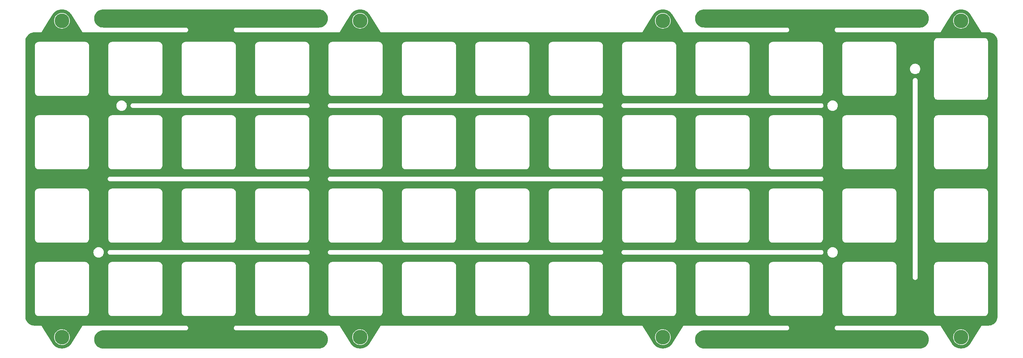
<source format=gbr>
G04 #@! TF.GenerationSoftware,KiCad,Pcbnew,(6.0.5-0)*
G04 #@! TF.CreationDate,2022-06-16T06:22:54-05:00*
G04 #@! TF.ProjectId,plate,706c6174-652e-46b6-9963-61645f706362,rev?*
G04 #@! TF.SameCoordinates,Original*
G04 #@! TF.FileFunction,Copper,L1,Top*
G04 #@! TF.FilePolarity,Positive*
%FSLAX46Y46*%
G04 Gerber Fmt 4.6, Leading zero omitted, Abs format (unit mm)*
G04 Created by KiCad (PCBNEW (6.0.5-0)) date 2022-06-16 06:22:54*
%MOMM*%
%LPD*%
G01*
G04 APERTURE LIST*
G04 #@! TA.AperFunction,ComponentPad*
%ADD10C,3.800000*%
G04 #@! TD*
G04 #@! TA.AperFunction,ViaPad*
%ADD11C,0.500000*%
G04 #@! TD*
G04 APERTURE END LIST*
D10*
X233362696Y-37504719D03*
X233362696Y-119657913D03*
X155972006Y-37504719D03*
X389334702Y-37504719D03*
X155972006Y-119657913D03*
X311944012Y-119657913D03*
X311944012Y-37504719D03*
X389334702Y-119657913D03*
D11*
X387531243Y-60133041D03*
G04 #@! TA.AperFunction,Conductor*
G36*
X166709841Y-34553031D02*
G01*
X166710181Y-34552982D01*
X222644445Y-34553654D01*
X222644445Y-34553698D01*
X222644521Y-34553686D01*
X222649518Y-34555755D01*
X222653921Y-34553931D01*
X222666969Y-34554752D01*
X222936892Y-34571736D01*
X222952591Y-34573719D01*
X223003457Y-34583422D01*
X223227656Y-34626192D01*
X223242973Y-34630125D01*
X223509297Y-34716661D01*
X223523999Y-34722482D01*
X223616848Y-34766174D01*
X223777371Y-34841712D01*
X223791236Y-34849335D01*
X224027666Y-34999379D01*
X224040468Y-35008680D01*
X224256222Y-35187169D01*
X224267756Y-35198000D01*
X224459450Y-35402134D01*
X224469523Y-35414310D01*
X224596166Y-35588621D01*
X224634118Y-35640858D01*
X224642596Y-35654217D01*
X224777497Y-35899603D01*
X224784234Y-35913920D01*
X224827908Y-36024228D01*
X224887315Y-36174271D01*
X224887315Y-36174272D01*
X224892204Y-36189319D01*
X224961845Y-36460553D01*
X224964807Y-36476087D01*
X224997832Y-36737501D01*
X224999903Y-36753895D01*
X225000897Y-36769687D01*
X225000897Y-37049713D01*
X224999903Y-37065504D01*
X224964807Y-37343313D01*
X224961847Y-37358840D01*
X224914083Y-37544868D01*
X224892205Y-37630079D01*
X224887316Y-37645126D01*
X224883649Y-37654387D01*
X224784234Y-37905480D01*
X224777497Y-37919797D01*
X224642596Y-38165183D01*
X224634118Y-38178542D01*
X224617074Y-38202002D01*
X224469523Y-38405090D01*
X224459450Y-38417266D01*
X224268315Y-38620805D01*
X224267756Y-38621400D01*
X224256222Y-38632231D01*
X224040468Y-38810720D01*
X224027666Y-38820021D01*
X223791236Y-38970065D01*
X223777371Y-38977688D01*
X223681964Y-39022584D01*
X223523999Y-39096918D01*
X223509297Y-39102739D01*
X223242973Y-39189275D01*
X223227656Y-39193208D01*
X223003457Y-39235978D01*
X222952591Y-39245681D01*
X222936892Y-39247664D01*
X222653745Y-39265480D01*
X222653584Y-39262919D01*
X222644442Y-39264694D01*
X222644442Y-39265830D01*
X222628437Y-39265830D01*
X222628436Y-39265829D01*
X222628066Y-39265829D01*
X222627149Y-39265780D01*
X222626806Y-39265829D01*
X201223911Y-39265165D01*
X201220271Y-39264884D01*
X201215877Y-39263064D01*
X201215877Y-39260649D01*
X201198598Y-39262745D01*
X201190487Y-39263729D01*
X201066207Y-39278805D01*
X201059075Y-39281509D01*
X200962147Y-39318259D01*
X200925232Y-39332255D01*
X200918960Y-39336583D01*
X200918959Y-39336584D01*
X200807455Y-39413537D01*
X200801146Y-39417891D01*
X200701163Y-39530736D01*
X200697619Y-39537488D01*
X200634672Y-39657413D01*
X200631093Y-39664231D01*
X200629270Y-39671626D01*
X200629269Y-39671629D01*
X200596854Y-39803130D01*
X200595009Y-39810616D01*
X200595009Y-39961384D01*
X200596833Y-39968783D01*
X200596833Y-39968784D01*
X200629238Y-40100242D01*
X200631093Y-40107769D01*
X200634633Y-40114513D01*
X200634634Y-40114516D01*
X200684522Y-40209560D01*
X200701163Y-40241264D01*
X200801146Y-40354109D01*
X200807416Y-40358436D01*
X200807417Y-40358437D01*
X200918741Y-40435265D01*
X200925232Y-40439745D01*
X200932360Y-40442448D01*
X200932361Y-40442448D01*
X200967978Y-40455952D01*
X201066207Y-40493195D01*
X201215877Y-40511351D01*
X201215877Y-40508892D01*
X201220536Y-40506962D01*
X201222599Y-40506791D01*
X203430575Y-40506804D01*
X227985616Y-40506952D01*
X228003988Y-40506952D01*
X228012319Y-40508345D01*
X228018550Y-40503899D01*
X228025624Y-40500969D01*
X228028857Y-40493164D01*
X228030562Y-40490435D01*
X228030790Y-40490251D01*
X228032452Y-40487409D01*
X228037123Y-40479933D01*
X229909114Y-37483406D01*
X231327563Y-37483406D01*
X231343500Y-37759803D01*
X231344327Y-37764017D01*
X231344327Y-37764019D01*
X231355918Y-37823101D01*
X231396800Y-38031479D01*
X231398186Y-38035527D01*
X231455184Y-38202002D01*
X231486479Y-38293408D01*
X231610875Y-38540743D01*
X231613301Y-38544272D01*
X231613304Y-38544278D01*
X231673345Y-38631637D01*
X231767688Y-38768907D01*
X231770569Y-38772073D01*
X231950726Y-38970063D01*
X231954015Y-38973678D01*
X232006068Y-39017201D01*
X232163117Y-39148515D01*
X232163122Y-39148519D01*
X232166409Y-39151267D01*
X232283674Y-39224827D01*
X232397299Y-39296104D01*
X232397303Y-39296106D01*
X232400939Y-39298387D01*
X232404849Y-39300152D01*
X232404850Y-39300153D01*
X232649354Y-39410551D01*
X232649358Y-39410553D01*
X232653266Y-39412317D01*
X232692471Y-39423930D01*
X232914608Y-39489731D01*
X232914613Y-39489732D01*
X232918721Y-39490949D01*
X232922955Y-39491597D01*
X232922960Y-39491598D01*
X233188149Y-39532177D01*
X233188151Y-39532177D01*
X233192391Y-39532826D01*
X233333301Y-39535040D01*
X233464921Y-39537108D01*
X233464927Y-39537108D01*
X233469212Y-39537175D01*
X233744063Y-39503914D01*
X234011856Y-39433660D01*
X234015816Y-39432020D01*
X234015821Y-39432018D01*
X234139747Y-39380686D01*
X234267638Y-39327712D01*
X234405477Y-39247165D01*
X234502970Y-39190195D01*
X234502971Y-39190194D01*
X234506673Y-39188031D01*
X234724541Y-39017201D01*
X234763405Y-38977097D01*
X234914225Y-38821462D01*
X234917208Y-38818384D01*
X234919741Y-38814936D01*
X234919745Y-38814931D01*
X235078572Y-38598713D01*
X235081110Y-38595258D01*
X235161910Y-38446442D01*
X235211164Y-38355728D01*
X235211165Y-38355726D01*
X235213214Y-38351952D01*
X235283789Y-38165183D01*
X235309558Y-38096988D01*
X235309559Y-38096984D01*
X235311076Y-38092970D01*
X235350738Y-37919797D01*
X235371926Y-37827285D01*
X235371927Y-37827281D01*
X235372884Y-37823101D01*
X235378534Y-37759803D01*
X235397275Y-37549807D01*
X235397495Y-37547342D01*
X235397941Y-37504719D01*
X235388186Y-37361624D01*
X235379403Y-37232782D01*
X235379402Y-37232776D01*
X235379111Y-37228505D01*
X235322968Y-36957401D01*
X235230552Y-36696426D01*
X235103572Y-36450407D01*
X235093469Y-36436031D01*
X234946845Y-36227408D01*
X234946844Y-36227407D01*
X234944378Y-36223898D01*
X234755917Y-36021089D01*
X234741987Y-36009687D01*
X234607490Y-35899603D01*
X234541675Y-35845734D01*
X234305617Y-35701078D01*
X234301681Y-35699350D01*
X234056039Y-35591520D01*
X234056035Y-35591519D01*
X234052111Y-35589796D01*
X233785847Y-35513949D01*
X233567003Y-35482803D01*
X233516006Y-35475545D01*
X233516004Y-35475545D01*
X233511754Y-35474940D01*
X233507465Y-35474918D01*
X233507458Y-35474917D01*
X233239188Y-35473512D01*
X233239181Y-35473512D01*
X233234902Y-35473490D01*
X233230658Y-35474049D01*
X233230654Y-35474049D01*
X233128007Y-35487563D01*
X232960415Y-35509627D01*
X232956275Y-35510760D01*
X232956273Y-35510760D01*
X232697517Y-35581548D01*
X232693372Y-35582682D01*
X232438714Y-35691302D01*
X232361421Y-35737561D01*
X232204836Y-35831275D01*
X232204832Y-35831278D01*
X232201154Y-35833479D01*
X232197811Y-35836157D01*
X232197807Y-35836160D01*
X232092459Y-35920561D01*
X231985088Y-36006581D01*
X231794513Y-36207405D01*
X231632956Y-36432235D01*
X231630947Y-36436030D01*
X231630946Y-36436031D01*
X231613901Y-36468223D01*
X231503407Y-36676910D01*
X231408263Y-36936904D01*
X231349284Y-37207404D01*
X231348948Y-37211672D01*
X231348948Y-37211673D01*
X231337366Y-37358848D01*
X231327563Y-37483406D01*
X229909114Y-37483406D01*
X230997605Y-35741041D01*
X231000401Y-35737191D01*
X231003525Y-35735341D01*
X231004495Y-35731556D01*
X231007937Y-35726817D01*
X231030981Y-35699350D01*
X231204245Y-35492827D01*
X231213617Y-35482818D01*
X231436128Y-35269779D01*
X231446542Y-35260844D01*
X231529224Y-35197392D01*
X231690906Y-35073313D01*
X231702243Y-35065556D01*
X231795961Y-35008680D01*
X231965582Y-34905740D01*
X231977671Y-34899277D01*
X232256850Y-34769079D01*
X232269590Y-34763964D01*
X232414539Y-34714755D01*
X232561272Y-34664941D01*
X232574489Y-34661244D01*
X232808454Y-34609370D01*
X232875220Y-34594567D01*
X232888775Y-34592329D01*
X233194967Y-34558792D01*
X233208686Y-34558043D01*
X233516706Y-34558043D01*
X233530425Y-34558792D01*
X233836617Y-34592329D01*
X233850172Y-34594567D01*
X233916938Y-34609370D01*
X234150903Y-34661244D01*
X234164120Y-34664941D01*
X234310853Y-34714755D01*
X234455802Y-34763964D01*
X234468542Y-34769079D01*
X234747721Y-34899277D01*
X234759810Y-34905740D01*
X234929431Y-35008680D01*
X235023149Y-35065556D01*
X235034486Y-35073313D01*
X235196169Y-35197392D01*
X235278850Y-35260844D01*
X235289264Y-35269779D01*
X235511775Y-35482818D01*
X235521138Y-35492816D01*
X235717479Y-35726845D01*
X235720895Y-35731547D01*
X235721867Y-35735341D01*
X235724999Y-35737196D01*
X235727781Y-35741024D01*
X238683970Y-40469141D01*
X238698994Y-40493171D01*
X238702224Y-40500969D01*
X238709302Y-40503901D01*
X238715539Y-40508347D01*
X238723862Y-40506952D01*
X238727098Y-40506952D01*
X238727375Y-40507048D01*
X238730641Y-40506952D01*
X306585304Y-40506952D01*
X306593635Y-40508345D01*
X306599866Y-40503899D01*
X306606940Y-40500969D01*
X306610173Y-40493164D01*
X306611878Y-40490435D01*
X306612106Y-40490251D01*
X306613768Y-40487409D01*
X306618439Y-40479933D01*
X308490430Y-37483406D01*
X309908879Y-37483406D01*
X309924816Y-37759803D01*
X309925643Y-37764017D01*
X309925643Y-37764019D01*
X309937234Y-37823101D01*
X309978116Y-38031479D01*
X309979502Y-38035527D01*
X310036500Y-38202002D01*
X310067795Y-38293408D01*
X310192191Y-38540743D01*
X310194617Y-38544272D01*
X310194620Y-38544278D01*
X310254661Y-38631637D01*
X310349004Y-38768907D01*
X310351885Y-38772073D01*
X310532042Y-38970063D01*
X310535331Y-38973678D01*
X310587384Y-39017201D01*
X310744433Y-39148515D01*
X310744438Y-39148519D01*
X310747725Y-39151267D01*
X310864990Y-39224827D01*
X310978615Y-39296104D01*
X310978619Y-39296106D01*
X310982255Y-39298387D01*
X310986165Y-39300152D01*
X310986166Y-39300153D01*
X311230670Y-39410551D01*
X311230674Y-39410553D01*
X311234582Y-39412317D01*
X311273787Y-39423930D01*
X311495924Y-39489731D01*
X311495929Y-39489732D01*
X311500037Y-39490949D01*
X311504271Y-39491597D01*
X311504276Y-39491598D01*
X311769465Y-39532177D01*
X311769467Y-39532177D01*
X311773707Y-39532826D01*
X311914617Y-39535040D01*
X312046237Y-39537108D01*
X312046243Y-39537108D01*
X312050528Y-39537175D01*
X312325379Y-39503914D01*
X312593172Y-39433660D01*
X312597132Y-39432020D01*
X312597137Y-39432018D01*
X312721063Y-39380686D01*
X312848954Y-39327712D01*
X312986793Y-39247165D01*
X313084286Y-39190195D01*
X313084287Y-39190194D01*
X313087989Y-39188031D01*
X313305857Y-39017201D01*
X313344721Y-38977097D01*
X313495541Y-38821462D01*
X313498524Y-38818384D01*
X313501057Y-38814936D01*
X313501061Y-38814931D01*
X313659888Y-38598713D01*
X313662426Y-38595258D01*
X313743226Y-38446442D01*
X313792480Y-38355728D01*
X313792481Y-38355726D01*
X313794530Y-38351952D01*
X313865105Y-38165183D01*
X313890874Y-38096988D01*
X313890875Y-38096984D01*
X313892392Y-38092970D01*
X313932054Y-37919797D01*
X313953242Y-37827285D01*
X313953243Y-37827281D01*
X313954200Y-37823101D01*
X313959850Y-37759803D01*
X313978591Y-37549807D01*
X313978811Y-37547342D01*
X313979257Y-37504719D01*
X313969502Y-37361624D01*
X313960719Y-37232782D01*
X313960718Y-37232776D01*
X313960427Y-37228505D01*
X313904284Y-36957401D01*
X313811868Y-36696426D01*
X313684888Y-36450407D01*
X313674785Y-36436031D01*
X313528161Y-36227408D01*
X313528160Y-36227407D01*
X313525694Y-36223898D01*
X313337233Y-36021089D01*
X313323303Y-36009687D01*
X313188806Y-35899603D01*
X313122991Y-35845734D01*
X312886933Y-35701078D01*
X312882997Y-35699350D01*
X312637355Y-35591520D01*
X312637351Y-35591519D01*
X312633427Y-35589796D01*
X312367163Y-35513949D01*
X312148319Y-35482803D01*
X312097322Y-35475545D01*
X312097320Y-35475545D01*
X312093070Y-35474940D01*
X312088781Y-35474918D01*
X312088774Y-35474917D01*
X311820504Y-35473512D01*
X311820497Y-35473512D01*
X311816218Y-35473490D01*
X311811974Y-35474049D01*
X311811970Y-35474049D01*
X311709323Y-35487563D01*
X311541731Y-35509627D01*
X311537591Y-35510760D01*
X311537589Y-35510760D01*
X311278833Y-35581548D01*
X311274688Y-35582682D01*
X311020030Y-35691302D01*
X310942737Y-35737561D01*
X310786152Y-35831275D01*
X310786148Y-35831278D01*
X310782470Y-35833479D01*
X310779127Y-35836157D01*
X310779123Y-35836160D01*
X310673775Y-35920561D01*
X310566404Y-36006581D01*
X310375829Y-36207405D01*
X310214272Y-36432235D01*
X310212263Y-36436030D01*
X310212262Y-36436031D01*
X310195217Y-36468223D01*
X310084723Y-36676910D01*
X309989579Y-36936904D01*
X309930600Y-37207404D01*
X309930264Y-37211672D01*
X309930264Y-37211673D01*
X309918682Y-37358848D01*
X309908879Y-37483406D01*
X308490430Y-37483406D01*
X309578921Y-35741041D01*
X309581717Y-35737191D01*
X309584841Y-35735341D01*
X309585811Y-35731556D01*
X309589253Y-35726817D01*
X309612297Y-35699350D01*
X309785561Y-35492827D01*
X309794933Y-35482818D01*
X310017444Y-35269779D01*
X310027858Y-35260844D01*
X310110540Y-35197392D01*
X310272222Y-35073313D01*
X310283559Y-35065556D01*
X310377277Y-35008680D01*
X310546898Y-34905740D01*
X310558987Y-34899277D01*
X310838166Y-34769079D01*
X310850906Y-34763964D01*
X310995855Y-34714755D01*
X311142588Y-34664941D01*
X311155805Y-34661244D01*
X311389770Y-34609370D01*
X311456536Y-34594567D01*
X311470091Y-34592329D01*
X311776283Y-34558792D01*
X311790002Y-34558043D01*
X312098022Y-34558043D01*
X312111741Y-34558792D01*
X312417933Y-34592329D01*
X312431488Y-34594567D01*
X312498254Y-34609370D01*
X312732219Y-34661244D01*
X312745436Y-34664941D01*
X312892169Y-34714755D01*
X313037118Y-34763964D01*
X313049858Y-34769079D01*
X313329037Y-34899277D01*
X313341126Y-34905740D01*
X313510747Y-35008680D01*
X313604465Y-35065556D01*
X313615802Y-35073313D01*
X313777485Y-35197392D01*
X313860166Y-35260844D01*
X313870580Y-35269779D01*
X314093091Y-35482818D01*
X314102454Y-35492816D01*
X314298795Y-35726845D01*
X314302211Y-35731547D01*
X314303183Y-35735341D01*
X314306315Y-35737196D01*
X314309097Y-35741024D01*
X317265286Y-40469141D01*
X317280310Y-40493171D01*
X317283540Y-40500969D01*
X317290618Y-40503901D01*
X317296855Y-40508347D01*
X317305178Y-40506952D01*
X317308414Y-40506952D01*
X317308691Y-40507048D01*
X317311957Y-40506952D01*
X336498063Y-40506811D01*
X344083069Y-40506755D01*
X344086362Y-40507009D01*
X344090822Y-40508856D01*
X344090822Y-40511230D01*
X344108105Y-40509131D01*
X344232905Y-40493974D01*
X344232908Y-40493973D01*
X344240469Y-40493055D01*
X344381419Y-40439595D01*
X344505479Y-40353958D01*
X344605441Y-40241121D01*
X344675496Y-40107640D01*
X344711571Y-39961274D01*
X344711571Y-39810526D01*
X344675496Y-39664160D01*
X344605441Y-39530679D01*
X344505479Y-39417842D01*
X344381419Y-39332205D01*
X344240469Y-39278745D01*
X344232908Y-39277827D01*
X344232905Y-39277826D01*
X344108805Y-39262754D01*
X344090822Y-39260570D01*
X344090822Y-39263028D01*
X344086155Y-39264961D01*
X344084118Y-39265129D01*
X322664550Y-39265158D01*
X322664550Y-39265092D01*
X322664435Y-39265111D01*
X322659478Y-39263057D01*
X322655075Y-39264881D01*
X322372100Y-39247075D01*
X322356405Y-39245092D01*
X322081337Y-39192619D01*
X322066021Y-39188686D01*
X321799696Y-39102149D01*
X321784994Y-39096328D01*
X321658304Y-39036711D01*
X321531620Y-38977097D01*
X321517754Y-38969474D01*
X321281324Y-38819429D01*
X321268523Y-38810128D01*
X321052768Y-38631639D01*
X321041234Y-38620808D01*
X320849543Y-38416676D01*
X320839464Y-38404492D01*
X320674867Y-38177941D01*
X320666395Y-38164593D01*
X320595441Y-38035527D01*
X320531486Y-37919193D01*
X320524755Y-37904887D01*
X320421674Y-37644532D01*
X320416784Y-37629484D01*
X320347144Y-37358249D01*
X320344180Y-37342707D01*
X320309085Y-37064905D01*
X320308091Y-37049113D01*
X320308091Y-36769087D01*
X320309085Y-36753295D01*
X320344180Y-36475493D01*
X320347144Y-36459951D01*
X320416784Y-36188716D01*
X320421674Y-36173667D01*
X320431600Y-36148597D01*
X320524755Y-35913313D01*
X320531489Y-35899001D01*
X320540391Y-35882810D01*
X320666397Y-35653604D01*
X320674868Y-35640257D01*
X320839464Y-35413708D01*
X320849543Y-35401524D01*
X321041234Y-35197392D01*
X321052768Y-35186561D01*
X321268523Y-35008072D01*
X321281324Y-34998771D01*
X321517754Y-34848726D01*
X321531620Y-34841103D01*
X321783691Y-34722485D01*
X321784994Y-34721872D01*
X321799696Y-34716051D01*
X322066021Y-34629514D01*
X322081337Y-34625581D01*
X322356405Y-34573108D01*
X322372100Y-34571125D01*
X322655200Y-34553311D01*
X322655361Y-34555877D01*
X322659468Y-34555079D01*
X322659478Y-34555083D01*
X322659505Y-34555072D01*
X322664548Y-34554092D01*
X322664548Y-34552983D01*
X322664550Y-34552982D01*
X322680935Y-34552982D01*
X322681847Y-34553031D01*
X322682187Y-34552982D01*
X378616451Y-34553654D01*
X378616451Y-34553698D01*
X378616527Y-34553686D01*
X378621524Y-34555755D01*
X378625927Y-34553931D01*
X378908901Y-34571737D01*
X378924596Y-34573720D01*
X379199661Y-34626193D01*
X379214977Y-34630126D01*
X379481301Y-34716662D01*
X379496002Y-34722483D01*
X379588849Y-34766174D01*
X379749375Y-34841714D01*
X379763241Y-34849337D01*
X379999670Y-34999381D01*
X380012471Y-35008682D01*
X380081219Y-35065556D01*
X380228222Y-35187169D01*
X380228224Y-35187171D01*
X380239756Y-35198000D01*
X380431451Y-35402136D01*
X380441524Y-35414312D01*
X380563027Y-35581548D01*
X380606119Y-35640860D01*
X380614597Y-35654219D01*
X380682048Y-35776912D01*
X380749166Y-35898998D01*
X380749500Y-35899606D01*
X380756234Y-35913918D01*
X380846810Y-36142689D01*
X380859314Y-36174271D01*
X380864203Y-36189319D01*
X380933844Y-36460553D01*
X380936807Y-36476088D01*
X380961698Y-36673113D01*
X380971903Y-36753896D01*
X380972897Y-36769688D01*
X380972897Y-37049712D01*
X380971903Y-37065504D01*
X380936807Y-37343312D01*
X380933844Y-37358847D01*
X380864203Y-37630081D01*
X380859314Y-37645128D01*
X380756473Y-37904881D01*
X380756237Y-37905476D01*
X380749503Y-37919788D01*
X380740266Y-37936590D01*
X380614597Y-38165181D01*
X380606119Y-38178540D01*
X380441530Y-38405080D01*
X380431451Y-38417264D01*
X380240315Y-38620805D01*
X380239758Y-38621398D01*
X380228225Y-38632228D01*
X380185917Y-38667229D01*
X380012471Y-38810718D01*
X379999670Y-38820019D01*
X379763241Y-38970063D01*
X379749375Y-38977686D01*
X379653969Y-39022582D01*
X379496005Y-39096916D01*
X379481301Y-39102738D01*
X379214977Y-39189274D01*
X379199661Y-39193207D01*
X378924596Y-39245680D01*
X378908901Y-39247663D01*
X378625751Y-39265480D01*
X378625590Y-39262917D01*
X378616448Y-39264692D01*
X378616448Y-39265830D01*
X378600437Y-39265829D01*
X378600072Y-39265829D01*
X378599155Y-39265780D01*
X378598812Y-39265829D01*
X357195693Y-39265158D01*
X357192226Y-39264891D01*
X357187795Y-39263057D01*
X357187795Y-39260657D01*
X357133313Y-39267281D01*
X357045725Y-39277930D01*
X357045724Y-39277930D01*
X357038159Y-39278850D01*
X357031033Y-39281553D01*
X357031031Y-39281554D01*
X356992681Y-39296104D01*
X356897224Y-39332320D01*
X356773179Y-39417962D01*
X356768124Y-39423669D01*
X356678281Y-39525095D01*
X356678279Y-39525098D01*
X356673230Y-39530798D01*
X356669692Y-39537541D01*
X356669690Y-39537543D01*
X356656669Y-39562356D01*
X356603186Y-39664273D01*
X356567115Y-39810631D01*
X356567115Y-39961369D01*
X356603186Y-40107727D01*
X356606727Y-40114474D01*
X356606727Y-40114475D01*
X356656699Y-40209700D01*
X356673230Y-40241202D01*
X356678279Y-40246902D01*
X356678281Y-40246905D01*
X356736345Y-40312455D01*
X356773179Y-40354038D01*
X356897224Y-40439680D01*
X356974877Y-40469141D01*
X357031031Y-40490446D01*
X357031033Y-40490447D01*
X357038159Y-40493150D01*
X357045724Y-40494070D01*
X357045725Y-40494070D01*
X357169811Y-40509157D01*
X357169813Y-40509157D01*
X357187795Y-40511343D01*
X357187795Y-40508885D01*
X357192467Y-40506951D01*
X357194490Y-40506784D01*
X359363171Y-40506798D01*
X383957622Y-40506952D01*
X383975994Y-40506952D01*
X383984325Y-40508345D01*
X383990556Y-40503899D01*
X383997630Y-40500969D01*
X384000863Y-40493164D01*
X384002568Y-40490435D01*
X384002796Y-40490251D01*
X384004458Y-40487409D01*
X384009129Y-40479933D01*
X385881120Y-37483406D01*
X387299569Y-37483406D01*
X387315506Y-37759803D01*
X387316333Y-37764017D01*
X387316333Y-37764019D01*
X387327924Y-37823101D01*
X387368806Y-38031479D01*
X387370192Y-38035527D01*
X387427190Y-38202002D01*
X387458485Y-38293408D01*
X387582881Y-38540743D01*
X387585307Y-38544272D01*
X387585310Y-38544278D01*
X387645351Y-38631637D01*
X387739694Y-38768907D01*
X387742575Y-38772073D01*
X387922732Y-38970063D01*
X387926021Y-38973678D01*
X387978074Y-39017201D01*
X388135123Y-39148515D01*
X388135128Y-39148519D01*
X388138415Y-39151267D01*
X388255680Y-39224827D01*
X388369305Y-39296104D01*
X388369309Y-39296106D01*
X388372945Y-39298387D01*
X388376855Y-39300152D01*
X388376856Y-39300153D01*
X388621360Y-39410551D01*
X388621364Y-39410553D01*
X388625272Y-39412317D01*
X388664477Y-39423930D01*
X388886614Y-39489731D01*
X388886619Y-39489732D01*
X388890727Y-39490949D01*
X388894961Y-39491597D01*
X388894966Y-39491598D01*
X389160155Y-39532177D01*
X389160157Y-39532177D01*
X389164397Y-39532826D01*
X389305307Y-39535040D01*
X389436927Y-39537108D01*
X389436933Y-39537108D01*
X389441218Y-39537175D01*
X389716069Y-39503914D01*
X389983862Y-39433660D01*
X389987822Y-39432020D01*
X389987827Y-39432018D01*
X390111753Y-39380686D01*
X390239644Y-39327712D01*
X390377483Y-39247165D01*
X390474976Y-39190195D01*
X390474977Y-39190194D01*
X390478679Y-39188031D01*
X390696547Y-39017201D01*
X390735411Y-38977097D01*
X390886231Y-38821462D01*
X390889214Y-38818384D01*
X390891747Y-38814936D01*
X390891751Y-38814931D01*
X391050578Y-38598713D01*
X391053116Y-38595258D01*
X391133916Y-38446442D01*
X391183170Y-38355728D01*
X391183171Y-38355726D01*
X391185220Y-38351952D01*
X391255795Y-38165183D01*
X391281564Y-38096988D01*
X391281565Y-38096984D01*
X391283082Y-38092970D01*
X391322744Y-37919797D01*
X391343932Y-37827285D01*
X391343933Y-37827281D01*
X391344890Y-37823101D01*
X391350540Y-37759803D01*
X391369281Y-37549807D01*
X391369501Y-37547342D01*
X391369947Y-37504719D01*
X391360192Y-37361624D01*
X391351409Y-37232782D01*
X391351408Y-37232776D01*
X391351117Y-37228505D01*
X391294974Y-36957401D01*
X391202558Y-36696426D01*
X391075578Y-36450407D01*
X391065475Y-36436031D01*
X390918851Y-36227408D01*
X390918850Y-36227407D01*
X390916384Y-36223898D01*
X390727923Y-36021089D01*
X390713993Y-36009687D01*
X390579496Y-35899603D01*
X390513681Y-35845734D01*
X390277623Y-35701078D01*
X390273687Y-35699350D01*
X390028045Y-35591520D01*
X390028041Y-35591519D01*
X390024117Y-35589796D01*
X389757853Y-35513949D01*
X389539009Y-35482803D01*
X389488012Y-35475545D01*
X389488010Y-35475545D01*
X389483760Y-35474940D01*
X389479471Y-35474918D01*
X389479464Y-35474917D01*
X389211194Y-35473512D01*
X389211187Y-35473512D01*
X389206908Y-35473490D01*
X389202664Y-35474049D01*
X389202660Y-35474049D01*
X389100013Y-35487563D01*
X388932421Y-35509627D01*
X388928281Y-35510760D01*
X388928279Y-35510760D01*
X388669523Y-35581548D01*
X388665378Y-35582682D01*
X388410720Y-35691302D01*
X388333427Y-35737561D01*
X388176842Y-35831275D01*
X388176838Y-35831278D01*
X388173160Y-35833479D01*
X388169817Y-35836157D01*
X388169813Y-35836160D01*
X388064465Y-35920561D01*
X387957094Y-36006581D01*
X387766519Y-36207405D01*
X387604962Y-36432235D01*
X387602953Y-36436030D01*
X387602952Y-36436031D01*
X387585907Y-36468223D01*
X387475413Y-36676910D01*
X387380269Y-36936904D01*
X387321290Y-37207404D01*
X387320954Y-37211672D01*
X387320954Y-37211673D01*
X387309372Y-37358848D01*
X387299569Y-37483406D01*
X385881120Y-37483406D01*
X386969611Y-35741041D01*
X386972407Y-35737191D01*
X386975531Y-35735341D01*
X386976501Y-35731556D01*
X386979943Y-35726817D01*
X387002987Y-35699350D01*
X387176251Y-35492827D01*
X387185623Y-35482818D01*
X387408134Y-35269779D01*
X387418548Y-35260844D01*
X387501230Y-35197392D01*
X387662912Y-35073313D01*
X387674249Y-35065556D01*
X387767967Y-35008680D01*
X387937588Y-34905740D01*
X387949677Y-34899277D01*
X388228856Y-34769079D01*
X388241596Y-34763964D01*
X388386545Y-34714755D01*
X388533278Y-34664941D01*
X388546495Y-34661244D01*
X388780460Y-34609370D01*
X388847226Y-34594567D01*
X388860781Y-34592329D01*
X389166973Y-34558792D01*
X389180692Y-34558043D01*
X389488712Y-34558043D01*
X389502431Y-34558792D01*
X389808623Y-34592329D01*
X389822178Y-34594567D01*
X389888944Y-34609370D01*
X390122909Y-34661244D01*
X390136126Y-34664941D01*
X390282859Y-34714755D01*
X390427808Y-34763964D01*
X390440548Y-34769079D01*
X390719727Y-34899277D01*
X390731816Y-34905740D01*
X390901437Y-35008680D01*
X390995155Y-35065556D01*
X391006492Y-35073313D01*
X391168175Y-35197392D01*
X391250856Y-35260844D01*
X391261270Y-35269779D01*
X391483781Y-35482818D01*
X391493144Y-35492816D01*
X391689485Y-35726845D01*
X391692901Y-35731547D01*
X391693873Y-35735341D01*
X391697005Y-35737196D01*
X391699787Y-35741024D01*
X394655976Y-40469141D01*
X394671000Y-40493171D01*
X394674230Y-40500969D01*
X394681308Y-40503901D01*
X394687545Y-40508347D01*
X394695868Y-40506952D01*
X394699104Y-40506952D01*
X394699381Y-40507048D01*
X394702646Y-40506952D01*
X396474562Y-40506956D01*
X396474562Y-40507016D01*
X396474666Y-40506999D01*
X396479634Y-40509057D01*
X396484060Y-40507224D01*
X396640066Y-40516663D01*
X396755977Y-40523676D01*
X396771081Y-40525510D01*
X397035904Y-40574044D01*
X397050677Y-40577686D01*
X397307707Y-40657784D01*
X397321933Y-40663179D01*
X397567441Y-40773676D01*
X397580914Y-40780747D01*
X397811317Y-40920035D01*
X397823839Y-40928679D01*
X398035766Y-41094717D01*
X398047154Y-41104806D01*
X398237528Y-41295183D01*
X398247618Y-41306573D01*
X398393698Y-41493034D01*
X398413650Y-41518502D01*
X398422293Y-41531023D01*
X398561575Y-41761428D01*
X398568646Y-41774901D01*
X398679139Y-42020413D01*
X398684534Y-42034639D01*
X398688313Y-42046766D01*
X398764630Y-42291683D01*
X398768268Y-42306446D01*
X398801399Y-42487245D01*
X398816796Y-42571266D01*
X398818630Y-42586370D01*
X398835083Y-42858395D01*
X398832609Y-42858545D01*
X398833376Y-42862517D01*
X398833293Y-42862716D01*
X398833520Y-42863263D01*
X398834393Y-42867788D01*
X398835394Y-42867788D01*
X398835394Y-42884153D01*
X398835344Y-42885079D01*
X398835394Y-42885424D01*
X398835394Y-114295071D01*
X398835334Y-114295071D01*
X398835351Y-114295175D01*
X398833293Y-114300143D01*
X398835126Y-114304569D01*
X398834326Y-114317798D01*
X398834325Y-114317799D01*
X398818673Y-114576488D01*
X398816839Y-114591592D01*
X398768304Y-114856417D01*
X398764662Y-114871190D01*
X398684565Y-115128221D01*
X398679170Y-115142447D01*
X398568670Y-115387961D01*
X398561599Y-115401433D01*
X398422317Y-115631830D01*
X398413674Y-115644352D01*
X398247632Y-115856287D01*
X398237542Y-115867676D01*
X398047168Y-116058049D01*
X398035781Y-116068137D01*
X397988851Y-116104905D01*
X397823845Y-116234179D01*
X397811323Y-116242822D01*
X397580925Y-116382103D01*
X397567453Y-116389174D01*
X397321938Y-116499673D01*
X397307711Y-116505068D01*
X397050679Y-116585165D01*
X397035906Y-116588807D01*
X396771083Y-116637340D01*
X396755979Y-116639174D01*
X396484039Y-116655627D01*
X396483889Y-116653142D01*
X396479898Y-116653912D01*
X396479634Y-116653803D01*
X396478909Y-116654103D01*
X396474560Y-116654943D01*
X396474560Y-116655905D01*
X396469575Y-116655905D01*
X396458536Y-116655906D01*
X396458169Y-116655906D01*
X396457260Y-116655857D01*
X396456922Y-116655906D01*
X395746666Y-116655950D01*
X394695870Y-116656016D01*
X394687546Y-116654620D01*
X394681308Y-116659067D01*
X394674229Y-116662000D01*
X394671000Y-116669798D01*
X394669287Y-116672538D01*
X394669057Y-116672723D01*
X394667410Y-116675539D01*
X393215049Y-118998277D01*
X391699790Y-121421605D01*
X391697006Y-121425436D01*
X391693873Y-121427291D01*
X391692901Y-121431086D01*
X391689489Y-121435781D01*
X391493144Y-121669816D01*
X391483781Y-121679814D01*
X391261270Y-121892853D01*
X391250858Y-121901786D01*
X391107275Y-122011976D01*
X391006494Y-122089318D01*
X390995157Y-122097075D01*
X390731816Y-122256892D01*
X390719727Y-122263355D01*
X390440548Y-122393553D01*
X390427808Y-122398668D01*
X390304933Y-122440383D01*
X390136126Y-122497691D01*
X390122909Y-122501388D01*
X389960229Y-122537457D01*
X389822178Y-122568065D01*
X389808623Y-122570303D01*
X389502431Y-122603840D01*
X389488712Y-122604589D01*
X389180692Y-122604589D01*
X389166973Y-122603840D01*
X388860781Y-122570303D01*
X388847226Y-122568065D01*
X388709175Y-122537457D01*
X388546495Y-122501388D01*
X388533278Y-122497691D01*
X388364471Y-122440383D01*
X388241596Y-122398668D01*
X388228856Y-122393553D01*
X387949677Y-122263355D01*
X387937588Y-122256892D01*
X387674247Y-122097075D01*
X387662910Y-122089318D01*
X387562129Y-122011976D01*
X387418546Y-121901786D01*
X387408134Y-121892853D01*
X387185623Y-121679814D01*
X387176251Y-121669805D01*
X386979933Y-121435803D01*
X386976501Y-121431079D01*
X386975531Y-121427291D01*
X386972405Y-121425441D01*
X386969605Y-121421586D01*
X386920751Y-121343389D01*
X385854411Y-119636600D01*
X387299569Y-119636600D01*
X387315506Y-119912997D01*
X387316333Y-119917211D01*
X387316333Y-119917213D01*
X387327924Y-119976295D01*
X387368806Y-120184673D01*
X387370192Y-120188721D01*
X387445615Y-120409011D01*
X387458485Y-120446602D01*
X387489829Y-120508922D01*
X387579308Y-120686832D01*
X387582881Y-120693937D01*
X387585307Y-120697466D01*
X387585310Y-120697472D01*
X387665888Y-120814713D01*
X387739694Y-120922101D01*
X387926021Y-121126872D01*
X387978074Y-121170395D01*
X388135123Y-121301709D01*
X388135128Y-121301713D01*
X388138415Y-121304461D01*
X388192799Y-121338576D01*
X388369305Y-121449298D01*
X388369309Y-121449300D01*
X388372945Y-121451581D01*
X388376855Y-121453346D01*
X388376856Y-121453347D01*
X388621360Y-121563745D01*
X388621364Y-121563747D01*
X388625272Y-121565511D01*
X388629391Y-121566731D01*
X388886614Y-121642925D01*
X388886619Y-121642926D01*
X388890727Y-121644143D01*
X388894961Y-121644791D01*
X388894966Y-121644792D01*
X389160155Y-121685371D01*
X389160157Y-121685371D01*
X389164397Y-121686020D01*
X389305307Y-121688234D01*
X389436927Y-121690302D01*
X389436933Y-121690302D01*
X389441218Y-121690369D01*
X389716069Y-121657108D01*
X389983862Y-121586854D01*
X389987822Y-121585214D01*
X389987827Y-121585212D01*
X390140477Y-121521982D01*
X390239644Y-121480906D01*
X390478679Y-121341225D01*
X390696547Y-121170395D01*
X390889214Y-120971578D01*
X390891747Y-120968130D01*
X390891751Y-120968125D01*
X391050578Y-120751907D01*
X391053116Y-120748452D01*
X391081980Y-120695291D01*
X391183170Y-120508922D01*
X391183171Y-120508920D01*
X391185220Y-120505146D01*
X391283082Y-120246164D01*
X391344890Y-119976295D01*
X391350540Y-119912997D01*
X391369281Y-119703001D01*
X391369501Y-119700536D01*
X391369947Y-119657913D01*
X391368203Y-119632329D01*
X391351409Y-119385976D01*
X391351408Y-119385970D01*
X391351117Y-119381699D01*
X391294974Y-119110595D01*
X391202558Y-118849620D01*
X391075578Y-118603601D01*
X391065475Y-118589225D01*
X390918851Y-118380602D01*
X390918850Y-118380601D01*
X390916384Y-118377092D01*
X390727923Y-118174283D01*
X390713993Y-118162881D01*
X390592281Y-118063261D01*
X390513681Y-117998928D01*
X390327453Y-117884808D01*
X390281285Y-117856516D01*
X390281284Y-117856516D01*
X390277623Y-117854272D01*
X390273687Y-117852544D01*
X390028045Y-117744714D01*
X390028041Y-117744713D01*
X390024117Y-117742990D01*
X389757853Y-117667143D01*
X389550602Y-117637647D01*
X389488012Y-117628739D01*
X389488010Y-117628739D01*
X389483760Y-117628134D01*
X389479471Y-117628112D01*
X389479464Y-117628111D01*
X389211194Y-117626706D01*
X389211187Y-117626706D01*
X389206908Y-117626684D01*
X389202664Y-117627243D01*
X389202660Y-117627243D01*
X389081958Y-117643134D01*
X388932421Y-117662821D01*
X388928281Y-117663954D01*
X388928279Y-117663954D01*
X388784817Y-117703201D01*
X388665378Y-117735876D01*
X388410720Y-117844496D01*
X388288116Y-117917873D01*
X388176842Y-117984469D01*
X388176838Y-117984472D01*
X388173160Y-117986673D01*
X388169817Y-117989351D01*
X388169813Y-117989354D01*
X388081643Y-118059992D01*
X387957094Y-118159775D01*
X387766519Y-118360599D01*
X387604962Y-118585429D01*
X387475413Y-118830104D01*
X387380269Y-119090098D01*
X387375800Y-119110595D01*
X387346919Y-119243056D01*
X387321290Y-119360598D01*
X387320954Y-119364866D01*
X387320954Y-119364867D01*
X387308875Y-119518357D01*
X387299569Y-119636600D01*
X385854411Y-119636600D01*
X384000861Y-116669800D01*
X383997630Y-116661999D01*
X383990557Y-116659069D01*
X383984324Y-116654623D01*
X383975996Y-116656016D01*
X383972767Y-116656016D01*
X383972490Y-116655920D01*
X383969211Y-116656016D01*
X364844343Y-116655896D01*
X357195522Y-116655848D01*
X357192189Y-116655592D01*
X357187732Y-116653747D01*
X357187731Y-116651367D01*
X357038109Y-116669572D01*
X357030983Y-116672276D01*
X357030980Y-116672277D01*
X356938629Y-116707324D01*
X356897190Y-116723050D01*
X356890920Y-116727380D01*
X356890917Y-116727381D01*
X356791820Y-116795807D01*
X356773159Y-116808692D01*
X356673224Y-116921524D01*
X356669681Y-116928276D01*
X356606756Y-117048195D01*
X356603190Y-117054990D01*
X356567125Y-117201337D01*
X356567125Y-117352063D01*
X356603190Y-117498410D01*
X356606730Y-117505156D01*
X356606731Y-117505159D01*
X356656728Y-117600440D01*
X356673224Y-117631876D01*
X356773159Y-117744708D01*
X356779430Y-117749038D01*
X356890917Y-117826019D01*
X356890920Y-117826020D01*
X356897190Y-117830350D01*
X356914776Y-117837024D01*
X357030980Y-117881123D01*
X357030983Y-117881124D01*
X357038109Y-117883828D01*
X357187731Y-117902033D01*
X357187732Y-117899575D01*
X357192407Y-117897640D01*
X357194420Y-117897474D01*
X378616609Y-117897810D01*
X378616619Y-117897810D01*
X378616619Y-117897851D01*
X378616690Y-117897839D01*
X378621692Y-117899911D01*
X378626096Y-117898087D01*
X378909081Y-117915890D01*
X378924772Y-117917873D01*
X379199843Y-117970344D01*
X379215164Y-117974277D01*
X379261566Y-117989354D01*
X379481491Y-118060812D01*
X379496203Y-118066637D01*
X379749576Y-118185864D01*
X379763434Y-118193482D01*
X379999886Y-118343537D01*
X380012678Y-118352832D01*
X380089356Y-118416265D01*
X380228443Y-118531328D01*
X380239978Y-118542160D01*
X380431670Y-118746291D01*
X380441756Y-118758483D01*
X380606354Y-118985031D01*
X380614825Y-118998379D01*
X380678824Y-119114792D01*
X380749734Y-119243778D01*
X380756471Y-119258095D01*
X380859558Y-119518462D01*
X380864447Y-119533510D01*
X380934060Y-119804631D01*
X380934086Y-119804734D01*
X380937050Y-119820271D01*
X380957289Y-119980479D01*
X380972147Y-120098092D01*
X380973141Y-120113884D01*
X380973141Y-120393916D01*
X380972147Y-120409708D01*
X380937051Y-120687523D01*
X380934087Y-120703060D01*
X380877847Y-120922101D01*
X380864447Y-120974289D01*
X380859558Y-120989338D01*
X380756471Y-121249705D01*
X380749734Y-121264022D01*
X380614825Y-121509421D01*
X380606354Y-121522769D01*
X380461652Y-121721933D01*
X380441756Y-121749317D01*
X380431670Y-121761509D01*
X380239978Y-121965640D01*
X380228443Y-121976472D01*
X380092036Y-122089318D01*
X380012678Y-122154968D01*
X379999886Y-122164263D01*
X379763581Y-122314225D01*
X379763438Y-122314316D01*
X379749576Y-122321936D01*
X379654568Y-122366643D01*
X379496203Y-122441163D01*
X379481491Y-122446988D01*
X379348329Y-122490255D01*
X379215164Y-122533523D01*
X379199843Y-122537456D01*
X378924772Y-122589927D01*
X378909081Y-122591910D01*
X378626104Y-122609712D01*
X378625940Y-122607111D01*
X378621778Y-122607921D01*
X378621692Y-122607885D01*
X378621453Y-122607984D01*
X378616622Y-122608924D01*
X378616622Y-122609985D01*
X378616620Y-122609986D01*
X378600205Y-122609986D01*
X378599311Y-122609938D01*
X378598977Y-122609986D01*
X322664718Y-122609314D01*
X322664718Y-122609260D01*
X322664624Y-122609275D01*
X322659645Y-122607213D01*
X322655242Y-122609037D01*
X322642163Y-122608214D01*
X322642162Y-122608214D01*
X322514449Y-122600182D01*
X322372248Y-122591238D01*
X322356560Y-122589257D01*
X322081479Y-122536787D01*
X322066154Y-122532852D01*
X321799826Y-122446321D01*
X321785119Y-122440498D01*
X321628164Y-122366643D01*
X321531732Y-122321267D01*
X321517866Y-122313644D01*
X321281427Y-122163600D01*
X321268626Y-122154300D01*
X321250419Y-122139238D01*
X321052853Y-121975801D01*
X321041319Y-121964970D01*
X320849626Y-121760841D01*
X320839540Y-121748649D01*
X320674934Y-121522093D01*
X320666455Y-121508732D01*
X320531551Y-121263344D01*
X320524814Y-121249028D01*
X320421722Y-120988654D01*
X320416832Y-120973604D01*
X320359022Y-120748452D01*
X320347190Y-120702369D01*
X320344226Y-120686832D01*
X320309129Y-120409011D01*
X320308135Y-120393219D01*
X320308135Y-120113181D01*
X320309129Y-120097389D01*
X320332965Y-119908707D01*
X320344227Y-119819562D01*
X320347191Y-119804025D01*
X320347721Y-119801964D01*
X320416832Y-119532795D01*
X320421722Y-119517746D01*
X320524814Y-119257372D01*
X320531551Y-119243056D01*
X320666455Y-118997668D01*
X320674934Y-118984307D01*
X320839540Y-118757751D01*
X320849626Y-118745559D01*
X321003277Y-118581940D01*
X321041320Y-118541430D01*
X321052854Y-118530598D01*
X321268626Y-118352100D01*
X321281427Y-118342800D01*
X321517866Y-118192756D01*
X321531732Y-118185133D01*
X321672061Y-118119101D01*
X321785119Y-118065902D01*
X321799826Y-118060079D01*
X322066156Y-117973548D01*
X322081480Y-117969613D01*
X322356562Y-117917143D01*
X322372246Y-117915162D01*
X322655133Y-117897370D01*
X322655299Y-117900008D01*
X322659519Y-117899187D01*
X322659645Y-117899239D01*
X322659994Y-117899095D01*
X322664715Y-117898176D01*
X322664715Y-117897139D01*
X322664717Y-117897138D01*
X322681102Y-117897138D01*
X322682012Y-117897187D01*
X322682351Y-117897138D01*
X340326292Y-117897415D01*
X344081982Y-117897474D01*
X344086594Y-117897829D01*
X344090806Y-117899575D01*
X344090806Y-117902112D01*
X344240494Y-117883958D01*
X344248107Y-117881072D01*
X344374359Y-117833207D01*
X344381486Y-117830505D01*
X344505587Y-117744861D01*
X344605584Y-117632004D01*
X344622250Y-117600253D01*
X344672121Y-117505243D01*
X344672122Y-117505239D01*
X344675663Y-117498494D01*
X344711751Y-117352092D01*
X344711751Y-117201308D01*
X344675663Y-117054906D01*
X344672122Y-117048161D01*
X344672121Y-117048157D01*
X344609128Y-116928148D01*
X344605584Y-116921396D01*
X344505587Y-116808539D01*
X344381486Y-116722895D01*
X344344701Y-116708949D01*
X344247624Y-116672145D01*
X344247623Y-116672145D01*
X344240494Y-116669442D01*
X344090807Y-116651288D01*
X344090807Y-116653747D01*
X344086148Y-116655678D01*
X344084088Y-116655848D01*
X341879997Y-116655862D01*
X317305182Y-116656016D01*
X317296856Y-116654620D01*
X317290617Y-116659068D01*
X317283540Y-116661999D01*
X317280310Y-116669798D01*
X317278599Y-116672535D01*
X317278370Y-116672719D01*
X317276718Y-116675543D01*
X316406965Y-118066524D01*
X314309100Y-121421605D01*
X314306316Y-121425436D01*
X314303183Y-121427291D01*
X314302211Y-121431086D01*
X314298799Y-121435781D01*
X314102454Y-121669816D01*
X314093091Y-121679814D01*
X313870580Y-121892853D01*
X313860168Y-121901786D01*
X313716585Y-122011976D01*
X313615804Y-122089318D01*
X313604467Y-122097075D01*
X313341126Y-122256892D01*
X313329037Y-122263355D01*
X313049858Y-122393553D01*
X313037118Y-122398668D01*
X312914243Y-122440383D01*
X312745436Y-122497691D01*
X312732219Y-122501388D01*
X312569539Y-122537457D01*
X312431488Y-122568065D01*
X312417933Y-122570303D01*
X312111741Y-122603840D01*
X312098022Y-122604589D01*
X311790002Y-122604589D01*
X311776283Y-122603840D01*
X311470091Y-122570303D01*
X311456536Y-122568065D01*
X311318485Y-122537457D01*
X311155805Y-122501388D01*
X311142588Y-122497691D01*
X310973781Y-122440383D01*
X310850906Y-122398668D01*
X310838166Y-122393553D01*
X310558987Y-122263355D01*
X310546898Y-122256892D01*
X310283557Y-122097075D01*
X310272220Y-122089318D01*
X310171439Y-122011976D01*
X310027856Y-121901786D01*
X310017444Y-121892853D01*
X309794933Y-121679814D01*
X309785561Y-121669805D01*
X309589243Y-121435803D01*
X309585811Y-121431079D01*
X309584841Y-121427291D01*
X309581715Y-121425441D01*
X309578915Y-121421586D01*
X309530061Y-121343389D01*
X308463721Y-119636600D01*
X309908879Y-119636600D01*
X309924816Y-119912997D01*
X309925643Y-119917211D01*
X309925643Y-119917213D01*
X309937234Y-119976295D01*
X309978116Y-120184673D01*
X309979502Y-120188721D01*
X310054925Y-120409011D01*
X310067795Y-120446602D01*
X310099139Y-120508922D01*
X310188618Y-120686832D01*
X310192191Y-120693937D01*
X310194617Y-120697466D01*
X310194620Y-120697472D01*
X310275198Y-120814713D01*
X310349004Y-120922101D01*
X310535331Y-121126872D01*
X310587384Y-121170395D01*
X310744433Y-121301709D01*
X310744438Y-121301713D01*
X310747725Y-121304461D01*
X310802109Y-121338576D01*
X310978615Y-121449298D01*
X310978619Y-121449300D01*
X310982255Y-121451581D01*
X310986165Y-121453346D01*
X310986166Y-121453347D01*
X311230670Y-121563745D01*
X311230674Y-121563747D01*
X311234582Y-121565511D01*
X311238701Y-121566731D01*
X311495924Y-121642925D01*
X311495929Y-121642926D01*
X311500037Y-121644143D01*
X311504271Y-121644791D01*
X311504276Y-121644792D01*
X311769465Y-121685371D01*
X311769467Y-121685371D01*
X311773707Y-121686020D01*
X311914617Y-121688234D01*
X312046237Y-121690302D01*
X312046243Y-121690302D01*
X312050528Y-121690369D01*
X312325379Y-121657108D01*
X312593172Y-121586854D01*
X312597132Y-121585214D01*
X312597137Y-121585212D01*
X312749787Y-121521982D01*
X312848954Y-121480906D01*
X313087989Y-121341225D01*
X313305857Y-121170395D01*
X313498524Y-120971578D01*
X313501057Y-120968130D01*
X313501061Y-120968125D01*
X313659888Y-120751907D01*
X313662426Y-120748452D01*
X313691290Y-120695291D01*
X313792480Y-120508922D01*
X313792481Y-120508920D01*
X313794530Y-120505146D01*
X313892392Y-120246164D01*
X313954200Y-119976295D01*
X313959850Y-119912997D01*
X313978591Y-119703001D01*
X313978811Y-119700536D01*
X313979257Y-119657913D01*
X313977513Y-119632329D01*
X313960719Y-119385976D01*
X313960718Y-119385970D01*
X313960427Y-119381699D01*
X313904284Y-119110595D01*
X313811868Y-118849620D01*
X313684888Y-118603601D01*
X313674785Y-118589225D01*
X313528161Y-118380602D01*
X313528160Y-118380601D01*
X313525694Y-118377092D01*
X313337233Y-118174283D01*
X313323303Y-118162881D01*
X313201591Y-118063261D01*
X313122991Y-117998928D01*
X312936763Y-117884808D01*
X312890595Y-117856516D01*
X312890594Y-117856516D01*
X312886933Y-117854272D01*
X312882997Y-117852544D01*
X312637355Y-117744714D01*
X312637351Y-117744713D01*
X312633427Y-117742990D01*
X312367163Y-117667143D01*
X312159912Y-117637647D01*
X312097322Y-117628739D01*
X312097320Y-117628739D01*
X312093070Y-117628134D01*
X312088781Y-117628112D01*
X312088774Y-117628111D01*
X311820504Y-117626706D01*
X311820497Y-117626706D01*
X311816218Y-117626684D01*
X311811974Y-117627243D01*
X311811970Y-117627243D01*
X311691268Y-117643134D01*
X311541731Y-117662821D01*
X311537591Y-117663954D01*
X311537589Y-117663954D01*
X311394127Y-117703201D01*
X311274688Y-117735876D01*
X311020030Y-117844496D01*
X310897426Y-117917873D01*
X310786152Y-117984469D01*
X310786148Y-117984472D01*
X310782470Y-117986673D01*
X310779127Y-117989351D01*
X310779123Y-117989354D01*
X310690953Y-118059992D01*
X310566404Y-118159775D01*
X310375829Y-118360599D01*
X310214272Y-118585429D01*
X310084723Y-118830104D01*
X309989579Y-119090098D01*
X309985110Y-119110595D01*
X309956229Y-119243056D01*
X309930600Y-119360598D01*
X309930264Y-119364866D01*
X309930264Y-119364867D01*
X309918185Y-119518357D01*
X309908879Y-119636600D01*
X308463721Y-119636600D01*
X306610171Y-116669800D01*
X306606940Y-116661999D01*
X306599867Y-116659069D01*
X306593634Y-116654623D01*
X306585306Y-116656016D01*
X306582077Y-116656016D01*
X306581800Y-116655920D01*
X306578520Y-116656016D01*
X288281367Y-116656021D01*
X238723866Y-116656035D01*
X238715540Y-116654639D01*
X238709301Y-116659087D01*
X238702224Y-116662018D01*
X238698994Y-116669817D01*
X238697284Y-116672552D01*
X238697053Y-116672738D01*
X238695404Y-116675558D01*
X237397067Y-118751959D01*
X235727785Y-121421605D01*
X235727782Y-121421609D01*
X235725001Y-121425436D01*
X235721867Y-121427291D01*
X235720895Y-121431086D01*
X235717478Y-121435787D01*
X235521147Y-121669805D01*
X235511775Y-121679814D01*
X235289264Y-121892853D01*
X235278852Y-121901786D01*
X235135269Y-122011976D01*
X235034488Y-122089318D01*
X235023151Y-122097075D01*
X234759810Y-122256892D01*
X234747721Y-122263355D01*
X234468542Y-122393553D01*
X234455802Y-122398668D01*
X234332927Y-122440383D01*
X234164120Y-122497691D01*
X234150903Y-122501388D01*
X233988223Y-122537457D01*
X233850172Y-122568065D01*
X233836617Y-122570303D01*
X233530425Y-122603840D01*
X233516706Y-122604589D01*
X233208686Y-122604589D01*
X233194967Y-122603840D01*
X232888775Y-122570303D01*
X232875220Y-122568065D01*
X232737169Y-122537457D01*
X232574489Y-122501388D01*
X232561272Y-122497691D01*
X232392465Y-122440383D01*
X232269590Y-122398668D01*
X232256850Y-122393553D01*
X231977671Y-122263355D01*
X231965582Y-122256892D01*
X231702241Y-122097075D01*
X231690904Y-122089318D01*
X231590123Y-122011976D01*
X231446540Y-121901786D01*
X231436128Y-121892853D01*
X231213617Y-121679814D01*
X231204254Y-121669816D01*
X231007932Y-121435809D01*
X231004495Y-121431077D01*
X231003525Y-121427291D01*
X231000402Y-121425442D01*
X230997605Y-121421592D01*
X229882401Y-119636600D01*
X231327563Y-119636600D01*
X231343500Y-119912997D01*
X231344327Y-119917211D01*
X231344327Y-119917213D01*
X231355918Y-119976295D01*
X231396800Y-120184673D01*
X231398186Y-120188721D01*
X231473609Y-120409011D01*
X231486479Y-120446602D01*
X231517823Y-120508922D01*
X231607302Y-120686832D01*
X231610875Y-120693937D01*
X231613301Y-120697466D01*
X231613304Y-120697472D01*
X231693882Y-120814713D01*
X231767688Y-120922101D01*
X231954015Y-121126872D01*
X232006068Y-121170395D01*
X232163117Y-121301709D01*
X232163122Y-121301713D01*
X232166409Y-121304461D01*
X232220793Y-121338576D01*
X232397299Y-121449298D01*
X232397303Y-121449300D01*
X232400939Y-121451581D01*
X232404849Y-121453346D01*
X232404850Y-121453347D01*
X232649354Y-121563745D01*
X232649358Y-121563747D01*
X232653266Y-121565511D01*
X232657385Y-121566731D01*
X232914608Y-121642925D01*
X232914613Y-121642926D01*
X232918721Y-121644143D01*
X232922955Y-121644791D01*
X232922960Y-121644792D01*
X233188149Y-121685371D01*
X233188151Y-121685371D01*
X233192391Y-121686020D01*
X233333301Y-121688234D01*
X233464921Y-121690302D01*
X233464927Y-121690302D01*
X233469212Y-121690369D01*
X233744063Y-121657108D01*
X234011856Y-121586854D01*
X234015816Y-121585214D01*
X234015821Y-121585212D01*
X234168471Y-121521982D01*
X234267638Y-121480906D01*
X234506673Y-121341225D01*
X234724541Y-121170395D01*
X234917208Y-120971578D01*
X234919741Y-120968130D01*
X234919745Y-120968125D01*
X235078572Y-120751907D01*
X235081110Y-120748452D01*
X235109974Y-120695291D01*
X235211164Y-120508922D01*
X235211165Y-120508920D01*
X235213214Y-120505146D01*
X235311076Y-120246164D01*
X235372884Y-119976295D01*
X235378534Y-119912997D01*
X235397275Y-119703001D01*
X235397495Y-119700536D01*
X235397941Y-119657913D01*
X235396197Y-119632329D01*
X235379403Y-119385976D01*
X235379402Y-119385970D01*
X235379111Y-119381699D01*
X235322968Y-119110595D01*
X235230552Y-118849620D01*
X235103572Y-118603601D01*
X235093469Y-118589225D01*
X234946845Y-118380602D01*
X234946844Y-118380601D01*
X234944378Y-118377092D01*
X234755917Y-118174283D01*
X234741987Y-118162881D01*
X234620275Y-118063261D01*
X234541675Y-117998928D01*
X234355447Y-117884808D01*
X234309279Y-117856516D01*
X234309278Y-117856516D01*
X234305617Y-117854272D01*
X234301681Y-117852544D01*
X234056039Y-117744714D01*
X234056035Y-117744713D01*
X234052111Y-117742990D01*
X233785847Y-117667143D01*
X233578596Y-117637647D01*
X233516006Y-117628739D01*
X233516004Y-117628739D01*
X233511754Y-117628134D01*
X233507465Y-117628112D01*
X233507458Y-117628111D01*
X233239188Y-117626706D01*
X233239181Y-117626706D01*
X233234902Y-117626684D01*
X233230658Y-117627243D01*
X233230654Y-117627243D01*
X233109952Y-117643134D01*
X232960415Y-117662821D01*
X232956275Y-117663954D01*
X232956273Y-117663954D01*
X232812811Y-117703201D01*
X232693372Y-117735876D01*
X232438714Y-117844496D01*
X232316110Y-117917873D01*
X232204836Y-117984469D01*
X232204832Y-117984472D01*
X232201154Y-117986673D01*
X232197811Y-117989351D01*
X232197807Y-117989354D01*
X232109637Y-118059992D01*
X231985088Y-118159775D01*
X231794513Y-118360599D01*
X231632956Y-118585429D01*
X231503407Y-118830104D01*
X231408263Y-119090098D01*
X231403794Y-119110595D01*
X231374913Y-119243056D01*
X231349284Y-119360598D01*
X231348948Y-119364866D01*
X231348948Y-119364867D01*
X231336869Y-119518357D01*
X231327563Y-119636600D01*
X229882401Y-119636600D01*
X228038527Y-116685300D01*
X228029016Y-116670077D01*
X228025624Y-116661887D01*
X228018113Y-116658776D01*
X228012318Y-116654642D01*
X228004773Y-116655904D01*
X228000391Y-116655904D01*
X228000316Y-116655878D01*
X227999439Y-116655904D01*
X212464644Y-116655807D01*
X201224850Y-116655736D01*
X201220106Y-116655370D01*
X201215920Y-116653635D01*
X201215921Y-116651078D01*
X201198632Y-116653174D01*
X201175200Y-116656015D01*
X201066226Y-116669227D01*
X201058180Y-116672277D01*
X200932353Y-116719975D01*
X200932351Y-116719976D01*
X200925226Y-116722677D01*
X200801117Y-116808322D01*
X200796067Y-116814022D01*
X200796064Y-116814024D01*
X200763945Y-116850273D01*
X200701114Y-116921182D01*
X200697571Y-116927931D01*
X200697570Y-116927933D01*
X200697390Y-116928276D01*
X200631030Y-117054696D01*
X200629206Y-117062094D01*
X200629206Y-117062095D01*
X200612985Y-117127900D01*
X200594939Y-117201104D01*
X200594939Y-117351896D01*
X200631030Y-117498304D01*
X200701114Y-117631818D01*
X200706170Y-117637524D01*
X200796064Y-117738976D01*
X200796067Y-117738978D01*
X200801117Y-117744678D01*
X200925226Y-117830323D01*
X200932351Y-117833024D01*
X200932353Y-117833025D01*
X201036045Y-117872332D01*
X201066226Y-117883773D01*
X201215921Y-117901922D01*
X201215921Y-117899463D01*
X201220577Y-117897533D01*
X201222648Y-117897362D01*
X222644608Y-117897698D01*
X222644613Y-117897698D01*
X222644613Y-117897739D01*
X222644684Y-117897727D01*
X222649686Y-117899799D01*
X222654090Y-117897975D01*
X222937077Y-117915778D01*
X222952768Y-117917760D01*
X223227841Y-117970231D01*
X223243162Y-117974164D01*
X223289912Y-117989354D01*
X223509491Y-118060699D01*
X223524203Y-118066524D01*
X223671773Y-118135964D01*
X223753206Y-118174283D01*
X223777581Y-118185753D01*
X223791434Y-118193368D01*
X224027894Y-118343429D01*
X224040678Y-118352718D01*
X224256450Y-118531218D01*
X224267984Y-118542049D01*
X224322494Y-118600096D01*
X224459678Y-118746181D01*
X224469764Y-118758373D01*
X224634363Y-118984923D01*
X224642838Y-118998277D01*
X224777744Y-119243671D01*
X224784481Y-119257988D01*
X224887569Y-119518357D01*
X224892458Y-119533405D01*
X224961387Y-119801861D01*
X224962098Y-119804631D01*
X224965062Y-119820167D01*
X224984245Y-119972019D01*
X225000159Y-120097991D01*
X225001153Y-120113783D01*
X225001153Y-120393817D01*
X225000159Y-120409609D01*
X224997091Y-120433899D01*
X224988598Y-120501128D01*
X224965063Y-120687426D01*
X224962099Y-120702963D01*
X224894016Y-120968125D01*
X224892458Y-120974194D01*
X224887569Y-120989243D01*
X224784481Y-121249612D01*
X224777744Y-121263929D01*
X224736707Y-121338576D01*
X224643163Y-121508732D01*
X224642838Y-121509323D01*
X224634363Y-121522677D01*
X224545641Y-121644792D01*
X224469764Y-121749227D01*
X224459678Y-121761419D01*
X224267985Y-121965550D01*
X224256451Y-121976381D01*
X224110555Y-122097076D01*
X224040681Y-122154880D01*
X224027894Y-122164171D01*
X223791434Y-122314232D01*
X223777583Y-122321846D01*
X223682383Y-122366643D01*
X223524203Y-122441076D01*
X223509491Y-122446901D01*
X223376328Y-122490168D01*
X223243162Y-122533436D01*
X223227841Y-122537369D01*
X222952768Y-122589840D01*
X222937077Y-122591822D01*
X222654148Y-122609621D01*
X222653984Y-122607006D01*
X222649801Y-122607821D01*
X222649686Y-122607773D01*
X222649368Y-122607905D01*
X222644616Y-122608830D01*
X222644616Y-122609873D01*
X222644614Y-122609874D01*
X222628215Y-122609874D01*
X222627312Y-122609825D01*
X222626975Y-122609874D01*
X166692713Y-122609202D01*
X166692713Y-122609148D01*
X166692619Y-122609163D01*
X166687640Y-122607101D01*
X166683236Y-122608925D01*
X166670158Y-122608102D01*
X166670157Y-122608102D01*
X166400256Y-122591126D01*
X166384558Y-122589144D01*
X166381132Y-122588490D01*
X166109474Y-122536673D01*
X166094161Y-122532742D01*
X165827823Y-122446207D01*
X165813114Y-122440383D01*
X165559734Y-122321155D01*
X165545868Y-122313532D01*
X165309431Y-122163489D01*
X165296630Y-122154188D01*
X165080861Y-121975692D01*
X165069325Y-121964860D01*
X164877632Y-121760730D01*
X164867546Y-121748539D01*
X164702940Y-121521982D01*
X164694462Y-121508621D01*
X164559562Y-121263241D01*
X164552824Y-121248924D01*
X164453951Y-120999204D01*
X164449732Y-120988547D01*
X164444843Y-120973499D01*
X164430739Y-120918569D01*
X164375202Y-120702266D01*
X164372238Y-120686729D01*
X164337141Y-120408910D01*
X164336147Y-120393118D01*
X164336147Y-120113082D01*
X164337141Y-120097290D01*
X164351898Y-119980479D01*
X164372239Y-119819465D01*
X164375203Y-119803928D01*
X164375708Y-119801964D01*
X164444843Y-119532700D01*
X164449732Y-119517652D01*
X164552824Y-119257276D01*
X164559562Y-119242959D01*
X164694462Y-118997579D01*
X164702940Y-118984218D01*
X164867546Y-118757661D01*
X164877632Y-118745470D01*
X165014149Y-118600096D01*
X165069326Y-118541339D01*
X165080861Y-118530508D01*
X165296630Y-118352012D01*
X165309431Y-118342711D01*
X165545868Y-118192668D01*
X165559734Y-118185045D01*
X165717187Y-118110955D01*
X165813116Y-118065816D01*
X165827823Y-118059993D01*
X166094161Y-117973458D01*
X166109474Y-117969527D01*
X166384556Y-117917056D01*
X166400244Y-117915075D01*
X166683178Y-117897279D01*
X166683343Y-117899905D01*
X166687546Y-117899088D01*
X166687640Y-117899127D01*
X166687899Y-117899020D01*
X166692709Y-117898085D01*
X166692709Y-117897027D01*
X166692712Y-117897026D01*
X166709116Y-117897026D01*
X166710015Y-117897075D01*
X166710349Y-117897026D01*
X184914663Y-117897449D01*
X188110738Y-117897523D01*
X188114543Y-117897816D01*
X188118908Y-117899624D01*
X188118908Y-117902063D01*
X188268566Y-117883889D01*
X188366334Y-117846810D01*
X188402400Y-117833132D01*
X188402403Y-117833130D01*
X188409526Y-117830429D01*
X188533596Y-117744788D01*
X188538745Y-117738976D01*
X188628513Y-117637647D01*
X188628514Y-117637645D01*
X188633565Y-117631944D01*
X188637174Y-117625067D01*
X188700083Y-117505205D01*
X188700085Y-117505201D01*
X188703625Y-117498455D01*
X188708492Y-117478711D01*
X188737880Y-117359475D01*
X188739703Y-117352079D01*
X188739703Y-117201321D01*
X188732296Y-117171268D01*
X188705450Y-117062348D01*
X188705449Y-117062345D01*
X188703625Y-117054945D01*
X188700085Y-117048199D01*
X188700083Y-117048195D01*
X188637104Y-116928199D01*
X188633565Y-116921456D01*
X188628455Y-116915687D01*
X188538653Y-116814320D01*
X188538652Y-116814319D01*
X188533596Y-116808612D01*
X188409526Y-116722971D01*
X188402403Y-116720270D01*
X188402400Y-116720268D01*
X188339046Y-116696241D01*
X188268566Y-116669511D01*
X188182571Y-116659068D01*
X188136893Y-116653521D01*
X188118908Y-116651337D01*
X188118908Y-116653796D01*
X188114244Y-116655728D01*
X188112198Y-116655897D01*
X185921710Y-116655898D01*
X161333176Y-116655904D01*
X161324850Y-116654508D01*
X161318611Y-116658956D01*
X161311534Y-116661887D01*
X161308304Y-116669686D01*
X161306594Y-116672421D01*
X161306363Y-116672607D01*
X161304713Y-116675429D01*
X158337093Y-121421606D01*
X158334310Y-121425437D01*
X158331177Y-121427291D01*
X158330205Y-121431085D01*
X158326789Y-121435786D01*
X158130448Y-121669816D01*
X158121085Y-121679814D01*
X157898574Y-121892853D01*
X157888162Y-121901786D01*
X157744579Y-122011976D01*
X157643798Y-122089318D01*
X157632461Y-122097075D01*
X157369120Y-122256892D01*
X157357031Y-122263355D01*
X157077852Y-122393553D01*
X157065112Y-122398668D01*
X156942237Y-122440383D01*
X156773430Y-122497691D01*
X156760213Y-122501388D01*
X156597533Y-122537457D01*
X156459482Y-122568065D01*
X156445927Y-122570303D01*
X156139735Y-122603840D01*
X156126016Y-122604589D01*
X155817996Y-122604589D01*
X155804277Y-122603840D01*
X155498085Y-122570303D01*
X155484530Y-122568065D01*
X155346479Y-122537457D01*
X155183799Y-122501388D01*
X155170582Y-122497691D01*
X155001775Y-122440383D01*
X154878900Y-122398668D01*
X154866160Y-122393553D01*
X154586981Y-122263355D01*
X154574892Y-122256892D01*
X154311551Y-122097075D01*
X154300214Y-122089318D01*
X154199433Y-122011976D01*
X154055850Y-121901786D01*
X154045438Y-121892853D01*
X153822927Y-121679814D01*
X153813555Y-121669805D01*
X153617246Y-121435813D01*
X153613805Y-121431077D01*
X153612835Y-121427291D01*
X153609711Y-121425442D01*
X153606915Y-121421593D01*
X153606915Y-121421592D01*
X152491742Y-119636600D01*
X153936873Y-119636600D01*
X153952810Y-119912997D01*
X153953637Y-119917211D01*
X153953637Y-119917213D01*
X153965228Y-119976295D01*
X154006110Y-120184673D01*
X154007496Y-120188721D01*
X154082919Y-120409011D01*
X154095789Y-120446602D01*
X154127133Y-120508922D01*
X154216612Y-120686832D01*
X154220185Y-120693937D01*
X154222611Y-120697466D01*
X154222614Y-120697472D01*
X154303192Y-120814713D01*
X154376998Y-120922101D01*
X154563325Y-121126872D01*
X154615378Y-121170395D01*
X154772427Y-121301709D01*
X154772432Y-121301713D01*
X154775719Y-121304461D01*
X154830103Y-121338576D01*
X155006609Y-121449298D01*
X155006613Y-121449300D01*
X155010249Y-121451581D01*
X155014159Y-121453346D01*
X155014160Y-121453347D01*
X155258664Y-121563745D01*
X155258668Y-121563747D01*
X155262576Y-121565511D01*
X155266695Y-121566731D01*
X155523918Y-121642925D01*
X155523923Y-121642926D01*
X155528031Y-121644143D01*
X155532265Y-121644791D01*
X155532270Y-121644792D01*
X155797459Y-121685371D01*
X155797461Y-121685371D01*
X155801701Y-121686020D01*
X155942611Y-121688234D01*
X156074231Y-121690302D01*
X156074237Y-121690302D01*
X156078522Y-121690369D01*
X156353373Y-121657108D01*
X156621166Y-121586854D01*
X156625126Y-121585214D01*
X156625131Y-121585212D01*
X156777781Y-121521982D01*
X156876948Y-121480906D01*
X157115983Y-121341225D01*
X157333851Y-121170395D01*
X157526518Y-120971578D01*
X157529051Y-120968130D01*
X157529055Y-120968125D01*
X157687882Y-120751907D01*
X157690420Y-120748452D01*
X157719284Y-120695291D01*
X157820474Y-120508922D01*
X157820475Y-120508920D01*
X157822524Y-120505146D01*
X157920386Y-120246164D01*
X157982194Y-119976295D01*
X157987844Y-119912997D01*
X158006585Y-119703001D01*
X158006805Y-119700536D01*
X158007251Y-119657913D01*
X158005507Y-119632329D01*
X157988713Y-119385976D01*
X157988712Y-119385970D01*
X157988421Y-119381699D01*
X157932278Y-119110595D01*
X157839862Y-118849620D01*
X157712882Y-118603601D01*
X157702779Y-118589225D01*
X157556155Y-118380602D01*
X157556154Y-118380601D01*
X157553688Y-118377092D01*
X157365227Y-118174283D01*
X157351297Y-118162881D01*
X157229585Y-118063261D01*
X157150985Y-117998928D01*
X156964757Y-117884808D01*
X156918589Y-117856516D01*
X156918588Y-117856516D01*
X156914927Y-117854272D01*
X156910991Y-117852544D01*
X156665349Y-117744714D01*
X156665345Y-117744713D01*
X156661421Y-117742990D01*
X156395157Y-117667143D01*
X156187906Y-117637647D01*
X156125316Y-117628739D01*
X156125314Y-117628739D01*
X156121064Y-117628134D01*
X156116775Y-117628112D01*
X156116768Y-117628111D01*
X155848498Y-117626706D01*
X155848491Y-117626706D01*
X155844212Y-117626684D01*
X155839968Y-117627243D01*
X155839964Y-117627243D01*
X155719262Y-117643134D01*
X155569725Y-117662821D01*
X155565585Y-117663954D01*
X155565583Y-117663954D01*
X155422121Y-117703201D01*
X155302682Y-117735876D01*
X155048024Y-117844496D01*
X154925420Y-117917873D01*
X154814146Y-117984469D01*
X154814142Y-117984472D01*
X154810464Y-117986673D01*
X154807121Y-117989351D01*
X154807117Y-117989354D01*
X154718947Y-118059992D01*
X154594398Y-118159775D01*
X154403823Y-118360599D01*
X154242266Y-118585429D01*
X154112717Y-118830104D01*
X154017573Y-119090098D01*
X154013104Y-119110595D01*
X153984223Y-119243056D01*
X153958594Y-119360598D01*
X153958258Y-119364866D01*
X153958258Y-119364867D01*
X153946179Y-119518357D01*
X153936873Y-119636600D01*
X152491742Y-119636600D01*
X151585326Y-118185753D01*
X150647900Y-116685270D01*
X150638165Y-116669688D01*
X150634934Y-116661887D01*
X150627861Y-116658957D01*
X150621628Y-116654511D01*
X150613300Y-116655904D01*
X150610071Y-116655904D01*
X150609794Y-116655808D01*
X150606514Y-116655904D01*
X148834885Y-116655904D01*
X148834885Y-116655867D01*
X148834821Y-116655877D01*
X148829842Y-116653815D01*
X148825416Y-116655648D01*
X148553488Y-116639204D01*
X148538388Y-116637370D01*
X148405976Y-116613107D01*
X148273567Y-116588844D01*
X148258793Y-116585203D01*
X148001752Y-116505108D01*
X147987525Y-116499713D01*
X147742009Y-116389218D01*
X147728536Y-116382147D01*
X147498126Y-116242861D01*
X147485604Y-116234217D01*
X147273672Y-116068180D01*
X147262283Y-116058090D01*
X147071913Y-115867720D01*
X147061822Y-115856331D01*
X146895777Y-115644388D01*
X146887134Y-115631866D01*
X146747852Y-115401462D01*
X146740781Y-115387989D01*
X146630286Y-115142473D01*
X146624891Y-115128246D01*
X146544797Y-114871206D01*
X146541156Y-114856433D01*
X146492629Y-114591611D01*
X146490795Y-114576506D01*
X146474351Y-114304579D01*
X146476847Y-114304428D01*
X146476073Y-114300424D01*
X146476183Y-114300157D01*
X146475879Y-114299423D01*
X146475040Y-114295084D01*
X146474082Y-114295084D01*
X146474082Y-114278733D01*
X146474132Y-114277799D01*
X146474082Y-114277450D01*
X146474082Y-113156700D01*
X148943083Y-113156700D01*
X148958723Y-113335460D01*
X148960149Y-113340780D01*
X148960149Y-113340782D01*
X149003742Y-113503471D01*
X149003743Y-113503473D01*
X149005167Y-113508788D01*
X149007492Y-113513774D01*
X149007493Y-113513776D01*
X149068197Y-113643952D01*
X149081004Y-113671417D01*
X149183930Y-113818407D01*
X149310817Y-113945290D01*
X149457809Y-114048212D01*
X149516870Y-114075751D01*
X149615452Y-114121718D01*
X149615455Y-114121719D01*
X149620441Y-114124044D01*
X149793771Y-114170483D01*
X149799251Y-114170962D01*
X149799255Y-114170963D01*
X149954842Y-114184570D01*
X149972531Y-114186117D01*
X149972531Y-114184301D01*
X149977270Y-114182338D01*
X149978657Y-114182200D01*
X161963384Y-114182200D01*
X161968518Y-114182639D01*
X161972531Y-114184301D01*
X161972531Y-114186147D01*
X161989032Y-114184703D01*
X162017632Y-114182200D01*
X162151289Y-114170503D01*
X162156667Y-114169062D01*
X162285640Y-114134500D01*
X162324614Y-114124056D01*
X162329624Y-114121720D01*
X162475192Y-114053836D01*
X162487241Y-114048217D01*
X162555168Y-114000652D01*
X162629721Y-113948448D01*
X162629725Y-113948445D01*
X162634229Y-113945291D01*
X162761111Y-113818405D01*
X162864032Y-113671415D01*
X162866366Y-113666410D01*
X162937540Y-113513774D01*
X162937543Y-113513766D01*
X162939866Y-113508785D01*
X162944902Y-113489992D01*
X162984882Y-113340780D01*
X162986308Y-113335458D01*
X163001947Y-113156700D01*
X167993183Y-113156700D01*
X167994606Y-113172967D01*
X167994606Y-113172968D01*
X167994895Y-113176273D01*
X168008822Y-113335458D01*
X168055265Y-113508783D01*
X168090685Y-113584742D01*
X168128774Y-113666424D01*
X168128775Y-113666425D01*
X168131100Y-113671411D01*
X168234024Y-113818400D01*
X168357019Y-113941395D01*
X168357025Y-113941400D01*
X168360908Y-113945283D01*
X168365414Y-113948438D01*
X168365415Y-113948439D01*
X168439984Y-114000652D01*
X168507897Y-114048205D01*
X168512887Y-114050532D01*
X168512889Y-114050533D01*
X168665539Y-114121713D01*
X168665543Y-114121714D01*
X168670526Y-114124038D01*
X168675834Y-114125460D01*
X168675839Y-114125462D01*
X168764373Y-114149183D01*
X168843853Y-114170479D01*
X168849330Y-114170958D01*
X168849335Y-114170959D01*
X169004923Y-114184570D01*
X169004925Y-114184570D01*
X169022610Y-114186117D01*
X169022610Y-114184301D01*
X169027349Y-114182338D01*
X169028734Y-114182200D01*
X181013578Y-114182200D01*
X181018568Y-114182627D01*
X181022610Y-114184301D01*
X181022610Y-114186127D01*
X181201367Y-114170486D01*
X181206686Y-114169061D01*
X181206690Y-114169060D01*
X181336940Y-114134158D01*
X181374692Y-114124042D01*
X181537319Y-114048207D01*
X181541868Y-114045022D01*
X181679802Y-113948438D01*
X181679806Y-113948435D01*
X181684307Y-113945283D01*
X181811190Y-113818399D01*
X181814354Y-113813880D01*
X181910955Y-113675920D01*
X181910958Y-113675915D01*
X181914112Y-113671411D01*
X181947442Y-113599935D01*
X181987623Y-113513766D01*
X181987626Y-113513759D01*
X181989946Y-113508783D01*
X181991370Y-113503471D01*
X182034963Y-113340774D01*
X182036388Y-113335457D01*
X182052027Y-113156700D01*
X182050211Y-113156700D01*
X182048248Y-113151961D01*
X182048110Y-113150575D01*
X182048110Y-101165620D01*
X182048524Y-101160772D01*
X182050211Y-101156700D01*
X182052017Y-101156700D01*
X187043273Y-101156700D01*
X187045089Y-101156700D01*
X187047052Y-101161439D01*
X187047190Y-101162825D01*
X187047190Y-113147780D01*
X187046776Y-113152628D01*
X187045089Y-113156700D01*
X187043283Y-113156700D01*
X187058922Y-113335455D01*
X187060344Y-113340761D01*
X187060346Y-113340770D01*
X187082143Y-113422117D01*
X187105364Y-113508779D01*
X187107687Y-113513761D01*
X187107690Y-113513768D01*
X187168398Y-113643958D01*
X187181197Y-113671406D01*
X187184357Y-113675919D01*
X187261721Y-113786406D01*
X187284118Y-113818393D01*
X187287999Y-113822274D01*
X187288006Y-113822282D01*
X187410999Y-113945275D01*
X187415733Y-113948590D01*
X187553478Y-114045042D01*
X187553483Y-114045045D01*
X187557986Y-114048198D01*
X187562968Y-114050521D01*
X187562975Y-114050525D01*
X187704178Y-114116370D01*
X187720611Y-114124033D01*
X187725925Y-114125457D01*
X187725928Y-114125458D01*
X187888612Y-114169050D01*
X187888616Y-114169051D01*
X187893935Y-114170476D01*
X188072690Y-114186117D01*
X188072690Y-114184301D01*
X188077431Y-114182337D01*
X188078810Y-114182200D01*
X200063768Y-114182200D01*
X200068619Y-114182615D01*
X200072690Y-114184301D01*
X200072690Y-114186107D01*
X200088960Y-114184684D01*
X200088962Y-114184684D01*
X200207857Y-114174283D01*
X200251446Y-114170470D01*
X200256755Y-114169048D01*
X200256758Y-114169047D01*
X200419456Y-114125453D01*
X200419458Y-114125452D01*
X200424770Y-114124029D01*
X200429756Y-114121704D01*
X200429759Y-114121703D01*
X200499506Y-114089180D01*
X200587398Y-114048196D01*
X200591900Y-114045044D01*
X200591903Y-114045042D01*
X200729882Y-113948429D01*
X200729887Y-113948425D01*
X200734386Y-113945275D01*
X200861269Y-113818394D01*
X200964191Y-113671406D01*
X200966514Y-113666424D01*
X200966517Y-113666419D01*
X201037703Y-113513759D01*
X201040025Y-113508780D01*
X201041450Y-113503464D01*
X201085043Y-113340774D01*
X201085043Y-113340773D01*
X201086468Y-113335456D01*
X201102107Y-113156700D01*
X201100291Y-113156700D01*
X201098328Y-113151960D01*
X201098190Y-113150576D01*
X201098190Y-101165737D01*
X201098617Y-101160741D01*
X201100291Y-101156700D01*
X201102117Y-101156700D01*
X206093353Y-101156700D01*
X206095169Y-101156700D01*
X206097132Y-101161439D01*
X206097270Y-101162825D01*
X206097270Y-113147896D01*
X206096868Y-113152598D01*
X206095169Y-113156700D01*
X206093383Y-113156700D01*
X206101010Y-113243879D01*
X206108543Y-113329976D01*
X206109022Y-113335453D01*
X206110444Y-113340759D01*
X206110444Y-113340761D01*
X206154037Y-113503456D01*
X206155462Y-113508775D01*
X206157786Y-113513759D01*
X206157787Y-113513761D01*
X206220037Y-113647258D01*
X206231294Y-113671400D01*
X206334212Y-113818386D01*
X206461090Y-113945268D01*
X206465594Y-113948422D01*
X206465598Y-113948425D01*
X206540192Y-114000658D01*
X206608074Y-114048191D01*
X206613053Y-114050513D01*
X206613055Y-114050514D01*
X206761417Y-114119700D01*
X206770696Y-114124027D01*
X206897540Y-114158018D01*
X206938696Y-114169047D01*
X206944017Y-114170473D01*
X207122769Y-114186117D01*
X207122769Y-114184301D01*
X207127511Y-114182337D01*
X207128888Y-114182200D01*
X219113962Y-114182200D01*
X219118669Y-114182602D01*
X219122769Y-114184301D01*
X219122769Y-114186087D01*
X219301524Y-114170453D01*
X219306834Y-114169030D01*
X219306836Y-114169030D01*
X219359881Y-114154818D01*
X219474849Y-114124016D01*
X219637476Y-114048186D01*
X219784464Y-113945267D01*
X219911347Y-113818388D01*
X220014270Y-113671402D01*
X220090105Y-113508778D01*
X220091529Y-113503464D01*
X220091530Y-113503461D01*
X220135123Y-113340773D01*
X220135123Y-113340772D01*
X220136548Y-113335455D01*
X220152187Y-113156700D01*
X225143383Y-113156700D01*
X225159023Y-113335462D01*
X225205468Y-113508792D01*
X225281307Y-113671423D01*
X225284461Y-113675927D01*
X225284462Y-113675929D01*
X225381071Y-113813894D01*
X225384236Y-113818414D01*
X225511125Y-113945298D01*
X225658121Y-114048218D01*
X225717171Y-114075751D01*
X225815769Y-114121724D01*
X225815772Y-114121725D01*
X225820756Y-114124049D01*
X225826067Y-114125472D01*
X225826073Y-114125474D01*
X225988772Y-114169062D01*
X225988777Y-114169063D01*
X225994089Y-114170486D01*
X226172851Y-114186117D01*
X226172851Y-114184301D01*
X226177589Y-114182338D01*
X226178978Y-114182200D01*
X238164156Y-114182200D01*
X238168719Y-114182590D01*
X238172849Y-114184301D01*
X238172849Y-114186067D01*
X238351603Y-114170437D01*
X238524927Y-114124002D01*
X238687554Y-114048175D01*
X238834542Y-113945259D01*
X238838425Y-113941376D01*
X238838430Y-113941372D01*
X238897989Y-113881816D01*
X238961426Y-113818382D01*
X238986128Y-113783106D01*
X239061196Y-113675901D01*
X239061197Y-113675900D01*
X239064349Y-113671398D01*
X239077148Y-113643953D01*
X239137851Y-113513780D01*
X239140185Y-113508775D01*
X239186628Y-113335453D01*
X239202267Y-113156700D01*
X244193483Y-113156700D01*
X244209123Y-113335460D01*
X244210549Y-113340780D01*
X244210549Y-113340782D01*
X244254142Y-113503471D01*
X244254143Y-113503473D01*
X244255567Y-113508788D01*
X244257892Y-113513774D01*
X244257893Y-113513776D01*
X244318597Y-113643952D01*
X244331404Y-113671417D01*
X244434330Y-113818407D01*
X244561217Y-113945290D01*
X244708209Y-114048212D01*
X244767270Y-114075751D01*
X244865852Y-114121718D01*
X244865855Y-114121719D01*
X244870841Y-114124044D01*
X245044171Y-114170483D01*
X245049651Y-114170962D01*
X245049655Y-114170963D01*
X245205242Y-114184570D01*
X245222931Y-114186117D01*
X245222931Y-114184301D01*
X245227670Y-114182338D01*
X245229057Y-114182200D01*
X257213784Y-114182200D01*
X257218918Y-114182639D01*
X257222931Y-114184301D01*
X257222931Y-114186147D01*
X257239432Y-114184703D01*
X257268032Y-114182200D01*
X257401689Y-114170503D01*
X257407067Y-114169062D01*
X257536040Y-114134500D01*
X257575014Y-114124056D01*
X257580024Y-114121720D01*
X257725592Y-114053836D01*
X257737641Y-114048217D01*
X257805568Y-114000652D01*
X257880121Y-113948448D01*
X257880125Y-113948445D01*
X257884629Y-113945291D01*
X258011511Y-113818405D01*
X258114432Y-113671415D01*
X258116766Y-113666410D01*
X258187940Y-113513774D01*
X258187943Y-113513766D01*
X258190266Y-113508785D01*
X258195302Y-113489992D01*
X258235282Y-113340780D01*
X258236708Y-113335458D01*
X258252347Y-113156700D01*
X263243583Y-113156700D01*
X263245006Y-113172967D01*
X263245006Y-113172968D01*
X263245295Y-113176273D01*
X263259222Y-113335458D01*
X263305665Y-113508783D01*
X263341085Y-113584742D01*
X263379174Y-113666424D01*
X263379175Y-113666425D01*
X263381500Y-113671411D01*
X263484424Y-113818400D01*
X263607419Y-113941395D01*
X263607425Y-113941400D01*
X263611308Y-113945283D01*
X263615814Y-113948438D01*
X263615815Y-113948439D01*
X263690384Y-114000652D01*
X263758297Y-114048205D01*
X263763287Y-114050532D01*
X263763289Y-114050533D01*
X263915939Y-114121713D01*
X263915943Y-114121714D01*
X263920926Y-114124038D01*
X263926234Y-114125460D01*
X263926239Y-114125462D01*
X264014773Y-114149183D01*
X264094253Y-114170479D01*
X264099730Y-114170958D01*
X264099735Y-114170959D01*
X264255323Y-114184570D01*
X264255325Y-114184570D01*
X264273010Y-114186117D01*
X264273010Y-114184301D01*
X264277749Y-114182338D01*
X264279134Y-114182200D01*
X276263978Y-114182200D01*
X276268968Y-114182627D01*
X276273010Y-114184301D01*
X276273010Y-114186127D01*
X276451767Y-114170486D01*
X276457086Y-114169061D01*
X276457090Y-114169060D01*
X276587340Y-114134158D01*
X276625092Y-114124042D01*
X276787719Y-114048207D01*
X276792268Y-114045022D01*
X276930202Y-113948438D01*
X276930206Y-113948435D01*
X276934707Y-113945283D01*
X277061590Y-113818399D01*
X277064754Y-113813880D01*
X277161355Y-113675920D01*
X277161358Y-113675915D01*
X277164512Y-113671411D01*
X277197842Y-113599935D01*
X277238023Y-113513766D01*
X277238026Y-113513759D01*
X277240346Y-113508783D01*
X277241770Y-113503471D01*
X277285363Y-113340774D01*
X277286788Y-113335457D01*
X277302427Y-113156700D01*
X277300611Y-113156700D01*
X277298648Y-113151961D01*
X277298510Y-113150575D01*
X277298510Y-101165620D01*
X277298924Y-101160772D01*
X277300611Y-101156700D01*
X277302417Y-101156700D01*
X282293673Y-101156700D01*
X282295489Y-101156700D01*
X282297452Y-101161439D01*
X282297590Y-101162825D01*
X282297590Y-113147780D01*
X282297176Y-113152628D01*
X282295489Y-113156700D01*
X282293683Y-113156700D01*
X282309322Y-113335455D01*
X282310744Y-113340761D01*
X282310746Y-113340770D01*
X282332543Y-113422117D01*
X282355764Y-113508779D01*
X282358087Y-113513761D01*
X282358090Y-113513768D01*
X282418798Y-113643958D01*
X282431597Y-113671406D01*
X282434757Y-113675919D01*
X282512121Y-113786406D01*
X282534518Y-113818393D01*
X282538399Y-113822274D01*
X282538406Y-113822282D01*
X282661399Y-113945275D01*
X282666133Y-113948590D01*
X282803878Y-114045042D01*
X282803883Y-114045045D01*
X282808386Y-114048198D01*
X282813368Y-114050521D01*
X282813375Y-114050525D01*
X282954578Y-114116370D01*
X282971011Y-114124033D01*
X282976325Y-114125457D01*
X282976328Y-114125458D01*
X283139012Y-114169050D01*
X283139016Y-114169051D01*
X283144335Y-114170476D01*
X283323090Y-114186117D01*
X283323090Y-114184301D01*
X283327831Y-114182337D01*
X283329210Y-114182200D01*
X295314168Y-114182200D01*
X295319019Y-114182615D01*
X295323090Y-114184301D01*
X295323090Y-114186107D01*
X295339360Y-114184684D01*
X295339362Y-114184684D01*
X295458257Y-114174283D01*
X295501846Y-114170470D01*
X295507155Y-114169048D01*
X295507158Y-114169047D01*
X295669856Y-114125453D01*
X295669858Y-114125452D01*
X295675170Y-114124029D01*
X295680156Y-114121704D01*
X295680159Y-114121703D01*
X295749906Y-114089180D01*
X295837798Y-114048196D01*
X295842300Y-114045044D01*
X295842303Y-114045042D01*
X295980282Y-113948429D01*
X295980287Y-113948425D01*
X295984786Y-113945275D01*
X296111669Y-113818394D01*
X296214591Y-113671406D01*
X296216914Y-113666424D01*
X296216917Y-113666419D01*
X296288103Y-113513759D01*
X296290425Y-113508780D01*
X296291850Y-113503464D01*
X296335443Y-113340774D01*
X296335443Y-113340773D01*
X296336868Y-113335456D01*
X296352507Y-113156700D01*
X296350691Y-113156700D01*
X296348728Y-113151960D01*
X296348590Y-113150576D01*
X296348590Y-101165737D01*
X296349017Y-101160741D01*
X296350691Y-101156700D01*
X296352517Y-101156700D01*
X301343753Y-101156700D01*
X301345569Y-101156700D01*
X301347532Y-101161439D01*
X301347670Y-101162825D01*
X301347670Y-113147896D01*
X301347268Y-113152598D01*
X301345569Y-113156700D01*
X301343783Y-113156700D01*
X301351410Y-113243879D01*
X301358943Y-113329976D01*
X301359422Y-113335453D01*
X301360844Y-113340759D01*
X301360844Y-113340761D01*
X301404437Y-113503456D01*
X301405862Y-113508775D01*
X301408186Y-113513759D01*
X301408187Y-113513761D01*
X301470437Y-113647258D01*
X301481694Y-113671400D01*
X301584612Y-113818386D01*
X301711490Y-113945268D01*
X301715994Y-113948422D01*
X301715998Y-113948425D01*
X301790592Y-114000658D01*
X301858474Y-114048191D01*
X301863453Y-114050513D01*
X301863455Y-114050514D01*
X302011817Y-114119700D01*
X302021096Y-114124027D01*
X302147940Y-114158018D01*
X302189096Y-114169047D01*
X302194417Y-114170473D01*
X302373169Y-114186117D01*
X302373169Y-114184301D01*
X302377911Y-114182337D01*
X302379288Y-114182200D01*
X314364362Y-114182200D01*
X314369069Y-114182602D01*
X314373169Y-114184301D01*
X314373169Y-114186087D01*
X314551924Y-114170453D01*
X314557234Y-114169030D01*
X314557236Y-114169030D01*
X314610281Y-114154818D01*
X314725249Y-114124016D01*
X314887876Y-114048186D01*
X315034864Y-113945267D01*
X315161747Y-113818388D01*
X315264670Y-113671402D01*
X315340505Y-113508778D01*
X315341929Y-113503464D01*
X315341930Y-113503461D01*
X315385523Y-113340773D01*
X315385523Y-113340772D01*
X315386948Y-113335455D01*
X315402587Y-113156700D01*
X320393783Y-113156700D01*
X320409423Y-113335462D01*
X320455868Y-113508792D01*
X320531707Y-113671423D01*
X320534861Y-113675927D01*
X320534862Y-113675929D01*
X320631471Y-113813894D01*
X320634636Y-113818414D01*
X320761525Y-113945298D01*
X320908521Y-114048218D01*
X320967571Y-114075751D01*
X321066169Y-114121724D01*
X321066172Y-114121725D01*
X321071156Y-114124049D01*
X321076467Y-114125472D01*
X321076473Y-114125474D01*
X321239172Y-114169062D01*
X321239177Y-114169063D01*
X321244489Y-114170486D01*
X321423251Y-114186117D01*
X321423251Y-114184301D01*
X321427989Y-114182338D01*
X321429378Y-114182200D01*
X333414556Y-114182200D01*
X333419119Y-114182590D01*
X333423249Y-114184301D01*
X333423249Y-114186067D01*
X333602003Y-114170437D01*
X333775327Y-114124002D01*
X333937954Y-114048175D01*
X334084942Y-113945259D01*
X334088825Y-113941376D01*
X334088830Y-113941372D01*
X334148389Y-113881816D01*
X334211826Y-113818382D01*
X334236528Y-113783106D01*
X334311596Y-113675901D01*
X334311597Y-113675900D01*
X334314749Y-113671398D01*
X334327548Y-113643953D01*
X334388251Y-113513780D01*
X334390585Y-113508775D01*
X334437028Y-113335453D01*
X334452378Y-113160000D01*
X339443883Y-113160000D01*
X339459523Y-113338760D01*
X339460949Y-113344081D01*
X339460949Y-113344082D01*
X339503659Y-113503473D01*
X339505967Y-113512088D01*
X339508292Y-113517074D01*
X339508293Y-113517076D01*
X339577934Y-113666417D01*
X339581804Y-113674717D01*
X339684730Y-113821707D01*
X339811617Y-113948590D01*
X339816123Y-113951745D01*
X339953905Y-114048218D01*
X339958609Y-114051512D01*
X340003516Y-114072451D01*
X340116252Y-114125018D01*
X340116255Y-114125019D01*
X340121241Y-114127344D01*
X340294571Y-114173783D01*
X340300051Y-114174262D01*
X340300055Y-114174263D01*
X340455642Y-114187870D01*
X340473331Y-114189417D01*
X340473331Y-114187601D01*
X340478070Y-114185638D01*
X340479457Y-114185500D01*
X352464184Y-114185500D01*
X352469318Y-114185939D01*
X352473331Y-114187601D01*
X352473331Y-114189447D01*
X352511725Y-114186087D01*
X352527756Y-114184684D01*
X352652089Y-114173803D01*
X352662613Y-114170983D01*
X352707247Y-114159022D01*
X352825414Y-114127356D01*
X352832491Y-114124056D01*
X352983053Y-114053843D01*
X352983052Y-114053843D01*
X352988041Y-114051517D01*
X353055968Y-114003952D01*
X353130521Y-113951748D01*
X353130525Y-113951745D01*
X353135029Y-113948591D01*
X353261911Y-113821705D01*
X353364832Y-113674715D01*
X353367159Y-113669725D01*
X353438340Y-113517074D01*
X353438341Y-113517070D01*
X353440666Y-113512085D01*
X353442977Y-113503462D01*
X353485684Y-113344072D01*
X353487108Y-113338758D01*
X353502747Y-113160000D01*
X353500931Y-113160000D01*
X353499564Y-113156700D01*
X358493983Y-113156700D01*
X358495406Y-113172967D01*
X358495406Y-113172968D01*
X358495695Y-113176273D01*
X358509622Y-113335458D01*
X358556065Y-113508783D01*
X358591485Y-113584742D01*
X358629574Y-113666424D01*
X358629575Y-113666425D01*
X358631900Y-113671411D01*
X358734824Y-113818400D01*
X358857819Y-113941395D01*
X358857825Y-113941400D01*
X358861708Y-113945283D01*
X358866214Y-113948438D01*
X358866215Y-113948439D01*
X358940784Y-114000652D01*
X359008697Y-114048205D01*
X359013687Y-114050532D01*
X359013689Y-114050533D01*
X359166339Y-114121713D01*
X359166343Y-114121714D01*
X359171326Y-114124038D01*
X359176634Y-114125460D01*
X359176639Y-114125462D01*
X359265173Y-114149183D01*
X359344653Y-114170479D01*
X359350130Y-114170958D01*
X359350135Y-114170959D01*
X359505723Y-114184570D01*
X359505725Y-114184570D01*
X359523410Y-114186117D01*
X359523410Y-114184301D01*
X359528149Y-114182338D01*
X359529534Y-114182200D01*
X371514378Y-114182200D01*
X371519368Y-114182627D01*
X371523410Y-114184301D01*
X371523410Y-114186127D01*
X371702167Y-114170486D01*
X371707486Y-114169061D01*
X371707490Y-114169060D01*
X371837740Y-114134158D01*
X371875492Y-114124042D01*
X372038119Y-114048207D01*
X372042668Y-114045022D01*
X372180602Y-113948438D01*
X372180606Y-113948435D01*
X372185107Y-113945283D01*
X372311990Y-113818399D01*
X372315154Y-113813880D01*
X372411755Y-113675920D01*
X372411758Y-113675915D01*
X372414912Y-113671411D01*
X372448242Y-113599935D01*
X372488423Y-113513766D01*
X372488426Y-113513759D01*
X372490746Y-113508783D01*
X372492170Y-113503471D01*
X372535763Y-113340774D01*
X372537188Y-113335457D01*
X372552827Y-113156700D01*
X382306583Y-113156700D01*
X382308006Y-113172967D01*
X382308006Y-113172968D01*
X382308295Y-113176273D01*
X382322222Y-113335458D01*
X382368665Y-113508783D01*
X382404085Y-113584742D01*
X382442174Y-113666424D01*
X382442175Y-113666425D01*
X382444500Y-113671411D01*
X382547424Y-113818400D01*
X382670419Y-113941395D01*
X382670425Y-113941400D01*
X382674308Y-113945283D01*
X382678814Y-113948438D01*
X382678815Y-113948439D01*
X382753384Y-114000652D01*
X382821297Y-114048205D01*
X382826287Y-114050532D01*
X382826289Y-114050533D01*
X382978939Y-114121713D01*
X382978943Y-114121714D01*
X382983926Y-114124038D01*
X382989234Y-114125460D01*
X382989239Y-114125462D01*
X383077773Y-114149183D01*
X383157253Y-114170479D01*
X383162730Y-114170958D01*
X383162735Y-114170959D01*
X383318323Y-114184570D01*
X383318325Y-114184570D01*
X383336010Y-114186117D01*
X383336010Y-114184301D01*
X383340749Y-114182338D01*
X383342134Y-114182200D01*
X395326978Y-114182200D01*
X395331968Y-114182627D01*
X395336010Y-114184301D01*
X395336010Y-114186127D01*
X395514767Y-114170486D01*
X395520086Y-114169061D01*
X395520090Y-114169060D01*
X395650340Y-114134158D01*
X395688092Y-114124042D01*
X395850719Y-114048207D01*
X395855268Y-114045022D01*
X395993202Y-113948438D01*
X395993206Y-113948435D01*
X395997707Y-113945283D01*
X396124590Y-113818399D01*
X396127754Y-113813880D01*
X396224355Y-113675920D01*
X396224358Y-113675915D01*
X396227512Y-113671411D01*
X396260842Y-113599935D01*
X396301023Y-113513766D01*
X396301026Y-113513759D01*
X396303346Y-113508783D01*
X396304770Y-113503471D01*
X396348363Y-113340774D01*
X396349788Y-113335457D01*
X396365427Y-113156700D01*
X396363611Y-113156700D01*
X396361648Y-113151961D01*
X396361510Y-113150575D01*
X396361510Y-101165620D01*
X396361924Y-101160772D01*
X396363611Y-101156700D01*
X396365417Y-101156700D01*
X396349778Y-100977945D01*
X396303336Y-100804621D01*
X396241849Y-100672758D01*
X396229831Y-100646986D01*
X396229828Y-100646981D01*
X396227503Y-100641994D01*
X396149308Y-100530319D01*
X396127738Y-100499514D01*
X396127736Y-100499512D01*
X396124582Y-100495007D01*
X396120697Y-100491122D01*
X396120694Y-100491118D01*
X395997701Y-100368125D01*
X395918653Y-100312774D01*
X395855222Y-100268358D01*
X395855217Y-100268355D01*
X395850714Y-100265202D01*
X395845730Y-100262878D01*
X395845725Y-100262875D01*
X395693077Y-100191693D01*
X395688089Y-100189367D01*
X395682775Y-100187943D01*
X395682772Y-100187942D01*
X395520088Y-100144350D01*
X395520084Y-100144349D01*
X395514765Y-100142924D01*
X395336010Y-100127283D01*
X395336010Y-100129099D01*
X395331269Y-100131063D01*
X395329890Y-100131200D01*
X383344932Y-100131200D01*
X383340081Y-100130785D01*
X383336010Y-100129099D01*
X383336010Y-100127293D01*
X383319740Y-100128716D01*
X383319738Y-100128716D01*
X383212824Y-100138069D01*
X383157254Y-100142930D01*
X383151945Y-100144352D01*
X383151942Y-100144353D01*
X382989244Y-100187947D01*
X382989242Y-100187948D01*
X382983930Y-100189371D01*
X382978944Y-100191696D01*
X382978941Y-100191697D01*
X382909194Y-100224220D01*
X382821302Y-100265204D01*
X382816802Y-100268355D01*
X382816797Y-100268358D01*
X382678818Y-100364971D01*
X382674314Y-100368125D01*
X382547431Y-100495006D01*
X382444509Y-100641994D01*
X382442186Y-100646975D01*
X382442183Y-100646981D01*
X382430164Y-100672757D01*
X382368675Y-100804620D01*
X382367253Y-100809927D01*
X382367252Y-100809930D01*
X382363643Y-100823399D01*
X382322232Y-100977944D01*
X382306593Y-101156700D01*
X382308409Y-101156700D01*
X382310372Y-101161440D01*
X382310510Y-101162824D01*
X382310510Y-113147663D01*
X382310083Y-113152659D01*
X382308409Y-113156700D01*
X382306583Y-113156700D01*
X372552827Y-113156700D01*
X372551011Y-113156700D01*
X372549048Y-113151961D01*
X372548910Y-113150575D01*
X372548910Y-104179775D01*
X376803069Y-104179775D01*
X376821241Y-104329437D01*
X376874702Y-104470400D01*
X376960344Y-104594474D01*
X377073190Y-104694447D01*
X377079940Y-104697990D01*
X377079942Y-104697991D01*
X377199933Y-104760967D01*
X377206682Y-104764509D01*
X377353062Y-104800588D01*
X377503822Y-104800588D01*
X377650202Y-104764509D01*
X377656951Y-104760967D01*
X377776942Y-104697991D01*
X377776944Y-104697990D01*
X377783694Y-104694447D01*
X377896540Y-104594474D01*
X377982182Y-104470400D01*
X378035643Y-104329437D01*
X378053815Y-104179775D01*
X378051356Y-104179775D01*
X378049424Y-104175111D01*
X378049255Y-104173064D01*
X378049255Y-94106429D01*
X382306455Y-94106429D01*
X382307879Y-94122701D01*
X382308020Y-94124315D01*
X382322099Y-94285185D01*
X382323523Y-94290500D01*
X382323524Y-94290504D01*
X382323576Y-94290698D01*
X382368545Y-94458510D01*
X382370868Y-94463491D01*
X382370870Y-94463497D01*
X382442059Y-94616156D01*
X382442063Y-94616162D01*
X382444382Y-94621136D01*
X382447534Y-94625638D01*
X382447535Y-94625639D01*
X382447670Y-94625832D01*
X382547307Y-94768123D01*
X382674191Y-94895005D01*
X382678697Y-94898160D01*
X382678698Y-94898161D01*
X382678998Y-94898371D01*
X382821180Y-94997927D01*
X382826158Y-95000248D01*
X382826161Y-95000250D01*
X382873075Y-95022126D01*
X382983808Y-95073761D01*
X383009749Y-95080712D01*
X383151818Y-95118780D01*
X383151820Y-95118780D01*
X383157133Y-95120204D01*
X383335890Y-95135845D01*
X383335890Y-95134029D01*
X383340631Y-95132065D01*
X383342010Y-95131928D01*
X395327131Y-95131928D01*
X395331777Y-95132325D01*
X395335890Y-95134029D01*
X395335890Y-95135807D01*
X395352158Y-95134384D01*
X395380593Y-95131896D01*
X395514642Y-95120170D01*
X395519954Y-95118747D01*
X395519958Y-95118746D01*
X395682657Y-95075153D01*
X395682658Y-95075153D01*
X395687964Y-95073731D01*
X395703852Y-95066323D01*
X395845601Y-95000227D01*
X395845602Y-95000226D01*
X395850589Y-94997901D01*
X395855096Y-94994745D01*
X395855100Y-94994743D01*
X395993070Y-94898138D01*
X395997576Y-94894983D01*
X396124458Y-94768106D01*
X396149048Y-94732989D01*
X396224226Y-94625629D01*
X396224227Y-94625627D01*
X396227381Y-94621123D01*
X396303218Y-94458501D01*
X396348185Y-94290696D01*
X396348238Y-94290500D01*
X396348239Y-94290496D01*
X396349663Y-94285181D01*
X396365307Y-94106429D01*
X396363491Y-94106429D01*
X396361527Y-94101687D01*
X396361390Y-94100310D01*
X396361390Y-82115306D01*
X396361800Y-82110511D01*
X396363491Y-82106429D01*
X396365289Y-82106429D01*
X396349655Y-81927673D01*
X396303216Y-81754347D01*
X396240278Y-81619368D01*
X396229711Y-81596707D01*
X396229710Y-81596705D01*
X396227385Y-81591719D01*
X396224230Y-81587212D01*
X396224227Y-81587208D01*
X396127624Y-81449242D01*
X396124465Y-81444730D01*
X395997584Y-81317847D01*
X395850597Y-81214924D01*
X395845615Y-81212601D01*
X395845610Y-81212598D01*
X395692952Y-81141413D01*
X395692951Y-81141413D01*
X395687970Y-81139090D01*
X395682662Y-81137668D01*
X395682660Y-81137667D01*
X395585558Y-81111649D01*
X395514646Y-81092649D01*
X395429464Y-81085197D01*
X395353577Y-81078558D01*
X395353575Y-81078558D01*
X395335890Y-81077011D01*
X395335890Y-81078827D01*
X395331151Y-81080790D01*
X395329766Y-81080928D01*
X383345084Y-81080928D01*
X383339890Y-81080484D01*
X383335890Y-81078827D01*
X383335890Y-81076973D01*
X383157130Y-81092614D01*
X383151814Y-81094038D01*
X383151811Y-81094039D01*
X383010417Y-81131928D01*
X382983802Y-81139060D01*
X382821172Y-81214898D01*
X382674183Y-81317825D01*
X382547300Y-81444713D01*
X382444379Y-81591706D01*
X382442054Y-81596692D01*
X382442053Y-81596694D01*
X382441957Y-81596901D01*
X382368547Y-81754338D01*
X382322108Y-81927668D01*
X382321629Y-81933148D01*
X382321628Y-81933152D01*
X382321256Y-81937404D01*
X382306473Y-82106429D01*
X382308289Y-82106429D01*
X382310252Y-82111168D01*
X382310390Y-82112555D01*
X382310390Y-94097352D01*
X382309959Y-94102397D01*
X382308289Y-94106429D01*
X382306455Y-94106429D01*
X378049255Y-94106429D01*
X378049255Y-75056445D01*
X382306439Y-75056445D01*
X382307863Y-75072716D01*
X382307863Y-75072718D01*
X382307996Y-75074233D01*
X382322086Y-75235203D01*
X382323508Y-75240508D01*
X382323508Y-75240510D01*
X382363525Y-75389835D01*
X382368534Y-75408527D01*
X382409133Y-75495584D01*
X382442037Y-75566142D01*
X382444374Y-75571154D01*
X382447528Y-75575658D01*
X382447529Y-75575660D01*
X382447609Y-75575774D01*
X382547300Y-75718141D01*
X382674186Y-75845022D01*
X382821177Y-75947943D01*
X382826162Y-75950267D01*
X382826161Y-75950267D01*
X382978726Y-76021409D01*
X382983806Y-76023778D01*
X382989114Y-76025200D01*
X382989116Y-76025201D01*
X383151824Y-76068798D01*
X383151827Y-76068798D01*
X383157132Y-76070220D01*
X383335890Y-76085861D01*
X383335890Y-76084045D01*
X383340631Y-76082081D01*
X383342010Y-76081944D01*
X395327224Y-76081944D01*
X395331753Y-76082331D01*
X395335890Y-76084045D01*
X395335890Y-76085807D01*
X395352158Y-76084384D01*
X395509158Y-76070650D01*
X395509162Y-76070649D01*
X395514641Y-76070170D01*
X395519957Y-76068746D01*
X395519961Y-76068745D01*
X395682651Y-76025155D01*
X395682654Y-76025154D01*
X395687961Y-76023732D01*
X395798309Y-75972279D01*
X395845596Y-75950230D01*
X395845598Y-75950229D01*
X395850584Y-75947904D01*
X395918511Y-75900343D01*
X395993066Y-75848142D01*
X395993069Y-75848140D01*
X395997570Y-75844988D01*
X396001453Y-75841105D01*
X396001458Y-75841101D01*
X396120559Y-75722006D01*
X396124452Y-75718113D01*
X396175914Y-75644623D01*
X396224219Y-75575642D01*
X396224221Y-75575638D01*
X396227376Y-75571133D01*
X396240120Y-75543807D01*
X396300887Y-75413501D01*
X396300887Y-75413500D01*
X396303213Y-75408513D01*
X396349661Y-75235195D01*
X396365307Y-75056445D01*
X396363491Y-75056445D01*
X396361527Y-75051702D01*
X396361390Y-75050327D01*
X396361390Y-63065229D01*
X396361790Y-63060551D01*
X396363491Y-63056445D01*
X396365273Y-63056445D01*
X396349641Y-62877690D01*
X396303205Y-62704365D01*
X396227377Y-62541737D01*
X396149228Y-62430123D01*
X396127617Y-62399258D01*
X396127616Y-62399256D01*
X396124459Y-62394748D01*
X395997579Y-62267864D01*
X395850594Y-62164941D01*
X395845609Y-62162616D01*
X395845603Y-62162613D01*
X395692956Y-62091432D01*
X395687968Y-62089106D01*
X395514645Y-62042665D01*
X395430238Y-62035281D01*
X395353577Y-62028574D01*
X395353575Y-62028574D01*
X395335890Y-62027027D01*
X395335890Y-62028843D01*
X395331151Y-62030806D01*
X395329766Y-62030944D01*
X383345177Y-62030944D01*
X383339866Y-62030490D01*
X383335890Y-62028843D01*
X383335890Y-62026973D01*
X383319616Y-62028397D01*
X383317799Y-62028556D01*
X383157128Y-62042615D01*
X383151814Y-62044039D01*
X383151808Y-62044040D01*
X382989112Y-62087637D01*
X382983798Y-62089061D01*
X382978816Y-62091384D01*
X382978814Y-62091385D01*
X382826150Y-62162577D01*
X382826148Y-62162578D01*
X382821167Y-62164901D01*
X382816452Y-62168203D01*
X382678686Y-62264672D01*
X382678682Y-62264676D01*
X382674177Y-62267830D01*
X382547294Y-62394720D01*
X382444373Y-62541716D01*
X382442048Y-62546702D01*
X382442047Y-62546704D01*
X382431522Y-62569278D01*
X382368542Y-62704350D01*
X382367119Y-62709661D01*
X382367117Y-62709667D01*
X382323529Y-62872366D01*
X382322105Y-62877683D01*
X382321626Y-62883160D01*
X382321625Y-62883166D01*
X382309838Y-63017960D01*
X382306473Y-63056445D01*
X382308289Y-63056445D01*
X382310252Y-63061183D01*
X382310390Y-63062572D01*
X382310390Y-75047277D01*
X382309949Y-75052437D01*
X382308289Y-75056445D01*
X382306439Y-75056445D01*
X378049255Y-75056445D01*
X378049255Y-52991160D01*
X378049561Y-52987191D01*
X378051356Y-52982857D01*
X378053815Y-52982857D01*
X378035643Y-52833195D01*
X377982182Y-52692232D01*
X377896540Y-52568158D01*
X377783694Y-52468185D01*
X377776944Y-52464642D01*
X377776942Y-52464641D01*
X377656951Y-52401665D01*
X377656950Y-52401665D01*
X377650202Y-52398123D01*
X377503822Y-52362044D01*
X377353062Y-52362044D01*
X377206682Y-52398123D01*
X377199934Y-52401665D01*
X377199933Y-52401665D01*
X377079942Y-52464641D01*
X377079940Y-52464642D01*
X377073190Y-52468185D01*
X376960344Y-52568158D01*
X376874702Y-52692232D01*
X376821241Y-52833195D01*
X376803069Y-52982857D01*
X376805528Y-52982857D01*
X376807460Y-52987521D01*
X376807629Y-52989568D01*
X376807629Y-104171472D01*
X376807323Y-104175441D01*
X376805528Y-104179775D01*
X376803069Y-104179775D01*
X372548910Y-104179775D01*
X372548910Y-101165620D01*
X372549324Y-101160772D01*
X372551011Y-101156700D01*
X372552817Y-101156700D01*
X372537178Y-100977945D01*
X372490736Y-100804621D01*
X372429249Y-100672758D01*
X372417231Y-100646986D01*
X372417228Y-100646981D01*
X372414903Y-100641994D01*
X372336708Y-100530319D01*
X372315138Y-100499514D01*
X372315136Y-100499512D01*
X372311982Y-100495007D01*
X372308097Y-100491122D01*
X372308094Y-100491118D01*
X372185101Y-100368125D01*
X372106053Y-100312774D01*
X372042622Y-100268358D01*
X372042617Y-100268355D01*
X372038114Y-100265202D01*
X372033130Y-100262878D01*
X372033125Y-100262875D01*
X371880477Y-100191693D01*
X371875489Y-100189367D01*
X371870175Y-100187943D01*
X371870172Y-100187942D01*
X371707488Y-100144350D01*
X371707484Y-100144349D01*
X371702165Y-100142924D01*
X371523410Y-100127283D01*
X371523410Y-100129099D01*
X371518669Y-100131063D01*
X371517290Y-100131200D01*
X359532332Y-100131200D01*
X359527481Y-100130785D01*
X359523410Y-100129099D01*
X359523410Y-100127293D01*
X359507140Y-100128716D01*
X359507138Y-100128716D01*
X359400224Y-100138069D01*
X359344654Y-100142930D01*
X359339345Y-100144352D01*
X359339342Y-100144353D01*
X359176644Y-100187947D01*
X359176642Y-100187948D01*
X359171330Y-100189371D01*
X359166344Y-100191696D01*
X359166341Y-100191697D01*
X359096594Y-100224220D01*
X359008702Y-100265204D01*
X359004202Y-100268355D01*
X359004197Y-100268358D01*
X358866218Y-100364971D01*
X358861714Y-100368125D01*
X358734831Y-100495006D01*
X358631909Y-100641994D01*
X358629586Y-100646975D01*
X358629583Y-100646981D01*
X358617564Y-100672757D01*
X358556075Y-100804620D01*
X358554653Y-100809927D01*
X358554652Y-100809930D01*
X358551043Y-100823399D01*
X358509632Y-100977944D01*
X358493993Y-101156700D01*
X358495809Y-101156700D01*
X358497772Y-101161440D01*
X358497910Y-101162824D01*
X358497910Y-113147663D01*
X358497483Y-113152659D01*
X358495809Y-113156700D01*
X358493983Y-113156700D01*
X353499564Y-113156700D01*
X353498968Y-113155261D01*
X353498830Y-113153875D01*
X353498830Y-101168804D01*
X353499232Y-101164102D01*
X353500931Y-101160000D01*
X353502717Y-101160000D01*
X353495090Y-101072821D01*
X353487557Y-100986718D01*
X353487556Y-100986714D01*
X353487078Y-100981247D01*
X353484769Y-100972628D01*
X353442062Y-100813238D01*
X353442060Y-100813234D01*
X353440638Y-100807925D01*
X353376071Y-100669458D01*
X353367133Y-100650290D01*
X353367132Y-100650289D01*
X353364806Y-100645300D01*
X353261888Y-100498314D01*
X353135010Y-100371432D01*
X353130505Y-100368277D01*
X353130502Y-100368275D01*
X352992529Y-100271662D01*
X352992528Y-100271661D01*
X352988026Y-100268509D01*
X352980961Y-100265214D01*
X352830390Y-100194998D01*
X352830389Y-100194998D01*
X352825404Y-100192673D01*
X352652083Y-100146227D01*
X352473331Y-100130583D01*
X352473331Y-100132399D01*
X352468589Y-100134363D01*
X352467212Y-100134500D01*
X340482138Y-100134500D01*
X340477431Y-100134098D01*
X340473331Y-100132399D01*
X340473331Y-100130613D01*
X340294576Y-100146247D01*
X340289266Y-100147670D01*
X340289264Y-100147670D01*
X340236219Y-100161882D01*
X340121251Y-100192684D01*
X339958624Y-100268514D01*
X339811636Y-100371433D01*
X339684753Y-100498312D01*
X339581830Y-100645298D01*
X339505995Y-100807922D01*
X339504571Y-100813236D01*
X339504570Y-100813239D01*
X339500961Y-100826707D01*
X339459552Y-100981245D01*
X339443913Y-101160000D01*
X339445729Y-101160000D01*
X339447692Y-101164740D01*
X339447830Y-101166124D01*
X339447830Y-113150851D01*
X339447391Y-113155988D01*
X339445729Y-113160000D01*
X339443883Y-113160000D01*
X334452378Y-113160000D01*
X334452667Y-113156700D01*
X334450851Y-113156700D01*
X334448888Y-113151960D01*
X334448750Y-113150576D01*
X334448750Y-101165969D01*
X334449202Y-101160681D01*
X334450851Y-101156700D01*
X334452717Y-101156700D01*
X334437077Y-100977938D01*
X334390632Y-100804608D01*
X334314793Y-100641977D01*
X334311639Y-100637473D01*
X334311638Y-100637471D01*
X334215020Y-100499493D01*
X334211864Y-100494986D01*
X334084975Y-100368102D01*
X333937979Y-100265182D01*
X333791850Y-100197047D01*
X333780331Y-100191676D01*
X333780328Y-100191675D01*
X333775344Y-100189351D01*
X333770033Y-100187928D01*
X333770027Y-100187926D01*
X333607328Y-100144338D01*
X333607323Y-100144337D01*
X333602011Y-100142914D01*
X333423249Y-100127283D01*
X333423249Y-100129099D01*
X333418511Y-100131062D01*
X333417122Y-100131200D01*
X321431944Y-100131200D01*
X321427381Y-100130810D01*
X321423251Y-100129099D01*
X321423251Y-100127333D01*
X321244497Y-100142963D01*
X321239186Y-100144386D01*
X321239185Y-100144386D01*
X321157835Y-100166180D01*
X321071173Y-100189398D01*
X320908546Y-100265225D01*
X320761558Y-100368141D01*
X320757678Y-100372021D01*
X320757670Y-100372028D01*
X320716196Y-100413500D01*
X320634674Y-100495018D01*
X320631522Y-100499520D01*
X320631517Y-100499526D01*
X320534910Y-100637490D01*
X320531751Y-100642002D01*
X320529429Y-100646981D01*
X320529428Y-100646983D01*
X320505403Y-100698502D01*
X320455915Y-100804625D01*
X320409472Y-100977947D01*
X320393833Y-101156700D01*
X320395649Y-101156700D01*
X320397612Y-101161440D01*
X320397750Y-101162824D01*
X320397750Y-113147431D01*
X320397298Y-113152719D01*
X320395649Y-113156700D01*
X320393783Y-113156700D01*
X315402587Y-113156700D01*
X315400771Y-113156700D01*
X315398808Y-113151960D01*
X315398670Y-113150576D01*
X315398670Y-101165849D01*
X315399109Y-101160712D01*
X315400771Y-101156700D01*
X315402617Y-101156700D01*
X315386977Y-100977940D01*
X315385551Y-100972618D01*
X315341958Y-100809929D01*
X315341957Y-100809926D01*
X315340533Y-100804612D01*
X315277505Y-100669452D01*
X315267024Y-100646975D01*
X315267023Y-100646974D01*
X315264696Y-100641983D01*
X315161770Y-100494993D01*
X315034883Y-100368110D01*
X314887891Y-100265188D01*
X314791296Y-100220148D01*
X314730248Y-100191682D01*
X314730243Y-100191680D01*
X314725259Y-100189356D01*
X314551929Y-100142917D01*
X314546449Y-100142438D01*
X314546445Y-100142437D01*
X314390858Y-100128830D01*
X314373169Y-100127283D01*
X314373169Y-100129099D01*
X314368430Y-100131062D01*
X314367043Y-100131200D01*
X302382316Y-100131200D01*
X302377182Y-100130761D01*
X302373169Y-100129099D01*
X302373169Y-100127253D01*
X302356897Y-100128677D01*
X302328215Y-100131187D01*
X302194411Y-100142897D01*
X302189094Y-100144322D01*
X302189093Y-100144322D01*
X302139253Y-100157678D01*
X302021086Y-100189344D01*
X302016102Y-100191668D01*
X302016100Y-100191669D01*
X302004662Y-100197003D01*
X301858459Y-100265183D01*
X301853952Y-100268339D01*
X301790495Y-100312774D01*
X301711471Y-100368109D01*
X301584589Y-100494995D01*
X301481668Y-100641985D01*
X301479342Y-100646973D01*
X301479341Y-100646975D01*
X301467319Y-100672758D01*
X301405834Y-100804615D01*
X301404411Y-100809927D01*
X301404410Y-100809929D01*
X301382613Y-100891279D01*
X301359392Y-100977942D01*
X301343753Y-101156700D01*
X296352517Y-101156700D01*
X296351094Y-101140428D01*
X296337713Y-100987483D01*
X296336878Y-100977942D01*
X296290435Y-100804617D01*
X296228948Y-100672758D01*
X296216926Y-100646976D01*
X296216923Y-100646971D01*
X296214600Y-100641989D01*
X296111676Y-100495000D01*
X295988681Y-100372005D01*
X295988673Y-100371998D01*
X295984792Y-100368117D01*
X295905754Y-100312774D01*
X295842316Y-100268355D01*
X295837803Y-100265195D01*
X295832813Y-100262868D01*
X295832811Y-100262867D01*
X295680161Y-100191687D01*
X295680157Y-100191686D01*
X295675174Y-100189362D01*
X295669866Y-100187940D01*
X295669861Y-100187938D01*
X295581327Y-100164217D01*
X295501847Y-100142921D01*
X295496370Y-100142442D01*
X295496365Y-100142441D01*
X295340777Y-100128830D01*
X295340775Y-100128830D01*
X295323090Y-100127283D01*
X295323090Y-100129099D01*
X295318351Y-100131062D01*
X295316966Y-100131200D01*
X283332122Y-100131200D01*
X283327132Y-100130773D01*
X283323090Y-100129099D01*
X283323090Y-100127273D01*
X283144333Y-100142914D01*
X283139014Y-100144339D01*
X283139010Y-100144340D01*
X283020866Y-100175998D01*
X282971008Y-100189358D01*
X282808381Y-100265193D01*
X282803884Y-100268342D01*
X282803882Y-100268343D01*
X282665898Y-100364962D01*
X282665894Y-100364965D01*
X282661393Y-100368117D01*
X282534510Y-100495001D01*
X282531356Y-100499506D01*
X282531354Y-100499508D01*
X282434745Y-100637480D01*
X282434744Y-100637482D01*
X282431588Y-100641989D01*
X282398258Y-100713465D01*
X282358077Y-100799634D01*
X282358076Y-100799638D01*
X282355754Y-100804617D01*
X282354332Y-100809925D01*
X282354331Y-100809927D01*
X282350719Y-100823407D01*
X282309312Y-100977943D01*
X282293673Y-101156700D01*
X277302417Y-101156700D01*
X277286778Y-100977945D01*
X277240336Y-100804621D01*
X277178849Y-100672758D01*
X277166831Y-100646986D01*
X277166828Y-100646981D01*
X277164503Y-100641994D01*
X277086308Y-100530319D01*
X277064738Y-100499514D01*
X277064736Y-100499512D01*
X277061582Y-100495007D01*
X277057697Y-100491122D01*
X277057694Y-100491118D01*
X276934701Y-100368125D01*
X276855653Y-100312774D01*
X276792222Y-100268358D01*
X276792217Y-100268355D01*
X276787714Y-100265202D01*
X276782730Y-100262878D01*
X276782725Y-100262875D01*
X276630077Y-100191693D01*
X276625089Y-100189367D01*
X276619775Y-100187943D01*
X276619772Y-100187942D01*
X276457088Y-100144350D01*
X276457084Y-100144349D01*
X276451765Y-100142924D01*
X276273010Y-100127283D01*
X276273010Y-100129099D01*
X276268269Y-100131063D01*
X276266890Y-100131200D01*
X264281932Y-100131200D01*
X264277081Y-100130785D01*
X264273010Y-100129099D01*
X264273010Y-100127293D01*
X264256740Y-100128716D01*
X264256738Y-100128716D01*
X264149824Y-100138069D01*
X264094254Y-100142930D01*
X264088945Y-100144352D01*
X264088942Y-100144353D01*
X263926244Y-100187947D01*
X263926242Y-100187948D01*
X263920930Y-100189371D01*
X263915944Y-100191696D01*
X263915941Y-100191697D01*
X263846194Y-100224220D01*
X263758302Y-100265204D01*
X263753802Y-100268355D01*
X263753797Y-100268358D01*
X263615818Y-100364971D01*
X263611314Y-100368125D01*
X263484431Y-100495006D01*
X263381509Y-100641994D01*
X263379186Y-100646975D01*
X263379183Y-100646981D01*
X263367164Y-100672757D01*
X263305675Y-100804620D01*
X263304253Y-100809927D01*
X263304252Y-100809930D01*
X263300643Y-100823399D01*
X263259232Y-100977944D01*
X263243593Y-101156700D01*
X263245409Y-101156700D01*
X263247372Y-101161440D01*
X263247510Y-101162824D01*
X263247510Y-113147663D01*
X263247083Y-113152659D01*
X263245409Y-113156700D01*
X263243583Y-113156700D01*
X258252347Y-113156700D01*
X258250531Y-113156700D01*
X258248568Y-113151961D01*
X258248430Y-113150575D01*
X258248430Y-101165504D01*
X258248832Y-101160802D01*
X258250531Y-101156700D01*
X258252317Y-101156700D01*
X258237801Y-100990782D01*
X258237157Y-100983418D01*
X258237156Y-100983414D01*
X258236678Y-100977947D01*
X258235254Y-100972632D01*
X258191662Y-100809938D01*
X258191659Y-100809929D01*
X258190238Y-100804625D01*
X258177117Y-100776486D01*
X258116733Y-100646990D01*
X258116731Y-100646986D01*
X258114406Y-100642000D01*
X258011488Y-100495014D01*
X257884610Y-100368132D01*
X257880105Y-100364977D01*
X257880102Y-100364975D01*
X257742129Y-100268362D01*
X257742128Y-100268361D01*
X257737626Y-100265209D01*
X257732613Y-100262871D01*
X257579990Y-100191698D01*
X257579989Y-100191698D01*
X257575004Y-100189373D01*
X257448160Y-100155382D01*
X257407001Y-100144352D01*
X257407000Y-100144352D01*
X257401683Y-100142927D01*
X257222931Y-100127283D01*
X257222931Y-100129099D01*
X257218189Y-100131063D01*
X257216812Y-100131200D01*
X245231738Y-100131200D01*
X245227031Y-100130798D01*
X245222931Y-100129099D01*
X245222931Y-100127313D01*
X245044176Y-100142947D01*
X245038866Y-100144370D01*
X245038864Y-100144370D01*
X244985819Y-100158582D01*
X244870851Y-100189384D01*
X244708224Y-100265214D01*
X244561236Y-100368133D01*
X244434353Y-100495012D01*
X244331430Y-100641998D01*
X244255595Y-100804622D01*
X244254173Y-100809930D01*
X244254170Y-100809939D01*
X244250561Y-100823407D01*
X244209152Y-100977945D01*
X244193513Y-101156700D01*
X244195329Y-101156700D01*
X244197292Y-101161440D01*
X244197430Y-101162824D01*
X244197430Y-113147551D01*
X244196991Y-113152688D01*
X244195329Y-113156700D01*
X244193483Y-113156700D01*
X239202267Y-113156700D01*
X239200451Y-113156700D01*
X239198488Y-113151960D01*
X239198350Y-113150576D01*
X239198350Y-101165969D01*
X239198802Y-101160681D01*
X239200451Y-101156700D01*
X239202317Y-101156700D01*
X239186677Y-100977938D01*
X239140232Y-100804608D01*
X239064393Y-100641977D01*
X239061239Y-100637473D01*
X239061238Y-100637471D01*
X238964620Y-100499493D01*
X238961464Y-100494986D01*
X238834575Y-100368102D01*
X238687579Y-100265182D01*
X238541450Y-100197047D01*
X238529931Y-100191676D01*
X238529928Y-100191675D01*
X238524944Y-100189351D01*
X238519633Y-100187928D01*
X238519627Y-100187926D01*
X238356928Y-100144338D01*
X238356923Y-100144337D01*
X238351611Y-100142914D01*
X238172849Y-100127283D01*
X238172849Y-100129099D01*
X238168111Y-100131062D01*
X238166722Y-100131200D01*
X226181544Y-100131200D01*
X226176981Y-100130810D01*
X226172851Y-100129099D01*
X226172851Y-100127333D01*
X225994097Y-100142963D01*
X225988786Y-100144386D01*
X225988785Y-100144386D01*
X225907435Y-100166180D01*
X225820773Y-100189398D01*
X225658146Y-100265225D01*
X225511158Y-100368141D01*
X225507278Y-100372021D01*
X225507270Y-100372028D01*
X225465796Y-100413500D01*
X225384274Y-100495018D01*
X225381122Y-100499520D01*
X225381117Y-100499526D01*
X225284510Y-100637490D01*
X225281351Y-100642002D01*
X225279029Y-100646981D01*
X225279028Y-100646983D01*
X225255003Y-100698502D01*
X225205515Y-100804625D01*
X225159072Y-100977947D01*
X225143433Y-101156700D01*
X225145249Y-101156700D01*
X225147212Y-101161440D01*
X225147350Y-101162824D01*
X225147350Y-113147431D01*
X225146898Y-113152719D01*
X225145249Y-113156700D01*
X225143383Y-113156700D01*
X220152187Y-113156700D01*
X220150371Y-113156700D01*
X220148408Y-113151960D01*
X220148270Y-113150576D01*
X220148270Y-101165849D01*
X220148709Y-101160712D01*
X220150371Y-101156700D01*
X220152217Y-101156700D01*
X220136577Y-100977940D01*
X220135151Y-100972618D01*
X220091558Y-100809929D01*
X220091557Y-100809926D01*
X220090133Y-100804612D01*
X220027105Y-100669452D01*
X220016624Y-100646975D01*
X220016623Y-100646974D01*
X220014296Y-100641983D01*
X219911370Y-100494993D01*
X219784483Y-100368110D01*
X219637491Y-100265188D01*
X219540896Y-100220148D01*
X219479848Y-100191682D01*
X219479843Y-100191680D01*
X219474859Y-100189356D01*
X219301529Y-100142917D01*
X219296049Y-100142438D01*
X219296045Y-100142437D01*
X219140458Y-100128830D01*
X219122769Y-100127283D01*
X219122769Y-100129099D01*
X219118030Y-100131062D01*
X219116643Y-100131200D01*
X207131916Y-100131200D01*
X207126782Y-100130761D01*
X207122769Y-100129099D01*
X207122769Y-100127253D01*
X207106497Y-100128677D01*
X207077815Y-100131187D01*
X206944011Y-100142897D01*
X206938694Y-100144322D01*
X206938693Y-100144322D01*
X206888853Y-100157678D01*
X206770686Y-100189344D01*
X206765702Y-100191668D01*
X206765700Y-100191669D01*
X206754262Y-100197003D01*
X206608059Y-100265183D01*
X206603552Y-100268339D01*
X206540095Y-100312774D01*
X206461071Y-100368109D01*
X206334189Y-100494995D01*
X206231268Y-100641985D01*
X206228942Y-100646973D01*
X206228941Y-100646975D01*
X206216919Y-100672758D01*
X206155434Y-100804615D01*
X206154011Y-100809927D01*
X206154010Y-100809929D01*
X206132213Y-100891279D01*
X206108992Y-100977942D01*
X206093353Y-101156700D01*
X201102117Y-101156700D01*
X201100694Y-101140428D01*
X201087313Y-100987483D01*
X201086478Y-100977942D01*
X201040035Y-100804617D01*
X200978548Y-100672758D01*
X200966526Y-100646976D01*
X200966523Y-100646971D01*
X200964200Y-100641989D01*
X200861276Y-100495000D01*
X200738281Y-100372005D01*
X200738273Y-100371998D01*
X200734392Y-100368117D01*
X200655354Y-100312774D01*
X200591916Y-100268355D01*
X200587403Y-100265195D01*
X200582413Y-100262868D01*
X200582411Y-100262867D01*
X200429761Y-100191687D01*
X200429757Y-100191686D01*
X200424774Y-100189362D01*
X200419466Y-100187940D01*
X200419461Y-100187938D01*
X200330927Y-100164217D01*
X200251447Y-100142921D01*
X200245970Y-100142442D01*
X200245965Y-100142441D01*
X200090377Y-100128830D01*
X200090375Y-100128830D01*
X200072690Y-100127283D01*
X200072690Y-100129099D01*
X200067951Y-100131062D01*
X200066566Y-100131200D01*
X188081722Y-100131200D01*
X188076732Y-100130773D01*
X188072690Y-100129099D01*
X188072690Y-100127273D01*
X187893933Y-100142914D01*
X187888614Y-100144339D01*
X187888610Y-100144340D01*
X187770466Y-100175998D01*
X187720608Y-100189358D01*
X187557981Y-100265193D01*
X187553484Y-100268342D01*
X187553482Y-100268343D01*
X187415498Y-100364962D01*
X187415494Y-100364965D01*
X187410993Y-100368117D01*
X187284110Y-100495001D01*
X187280956Y-100499506D01*
X187280954Y-100499508D01*
X187184345Y-100637480D01*
X187184344Y-100637482D01*
X187181188Y-100641989D01*
X187147858Y-100713465D01*
X187107677Y-100799634D01*
X187107676Y-100799638D01*
X187105354Y-100804617D01*
X187103932Y-100809925D01*
X187103931Y-100809927D01*
X187100319Y-100823407D01*
X187058912Y-100977943D01*
X187043273Y-101156700D01*
X182052017Y-101156700D01*
X182036378Y-100977945D01*
X181989936Y-100804621D01*
X181928449Y-100672758D01*
X181916431Y-100646986D01*
X181916428Y-100646981D01*
X181914103Y-100641994D01*
X181835908Y-100530319D01*
X181814338Y-100499514D01*
X181814336Y-100499512D01*
X181811182Y-100495007D01*
X181807297Y-100491122D01*
X181807294Y-100491118D01*
X181684301Y-100368125D01*
X181605253Y-100312774D01*
X181541822Y-100268358D01*
X181541817Y-100268355D01*
X181537314Y-100265202D01*
X181532330Y-100262878D01*
X181532325Y-100262875D01*
X181379677Y-100191693D01*
X181374689Y-100189367D01*
X181369375Y-100187943D01*
X181369372Y-100187942D01*
X181206688Y-100144350D01*
X181206684Y-100144349D01*
X181201365Y-100142924D01*
X181022610Y-100127283D01*
X181022610Y-100129099D01*
X181017869Y-100131063D01*
X181016490Y-100131200D01*
X169031532Y-100131200D01*
X169026681Y-100130785D01*
X169022610Y-100129099D01*
X169022610Y-100127293D01*
X169006340Y-100128716D01*
X169006338Y-100128716D01*
X168899424Y-100138069D01*
X168843854Y-100142930D01*
X168838545Y-100144352D01*
X168838542Y-100144353D01*
X168675844Y-100187947D01*
X168675842Y-100187948D01*
X168670530Y-100189371D01*
X168665544Y-100191696D01*
X168665541Y-100191697D01*
X168595794Y-100224220D01*
X168507902Y-100265204D01*
X168503402Y-100268355D01*
X168503397Y-100268358D01*
X168365418Y-100364971D01*
X168360914Y-100368125D01*
X168234031Y-100495006D01*
X168131109Y-100641994D01*
X168128786Y-100646975D01*
X168128783Y-100646981D01*
X168116764Y-100672757D01*
X168055275Y-100804620D01*
X168053853Y-100809927D01*
X168053852Y-100809930D01*
X168050243Y-100823399D01*
X168008832Y-100977944D01*
X167993193Y-101156700D01*
X167995009Y-101156700D01*
X167996972Y-101161440D01*
X167997110Y-101162824D01*
X167997110Y-113147663D01*
X167996683Y-113152659D01*
X167995009Y-113156700D01*
X167993183Y-113156700D01*
X163001947Y-113156700D01*
X163000131Y-113156700D01*
X162998168Y-113151961D01*
X162998030Y-113150575D01*
X162998030Y-101165504D01*
X162998432Y-101160802D01*
X163000131Y-101156700D01*
X163001917Y-101156700D01*
X162987401Y-100990782D01*
X162986757Y-100983418D01*
X162986756Y-100983414D01*
X162986278Y-100977947D01*
X162984854Y-100972632D01*
X162941262Y-100809938D01*
X162941259Y-100809929D01*
X162939838Y-100804625D01*
X162926717Y-100776486D01*
X162866333Y-100646990D01*
X162866331Y-100646986D01*
X162864006Y-100642000D01*
X162761088Y-100495014D01*
X162634210Y-100368132D01*
X162629705Y-100364977D01*
X162629702Y-100364975D01*
X162491729Y-100268362D01*
X162491728Y-100268361D01*
X162487226Y-100265209D01*
X162482213Y-100262871D01*
X162329590Y-100191698D01*
X162329589Y-100191698D01*
X162324604Y-100189373D01*
X162197760Y-100155382D01*
X162156601Y-100144352D01*
X162156600Y-100144352D01*
X162151283Y-100142927D01*
X161972531Y-100127283D01*
X161972531Y-100129099D01*
X161967789Y-100131063D01*
X161966412Y-100131200D01*
X149981338Y-100131200D01*
X149976631Y-100130798D01*
X149972531Y-100129099D01*
X149972531Y-100127313D01*
X149793776Y-100142947D01*
X149788466Y-100144370D01*
X149788464Y-100144370D01*
X149735419Y-100158582D01*
X149620451Y-100189384D01*
X149457824Y-100265214D01*
X149310836Y-100368133D01*
X149183953Y-100495012D01*
X149081030Y-100641998D01*
X149005195Y-100804622D01*
X149003773Y-100809930D01*
X149003770Y-100809939D01*
X149000161Y-100823407D01*
X148958752Y-100977945D01*
X148943113Y-101156700D01*
X148944929Y-101156700D01*
X148946892Y-101161440D01*
X148947030Y-101162824D01*
X148947030Y-113147551D01*
X148946591Y-113152688D01*
X148944929Y-113156700D01*
X148943083Y-113156700D01*
X146474082Y-113156700D01*
X146474082Y-97631332D01*
X164141355Y-97631332D01*
X164161951Y-97866740D01*
X164163375Y-97872054D01*
X164163375Y-97872055D01*
X164213169Y-98057889D01*
X164223111Y-98094995D01*
X164225433Y-98099975D01*
X164225434Y-98099977D01*
X164298567Y-98256809D01*
X164322979Y-98309161D01*
X164458519Y-98502733D01*
X164625613Y-98669827D01*
X164819185Y-98805367D01*
X164824163Y-98807688D01*
X164824166Y-98807690D01*
X165028369Y-98902912D01*
X165033351Y-98905235D01*
X165038659Y-98906657D01*
X165038661Y-98906658D01*
X165256291Y-98964971D01*
X165261606Y-98966395D01*
X165364696Y-98975414D01*
X165435324Y-98981594D01*
X165435331Y-98981594D01*
X165438048Y-98981832D01*
X165555980Y-98981832D01*
X165558697Y-98981594D01*
X165558704Y-98981594D01*
X165629332Y-98975414D01*
X165732422Y-98966395D01*
X165737737Y-98964971D01*
X165955367Y-98906658D01*
X165955369Y-98906657D01*
X165960677Y-98905235D01*
X165965659Y-98902912D01*
X166169862Y-98807690D01*
X166169865Y-98807688D01*
X166174843Y-98805367D01*
X166368415Y-98669827D01*
X166535509Y-98502733D01*
X166538669Y-98498221D01*
X166667892Y-98313671D01*
X166667895Y-98313666D01*
X166671049Y-98309162D01*
X166673372Y-98304180D01*
X166673375Y-98304175D01*
X166768594Y-98099977D01*
X166768595Y-98099976D01*
X166770917Y-98094995D01*
X166780860Y-98057889D01*
X166830653Y-97872055D01*
X166830653Y-97872054D01*
X166832077Y-97866740D01*
X166846080Y-97706683D01*
X167852755Y-97706683D01*
X167888834Y-97853067D01*
X167892374Y-97859811D01*
X167892375Y-97859815D01*
X167898799Y-97872055D01*
X167958897Y-97986564D01*
X168058871Y-98099414D01*
X168182946Y-98185062D01*
X168190070Y-98187764D01*
X168190072Y-98187765D01*
X168223964Y-98200619D01*
X168323913Y-98238527D01*
X168332410Y-98239559D01*
X168455594Y-98254521D01*
X168455595Y-98254521D01*
X168473578Y-98256705D01*
X168473578Y-98254246D01*
X168478244Y-98252314D01*
X168480287Y-98252145D01*
X184163522Y-98252155D01*
X219661700Y-98252177D01*
X219666249Y-98252527D01*
X219670475Y-98254278D01*
X219670475Y-98256809D01*
X219820149Y-98238641D01*
X219961127Y-98185180D01*
X220085213Y-98099534D01*
X220090265Y-98093832D01*
X220090268Y-98093829D01*
X220180143Y-97992385D01*
X220180145Y-97992382D01*
X220185196Y-97986681D01*
X220188750Y-97979911D01*
X220251725Y-97859926D01*
X220251726Y-97859924D01*
X220255266Y-97853179D01*
X220257123Y-97845647D01*
X220289527Y-97714181D01*
X220289527Y-97714177D01*
X220291349Y-97706787D01*
X220291349Y-97706689D01*
X225002755Y-97706689D01*
X225004579Y-97714088D01*
X225004579Y-97714089D01*
X225037008Y-97845647D01*
X225038841Y-97853085D01*
X225108915Y-97986590D01*
X225113964Y-97992289D01*
X225113965Y-97992290D01*
X225200257Y-98089685D01*
X225208904Y-98099444D01*
X225215174Y-98103771D01*
X225215177Y-98103774D01*
X225261848Y-98135984D01*
X225332997Y-98185088D01*
X225473981Y-98238544D01*
X225481539Y-98239461D01*
X225481543Y-98239462D01*
X225568878Y-98250058D01*
X225623661Y-98256705D01*
X225623661Y-98254246D01*
X225628321Y-98252315D01*
X225630380Y-98252145D01*
X241842505Y-98252152D01*
X295859968Y-98252177D01*
X295867172Y-98252886D01*
X295870532Y-98254278D01*
X295870533Y-98254278D01*
X295870533Y-98256809D01*
X295886136Y-98254914D01*
X295886137Y-98254914D01*
X295998230Y-98241297D01*
X296020197Y-98238629D01*
X296161162Y-98185162D01*
X296232502Y-98135916D01*
X296278964Y-98103844D01*
X296278966Y-98103842D01*
X296285236Y-98099514D01*
X296385209Y-97986662D01*
X296455270Y-97853166D01*
X296457115Y-97845683D01*
X296489526Y-97714178D01*
X296491349Y-97706782D01*
X296491349Y-97706777D01*
X301202924Y-97706777D01*
X301204746Y-97714167D01*
X301204746Y-97714171D01*
X301237179Y-97845755D01*
X301239002Y-97853150D01*
X301242540Y-97859892D01*
X301242542Y-97859896D01*
X301292511Y-97955102D01*
X301309062Y-97986636D01*
X301314118Y-97992343D01*
X301403976Y-98093771D01*
X301403979Y-98093774D01*
X301409031Y-98099476D01*
X301533100Y-98185112D01*
X301674059Y-98238568D01*
X301748404Y-98247593D01*
X301805731Y-98254553D01*
X301823714Y-98256736D01*
X301823714Y-98254278D01*
X301828378Y-98252346D01*
X301830423Y-98252177D01*
X320679793Y-98252165D01*
X353012738Y-98252145D01*
X353016188Y-98252411D01*
X353020619Y-98254246D01*
X353020619Y-98256640D01*
X353037902Y-98254541D01*
X353162703Y-98239384D01*
X353162704Y-98239384D01*
X353170269Y-98238465D01*
X353177396Y-98235762D01*
X353304097Y-98187708D01*
X353304102Y-98187706D01*
X353311222Y-98185005D01*
X353428772Y-98103863D01*
X353429014Y-98103696D01*
X353429015Y-98103695D01*
X353435285Y-98099367D01*
X353535249Y-97986528D01*
X353605305Y-97853045D01*
X353641381Y-97706675D01*
X353641381Y-97631332D01*
X354641515Y-97631332D01*
X354662111Y-97866740D01*
X354663535Y-97872054D01*
X354663535Y-97872055D01*
X354713329Y-98057889D01*
X354723271Y-98094995D01*
X354725593Y-98099975D01*
X354725594Y-98099977D01*
X354798727Y-98256809D01*
X354823139Y-98309161D01*
X354958679Y-98502733D01*
X355125773Y-98669827D01*
X355319345Y-98805367D01*
X355324323Y-98807688D01*
X355324326Y-98807690D01*
X355528529Y-98902912D01*
X355533511Y-98905235D01*
X355538819Y-98906657D01*
X355538821Y-98906658D01*
X355756451Y-98964971D01*
X355761766Y-98966395D01*
X355864856Y-98975414D01*
X355935484Y-98981594D01*
X355935491Y-98981594D01*
X355938208Y-98981832D01*
X356056140Y-98981832D01*
X356058857Y-98981594D01*
X356058864Y-98981594D01*
X356129492Y-98975414D01*
X356232582Y-98966395D01*
X356237897Y-98964971D01*
X356455527Y-98906658D01*
X356455529Y-98906657D01*
X356460837Y-98905235D01*
X356465819Y-98902912D01*
X356670022Y-98807690D01*
X356670025Y-98807688D01*
X356675003Y-98805367D01*
X356868575Y-98669827D01*
X357035669Y-98502733D01*
X357038829Y-98498221D01*
X357168052Y-98313671D01*
X357168055Y-98313666D01*
X357171209Y-98309162D01*
X357173532Y-98304180D01*
X357173535Y-98304175D01*
X357268754Y-98099977D01*
X357268755Y-98099976D01*
X357271077Y-98094995D01*
X357281020Y-98057889D01*
X357330813Y-97872055D01*
X357330813Y-97872054D01*
X357332237Y-97866740D01*
X357352833Y-97631332D01*
X357332237Y-97395924D01*
X357308580Y-97307633D01*
X357272500Y-97172979D01*
X357272499Y-97172977D01*
X357271077Y-97167669D01*
X357266968Y-97158857D01*
X357173532Y-96958484D01*
X357173530Y-96958481D01*
X357171209Y-96953503D01*
X357035669Y-96759931D01*
X356868575Y-96592837D01*
X356675003Y-96457297D01*
X356670025Y-96454976D01*
X356670022Y-96454974D01*
X356465819Y-96359752D01*
X356465817Y-96359751D01*
X356460837Y-96357429D01*
X356455529Y-96356007D01*
X356455527Y-96356006D01*
X356237897Y-96297693D01*
X356237896Y-96297693D01*
X356232582Y-96296269D01*
X356129492Y-96287250D01*
X356058864Y-96281070D01*
X356058857Y-96281070D01*
X356056140Y-96280832D01*
X355938208Y-96280832D01*
X355935491Y-96281070D01*
X355935484Y-96281070D01*
X355864856Y-96287250D01*
X355761766Y-96296269D01*
X355756452Y-96297693D01*
X355756451Y-96297693D01*
X355538821Y-96356006D01*
X355538819Y-96356007D01*
X355533511Y-96357429D01*
X355528531Y-96359751D01*
X355528529Y-96359752D01*
X355324326Y-96454974D01*
X355324323Y-96454976D01*
X355319345Y-96457297D01*
X355125773Y-96592837D01*
X354958679Y-96759931D01*
X354955522Y-96764439D01*
X354955520Y-96764442D01*
X354826296Y-96948993D01*
X354823139Y-96953502D01*
X354820816Y-96958484D01*
X354820813Y-96958489D01*
X354727380Y-97158857D01*
X354723271Y-97167669D01*
X354721849Y-97172977D01*
X354721848Y-97172979D01*
X354685768Y-97307633D01*
X354662111Y-97395924D01*
X354641515Y-97631332D01*
X353641381Y-97631332D01*
X353641381Y-97555925D01*
X353605305Y-97409555D01*
X353535249Y-97276072D01*
X353435285Y-97163233D01*
X353311222Y-97077595D01*
X353304102Y-97074894D01*
X353304097Y-97074892D01*
X353177396Y-97026838D01*
X353177395Y-97026838D01*
X353170269Y-97024135D01*
X353162704Y-97023216D01*
X353162703Y-97023216D01*
X353038603Y-97008144D01*
X353038602Y-97008144D01*
X353020619Y-97005960D01*
X353020619Y-97008418D01*
X353015952Y-97010351D01*
X353013915Y-97010519D01*
X334028599Y-97010531D01*
X301831552Y-97010551D01*
X301828154Y-97010289D01*
X301823714Y-97008450D01*
X301823714Y-97006064D01*
X301674059Y-97024232D01*
X301533100Y-97077688D01*
X301461961Y-97126790D01*
X301415435Y-97158904D01*
X301409031Y-97163324D01*
X301403979Y-97169026D01*
X301403976Y-97169029D01*
X301314248Y-97270310D01*
X301309062Y-97276164D01*
X301305519Y-97282915D01*
X301305518Y-97282916D01*
X301242542Y-97402904D01*
X301242540Y-97402908D01*
X301239002Y-97409650D01*
X301237180Y-97417043D01*
X301237179Y-97417045D01*
X301204749Y-97548619D01*
X301202924Y-97556023D01*
X301202924Y-97706777D01*
X296491349Y-97706777D01*
X296491349Y-97556018D01*
X296460123Y-97429324D01*
X296457094Y-97417033D01*
X296457093Y-97417030D01*
X296455270Y-97409634D01*
X296385209Y-97276138D01*
X296285236Y-97163286D01*
X296278966Y-97158958D01*
X296278964Y-97158956D01*
X296223199Y-97120462D01*
X296161162Y-97077638D01*
X296020197Y-97024171D01*
X295870533Y-97005991D01*
X295870533Y-97008450D01*
X295870532Y-97008450D01*
X295867172Y-97009842D01*
X295859969Y-97010551D01*
X253723423Y-97010532D01*
X225632392Y-97010519D01*
X225627896Y-97010172D01*
X225623661Y-97008418D01*
X225623661Y-97005895D01*
X225542998Y-97015682D01*
X225481543Y-97023138D01*
X225481539Y-97023139D01*
X225473981Y-97024056D01*
X225332997Y-97077512D01*
X225326723Y-97081842D01*
X225215177Y-97158826D01*
X225215174Y-97158829D01*
X225208904Y-97163156D01*
X225203852Y-97168858D01*
X225203851Y-97168859D01*
X225203701Y-97169029D01*
X225108915Y-97276010D01*
X225038841Y-97409515D01*
X225037017Y-97416914D01*
X225037016Y-97416917D01*
X225033958Y-97429324D01*
X225002755Y-97555911D01*
X225002755Y-97706689D01*
X220291349Y-97706689D01*
X220291349Y-97556013D01*
X220289505Y-97548529D01*
X220257090Y-97417020D01*
X220257089Y-97417018D01*
X220255266Y-97409621D01*
X220248077Y-97395924D01*
X220188737Y-97282865D01*
X220188736Y-97282863D01*
X220185196Y-97276119D01*
X220180145Y-97270418D01*
X220180143Y-97270415D01*
X220090268Y-97168971D01*
X220090265Y-97168968D01*
X220085213Y-97163266D01*
X219961127Y-97077620D01*
X219820149Y-97024159D01*
X219708042Y-97010551D01*
X219688460Y-97008174D01*
X219670475Y-97005991D01*
X219670475Y-97008450D01*
X219665812Y-97010382D01*
X219663760Y-97010551D01*
X203746449Y-97010541D01*
X168482291Y-97010519D01*
X168477819Y-97010174D01*
X168473578Y-97008418D01*
X168473578Y-97005895D01*
X168456296Y-97007994D01*
X168435507Y-97010519D01*
X168323913Y-97024073D01*
X168235224Y-97057710D01*
X168190072Y-97074835D01*
X168190070Y-97074836D01*
X168182946Y-97077538D01*
X168176674Y-97081867D01*
X168176673Y-97081868D01*
X168145057Y-97103692D01*
X168058871Y-97163186D01*
X167958897Y-97276036D01*
X167955286Y-97282916D01*
X167892375Y-97402785D01*
X167892374Y-97402789D01*
X167888834Y-97409533D01*
X167852755Y-97555917D01*
X167852755Y-97706683D01*
X166846080Y-97706683D01*
X166852673Y-97631332D01*
X166832077Y-97395924D01*
X166808420Y-97307633D01*
X166772340Y-97172979D01*
X166772339Y-97172977D01*
X166770917Y-97167669D01*
X166766808Y-97158857D01*
X166673372Y-96958484D01*
X166673370Y-96958481D01*
X166671049Y-96953503D01*
X166535509Y-96759931D01*
X166368415Y-96592837D01*
X166174843Y-96457297D01*
X166169865Y-96454976D01*
X166169862Y-96454974D01*
X165965659Y-96359752D01*
X165965657Y-96359751D01*
X165960677Y-96357429D01*
X165955369Y-96356007D01*
X165955367Y-96356006D01*
X165737737Y-96297693D01*
X165737736Y-96297693D01*
X165732422Y-96296269D01*
X165629332Y-96287250D01*
X165558704Y-96281070D01*
X165558697Y-96281070D01*
X165555980Y-96280832D01*
X165438048Y-96280832D01*
X165435331Y-96281070D01*
X165435324Y-96281070D01*
X165364696Y-96287250D01*
X165261606Y-96296269D01*
X165256292Y-96297693D01*
X165256291Y-96297693D01*
X165038661Y-96356006D01*
X165038659Y-96356007D01*
X165033351Y-96357429D01*
X165028371Y-96359751D01*
X165028369Y-96359752D01*
X164824166Y-96454974D01*
X164824163Y-96454976D01*
X164819185Y-96457297D01*
X164625613Y-96592837D01*
X164458519Y-96759931D01*
X164455362Y-96764439D01*
X164455360Y-96764442D01*
X164326136Y-96948993D01*
X164322979Y-96953502D01*
X164320656Y-96958484D01*
X164320653Y-96958489D01*
X164227220Y-97158857D01*
X164223111Y-97167669D01*
X164221689Y-97172977D01*
X164221688Y-97172979D01*
X164185608Y-97307633D01*
X164161951Y-97395924D01*
X164141355Y-97631332D01*
X146474082Y-97631332D01*
X146474082Y-94106621D01*
X148943063Y-94106621D01*
X148958706Y-94285381D01*
X149005153Y-94458710D01*
X149007475Y-94463689D01*
X149007478Y-94463696D01*
X149078664Y-94616344D01*
X149080993Y-94621339D01*
X149084147Y-94625843D01*
X149084148Y-94625845D01*
X149180764Y-94763820D01*
X149180768Y-94763824D01*
X149183922Y-94768329D01*
X149187813Y-94772220D01*
X149306923Y-94891324D01*
X149306928Y-94891328D01*
X149310811Y-94895211D01*
X149315312Y-94898362D01*
X149315315Y-94898365D01*
X149315324Y-94898371D01*
X149457805Y-94998132D01*
X149548498Y-95040420D01*
X149615450Y-95071638D01*
X149615452Y-95071639D01*
X149620439Y-95073964D01*
X149793769Y-95120403D01*
X149799249Y-95120882D01*
X149799253Y-95120883D01*
X149954842Y-95134490D01*
X149972531Y-95136037D01*
X149972531Y-95134221D01*
X149977270Y-95132258D01*
X149978657Y-95132120D01*
X161963501Y-95132120D01*
X161968487Y-95132546D01*
X161972531Y-95134221D01*
X161972531Y-95136047D01*
X161988803Y-95134623D01*
X161988804Y-95134623D01*
X162056819Y-95128670D01*
X162151286Y-95120403D01*
X162156601Y-95118979D01*
X162156605Y-95118978D01*
X162247450Y-95094634D01*
X162324610Y-95073957D01*
X162329591Y-95071634D01*
X162329597Y-95071632D01*
X162482252Y-95000444D01*
X162482254Y-95000443D01*
X162487235Y-94998120D01*
X162634222Y-94895197D01*
X162761104Y-94768314D01*
X162764273Y-94763789D01*
X162860855Y-94625854D01*
X162864026Y-94621326D01*
X162939861Y-94458700D01*
X162941338Y-94453190D01*
X162984881Y-94290690D01*
X162986305Y-94285376D01*
X163001947Y-94106621D01*
X167993163Y-94106621D01*
X168008806Y-94285379D01*
X168055252Y-94458705D01*
X168057575Y-94463687D01*
X168057576Y-94463689D01*
X168128767Y-94616353D01*
X168128768Y-94616354D01*
X168131090Y-94621333D01*
X168234016Y-94768322D01*
X168360902Y-94895204D01*
X168507893Y-94998125D01*
X168512881Y-95000451D01*
X168512883Y-95000452D01*
X168559864Y-95022359D01*
X168670524Y-95073959D01*
X168675832Y-95075381D01*
X168675837Y-95075383D01*
X168838535Y-95118976D01*
X168838539Y-95118977D01*
X168843851Y-95120400D01*
X168961348Y-95130678D01*
X169004923Y-95134490D01*
X169004924Y-95134490D01*
X169022610Y-95136037D01*
X169022610Y-95134221D01*
X169027349Y-95132258D01*
X169028735Y-95132120D01*
X181013694Y-95132120D01*
X181018537Y-95132534D01*
X181022610Y-95134221D01*
X181022610Y-95136027D01*
X181201365Y-95120386D01*
X181207486Y-95118746D01*
X181369378Y-95075367D01*
X181369380Y-95075366D01*
X181374688Y-95073944D01*
X181379670Y-95071621D01*
X181532332Y-95000433D01*
X181532335Y-95000431D01*
X181537313Y-94998110D01*
X181679773Y-94898359D01*
X181679793Y-94898345D01*
X181679794Y-94898344D01*
X181684300Y-94895189D01*
X181688183Y-94891306D01*
X181688189Y-94891301D01*
X181811182Y-94768308D01*
X181814342Y-94763796D01*
X181869716Y-94684714D01*
X181914105Y-94621322D01*
X181916524Y-94616134D01*
X181987613Y-94463689D01*
X181987616Y-94463682D01*
X181989940Y-94458698D01*
X182036385Y-94285375D01*
X182052027Y-94106621D01*
X187043263Y-94106621D01*
X187058905Y-94285377D01*
X187105350Y-94458701D01*
X187107670Y-94463675D01*
X187107674Y-94463685D01*
X187178857Y-94616330D01*
X187181187Y-94621327D01*
X187184339Y-94625828D01*
X187184341Y-94625832D01*
X187255820Y-94727914D01*
X187284110Y-94768315D01*
X187407104Y-94891309D01*
X187407110Y-94891314D01*
X187410993Y-94895197D01*
X187557982Y-94998119D01*
X187562960Y-95000440D01*
X187562963Y-95000442D01*
X187648031Y-95040109D01*
X187720609Y-95073953D01*
X187725917Y-95075375D01*
X187725919Y-95075376D01*
X187888610Y-95118970D01*
X187888614Y-95118971D01*
X187893933Y-95120396D01*
X188072690Y-95136037D01*
X188072690Y-95134221D01*
X188077431Y-95132257D01*
X188078810Y-95132120D01*
X200063884Y-95132120D01*
X200068589Y-95132522D01*
X200072690Y-95134221D01*
X200072690Y-95136007D01*
X200088960Y-95134584D01*
X200088962Y-95134584D01*
X200165558Y-95127883D01*
X200251443Y-95120370D01*
X200256755Y-95118947D01*
X200256759Y-95118946D01*
X200419459Y-95075352D01*
X200424766Y-95073930D01*
X200430171Y-95071410D01*
X200582404Y-95000425D01*
X200582405Y-95000424D01*
X200587392Y-94998099D01*
X200591899Y-94994943D01*
X200591903Y-94994941D01*
X200729873Y-94898336D01*
X200734379Y-94895181D01*
X200861261Y-94768302D01*
X200864422Y-94763789D01*
X200961031Y-94625821D01*
X200961032Y-94625819D01*
X200964184Y-94621318D01*
X200966591Y-94616156D01*
X201037695Y-94463682D01*
X201037698Y-94463675D01*
X201040020Y-94458695D01*
X201086465Y-94285374D01*
X201102107Y-94106621D01*
X201100291Y-94106621D01*
X201098327Y-94101879D01*
X201098190Y-94100501D01*
X201098190Y-82115543D01*
X201098605Y-82110691D01*
X201100291Y-82106621D01*
X201102097Y-82106621D01*
X206093353Y-82106621D01*
X206095169Y-82106621D01*
X206097132Y-82111360D01*
X206097270Y-82112747D01*
X206097270Y-94097706D01*
X206096856Y-94102547D01*
X206095169Y-94106621D01*
X206093363Y-94106621D01*
X206109005Y-94285375D01*
X206155449Y-94458697D01*
X206157772Y-94463678D01*
X206157776Y-94463688D01*
X206218386Y-94593664D01*
X206231283Y-94621321D01*
X206334204Y-94768308D01*
X206461085Y-94895189D01*
X206465591Y-94898345D01*
X206465592Y-94898345D01*
X206465604Y-94898353D01*
X206608070Y-94998112D01*
X206613044Y-95000431D01*
X206613050Y-95000435D01*
X206765707Y-95071623D01*
X206765713Y-95071625D01*
X206770694Y-95073948D01*
X206847664Y-95094574D01*
X206938696Y-95118968D01*
X206938700Y-95118969D01*
X206944015Y-95120393D01*
X206993279Y-95124704D01*
X207105075Y-95134489D01*
X207105078Y-95134489D01*
X207122769Y-95136037D01*
X207122769Y-95134221D01*
X207127511Y-95132257D01*
X207128888Y-95132120D01*
X219114078Y-95132120D01*
X219118638Y-95132510D01*
X219122769Y-95134221D01*
X219122769Y-95135987D01*
X219301522Y-95120353D01*
X219306832Y-95118930D01*
X219306834Y-95118930D01*
X219359260Y-95104884D01*
X219474844Y-95073917D01*
X219479825Y-95071594D01*
X219479829Y-95071593D01*
X219585492Y-95022325D01*
X219637470Y-94998089D01*
X219779890Y-94898371D01*
X219779953Y-94898327D01*
X219779956Y-94898324D01*
X219784457Y-94895173D01*
X219911340Y-94768296D01*
X219914496Y-94763789D01*
X219914498Y-94763787D01*
X220011108Y-94625820D01*
X220011109Y-94625818D01*
X220014263Y-94621314D01*
X220016593Y-94616319D01*
X220087770Y-94463689D01*
X220090100Y-94458693D01*
X220136545Y-94285373D01*
X220152187Y-94106621D01*
X225143363Y-94106621D01*
X225159007Y-94285384D01*
X225205455Y-94458714D01*
X225207780Y-94463699D01*
X225278965Y-94616344D01*
X225281297Y-94621345D01*
X225284452Y-94625850D01*
X225284454Y-94625854D01*
X225381066Y-94763820D01*
X225384228Y-94768336D01*
X225511120Y-94895219D01*
X225515623Y-94898371D01*
X225515622Y-94898371D01*
X225653587Y-94994967D01*
X225658117Y-94998139D01*
X225710062Y-95022359D01*
X225815767Y-95071645D01*
X225815769Y-95071646D01*
X225820754Y-95073970D01*
X225826068Y-95075394D01*
X225826069Y-95075394D01*
X225988771Y-95118982D01*
X225988773Y-95118982D01*
X225994087Y-95120406D01*
X226172851Y-95136037D01*
X226172851Y-95134221D01*
X226177589Y-95132258D01*
X226178979Y-95132120D01*
X238164273Y-95132120D01*
X238168688Y-95132498D01*
X238172849Y-95134221D01*
X238172849Y-95135967D01*
X238351600Y-95120337D01*
X238356912Y-95118914D01*
X238356917Y-95118913D01*
X238519607Y-95075328D01*
X238519608Y-95075328D01*
X238524922Y-95073904D01*
X238530216Y-95071436D01*
X238635973Y-95022126D01*
X238687548Y-94998079D01*
X238692272Y-94994772D01*
X238829956Y-94898371D01*
X238834535Y-94895165D01*
X238961419Y-94768291D01*
X238964695Y-94763614D01*
X239061186Y-94625819D01*
X239061188Y-94625815D01*
X239064343Y-94621310D01*
X239066668Y-94616324D01*
X239066671Y-94616319D01*
X239137843Y-94463699D01*
X239140179Y-94458690D01*
X239157848Y-94392755D01*
X239185199Y-94290690D01*
X239185200Y-94290686D01*
X239186624Y-94285371D01*
X239202267Y-94106621D01*
X244193463Y-94106621D01*
X244209106Y-94285381D01*
X244255553Y-94458710D01*
X244257875Y-94463689D01*
X244257878Y-94463696D01*
X244329064Y-94616344D01*
X244331393Y-94621339D01*
X244334547Y-94625843D01*
X244334548Y-94625845D01*
X244431164Y-94763820D01*
X244431168Y-94763824D01*
X244434322Y-94768329D01*
X244438213Y-94772220D01*
X244557323Y-94891324D01*
X244557328Y-94891328D01*
X244561211Y-94895211D01*
X244565712Y-94898362D01*
X244565715Y-94898365D01*
X244565724Y-94898371D01*
X244708205Y-94998132D01*
X244798898Y-95040420D01*
X244865850Y-95071638D01*
X244865852Y-95071639D01*
X244870839Y-95073964D01*
X245044169Y-95120403D01*
X245049649Y-95120882D01*
X245049653Y-95120883D01*
X245205242Y-95134490D01*
X245222931Y-95136037D01*
X245222931Y-95134221D01*
X245227670Y-95132258D01*
X245229057Y-95132120D01*
X257213901Y-95132120D01*
X257218887Y-95132546D01*
X257222931Y-95134221D01*
X257222931Y-95136047D01*
X257239203Y-95134623D01*
X257239204Y-95134623D01*
X257307219Y-95128670D01*
X257401686Y-95120403D01*
X257407001Y-95118979D01*
X257407005Y-95118978D01*
X257497850Y-95094634D01*
X257575010Y-95073957D01*
X257579991Y-95071634D01*
X257579997Y-95071632D01*
X257732652Y-95000444D01*
X257732654Y-95000443D01*
X257737635Y-94998120D01*
X257884622Y-94895197D01*
X258011504Y-94768314D01*
X258014673Y-94763789D01*
X258111255Y-94625854D01*
X258114426Y-94621326D01*
X258190261Y-94458700D01*
X258191738Y-94453190D01*
X258235281Y-94290690D01*
X258236705Y-94285376D01*
X258252347Y-94106621D01*
X263243563Y-94106621D01*
X263259206Y-94285379D01*
X263305652Y-94458705D01*
X263307975Y-94463687D01*
X263307976Y-94463689D01*
X263379167Y-94616353D01*
X263379168Y-94616354D01*
X263381490Y-94621333D01*
X263484416Y-94768322D01*
X263611302Y-94895204D01*
X263758293Y-94998125D01*
X263763281Y-95000451D01*
X263763283Y-95000452D01*
X263810264Y-95022359D01*
X263920924Y-95073959D01*
X263926232Y-95075381D01*
X263926237Y-95075383D01*
X264088935Y-95118976D01*
X264088939Y-95118977D01*
X264094251Y-95120400D01*
X264211748Y-95130678D01*
X264255323Y-95134490D01*
X264255324Y-95134490D01*
X264273010Y-95136037D01*
X264273010Y-95134221D01*
X264277749Y-95132258D01*
X264279135Y-95132120D01*
X276264094Y-95132120D01*
X276268937Y-95132534D01*
X276273010Y-95134221D01*
X276273010Y-95136027D01*
X276451765Y-95120386D01*
X276457886Y-95118746D01*
X276619778Y-95075367D01*
X276619780Y-95075366D01*
X276625088Y-95073944D01*
X276630070Y-95071621D01*
X276782732Y-95000433D01*
X276782735Y-95000431D01*
X276787713Y-94998110D01*
X276930173Y-94898359D01*
X276930193Y-94898345D01*
X276930194Y-94898344D01*
X276934700Y-94895189D01*
X276938583Y-94891306D01*
X276938589Y-94891301D01*
X277061582Y-94768308D01*
X277064742Y-94763796D01*
X277120116Y-94684714D01*
X277164505Y-94621322D01*
X277166924Y-94616134D01*
X277238013Y-94463689D01*
X277238016Y-94463682D01*
X277240340Y-94458698D01*
X277286785Y-94285375D01*
X277302427Y-94106621D01*
X282293663Y-94106621D01*
X282309305Y-94285377D01*
X282355750Y-94458701D01*
X282358070Y-94463675D01*
X282358074Y-94463685D01*
X282429257Y-94616330D01*
X282431587Y-94621327D01*
X282434739Y-94625828D01*
X282434741Y-94625832D01*
X282506220Y-94727914D01*
X282534510Y-94768315D01*
X282657504Y-94891309D01*
X282657510Y-94891314D01*
X282661393Y-94895197D01*
X282808382Y-94998119D01*
X282813360Y-95000440D01*
X282813363Y-95000442D01*
X282898431Y-95040109D01*
X282971009Y-95073953D01*
X282976317Y-95075375D01*
X282976319Y-95075376D01*
X283139010Y-95118970D01*
X283139014Y-95118971D01*
X283144333Y-95120396D01*
X283323090Y-95136037D01*
X283323090Y-95134221D01*
X283327831Y-95132257D01*
X283329210Y-95132120D01*
X295314284Y-95132120D01*
X295318989Y-95132522D01*
X295323090Y-95134221D01*
X295323090Y-95136007D01*
X295339360Y-95134584D01*
X295339362Y-95134584D01*
X295415958Y-95127883D01*
X295501843Y-95120370D01*
X295507155Y-95118947D01*
X295507159Y-95118946D01*
X295669859Y-95075352D01*
X295675166Y-95073930D01*
X295680571Y-95071410D01*
X295832804Y-95000425D01*
X295832805Y-95000424D01*
X295837792Y-94998099D01*
X295842299Y-94994943D01*
X295842303Y-94994941D01*
X295980273Y-94898336D01*
X295984779Y-94895181D01*
X296111661Y-94768302D01*
X296114822Y-94763789D01*
X296211431Y-94625821D01*
X296211432Y-94625819D01*
X296214584Y-94621318D01*
X296216991Y-94616156D01*
X296288095Y-94463682D01*
X296288098Y-94463675D01*
X296290420Y-94458695D01*
X296336865Y-94285374D01*
X296352507Y-94106621D01*
X296350691Y-94106621D01*
X296348727Y-94101879D01*
X296348590Y-94100501D01*
X296348590Y-82115543D01*
X296349005Y-82110691D01*
X296350691Y-82106621D01*
X296352497Y-82106621D01*
X301343753Y-82106621D01*
X301345569Y-82106621D01*
X301347532Y-82111360D01*
X301347670Y-82112747D01*
X301347670Y-94097706D01*
X301347256Y-94102547D01*
X301345569Y-94106621D01*
X301343763Y-94106621D01*
X301359405Y-94285375D01*
X301405849Y-94458697D01*
X301408172Y-94463678D01*
X301408176Y-94463688D01*
X301468786Y-94593664D01*
X301481683Y-94621321D01*
X301584604Y-94768308D01*
X301711485Y-94895189D01*
X301715991Y-94898345D01*
X301715992Y-94898345D01*
X301716004Y-94898353D01*
X301858470Y-94998112D01*
X301863444Y-95000431D01*
X301863450Y-95000435D01*
X302016107Y-95071623D01*
X302016113Y-95071625D01*
X302021094Y-95073948D01*
X302098064Y-95094574D01*
X302189096Y-95118968D01*
X302189100Y-95118969D01*
X302194415Y-95120393D01*
X302243679Y-95124704D01*
X302355475Y-95134489D01*
X302355478Y-95134489D01*
X302373169Y-95136037D01*
X302373169Y-95134221D01*
X302377911Y-95132257D01*
X302379288Y-95132120D01*
X314364478Y-95132120D01*
X314369038Y-95132510D01*
X314373169Y-95134221D01*
X314373169Y-95135987D01*
X314551922Y-95120353D01*
X314557232Y-95118930D01*
X314557234Y-95118930D01*
X314609660Y-95104884D01*
X314725244Y-95073917D01*
X314730225Y-95071594D01*
X314730229Y-95071593D01*
X314835892Y-95022325D01*
X314887870Y-94998089D01*
X315030290Y-94898371D01*
X315030353Y-94898327D01*
X315030356Y-94898324D01*
X315034857Y-94895173D01*
X315161740Y-94768296D01*
X315164896Y-94763789D01*
X315164898Y-94763787D01*
X315261508Y-94625820D01*
X315261509Y-94625818D01*
X315264663Y-94621314D01*
X315266993Y-94616319D01*
X315338170Y-94463689D01*
X315340500Y-94458693D01*
X315386945Y-94285373D01*
X315402587Y-94106621D01*
X320393763Y-94106621D01*
X320409407Y-94285384D01*
X320455855Y-94458714D01*
X320458180Y-94463699D01*
X320529365Y-94616344D01*
X320531697Y-94621345D01*
X320534852Y-94625850D01*
X320534854Y-94625854D01*
X320631466Y-94763820D01*
X320634628Y-94768336D01*
X320761520Y-94895219D01*
X320766023Y-94898371D01*
X320766022Y-94898371D01*
X320903987Y-94994967D01*
X320908517Y-94998139D01*
X320960462Y-95022359D01*
X321066167Y-95071645D01*
X321066169Y-95071646D01*
X321071154Y-95073970D01*
X321076468Y-95075394D01*
X321076469Y-95075394D01*
X321239171Y-95118982D01*
X321239173Y-95118982D01*
X321244487Y-95120406D01*
X321423251Y-95136037D01*
X321423251Y-95134221D01*
X321427989Y-95132258D01*
X321429379Y-95132120D01*
X333414673Y-95132120D01*
X333419088Y-95132498D01*
X333423249Y-95134221D01*
X333423249Y-95135967D01*
X333602000Y-95120337D01*
X333607312Y-95118914D01*
X333607317Y-95118913D01*
X333770007Y-95075328D01*
X333770008Y-95075328D01*
X333775322Y-95073904D01*
X333780616Y-95071436D01*
X333886373Y-95022126D01*
X333937948Y-94998079D01*
X333942672Y-94994772D01*
X334080356Y-94898371D01*
X334084935Y-94895165D01*
X334211819Y-94768291D01*
X334215095Y-94763614D01*
X334311586Y-94625819D01*
X334311588Y-94625815D01*
X334314743Y-94621310D01*
X334317068Y-94616324D01*
X334317071Y-94616319D01*
X334388243Y-94463699D01*
X334390579Y-94458690D01*
X334408248Y-94392755D01*
X334435599Y-94290690D01*
X334435600Y-94290686D01*
X334437024Y-94285371D01*
X334452667Y-94106621D01*
X339443863Y-94106621D01*
X339459506Y-94285381D01*
X339505953Y-94458710D01*
X339508275Y-94463689D01*
X339508278Y-94463696D01*
X339579464Y-94616344D01*
X339581793Y-94621339D01*
X339584947Y-94625843D01*
X339584948Y-94625845D01*
X339681564Y-94763820D01*
X339681568Y-94763824D01*
X339684722Y-94768329D01*
X339688613Y-94772220D01*
X339807723Y-94891324D01*
X339807728Y-94891328D01*
X339811611Y-94895211D01*
X339816112Y-94898362D01*
X339816115Y-94898365D01*
X339816124Y-94898371D01*
X339958605Y-94998132D01*
X340049298Y-95040420D01*
X340116250Y-95071638D01*
X340116252Y-95071639D01*
X340121239Y-95073964D01*
X340294569Y-95120403D01*
X340300049Y-95120882D01*
X340300053Y-95120883D01*
X340455642Y-95134490D01*
X340473331Y-95136037D01*
X340473331Y-95134221D01*
X340478070Y-95132258D01*
X340479457Y-95132120D01*
X352464301Y-95132120D01*
X352469287Y-95132546D01*
X352473331Y-95134221D01*
X352473331Y-95136047D01*
X352489603Y-95134623D01*
X352489604Y-95134623D01*
X352557619Y-95128670D01*
X352652086Y-95120403D01*
X352657401Y-95118979D01*
X352657405Y-95118978D01*
X352748250Y-95094634D01*
X352825410Y-95073957D01*
X352830391Y-95071634D01*
X352830397Y-95071632D01*
X352983052Y-95000444D01*
X352983054Y-95000443D01*
X352988035Y-94998120D01*
X353135022Y-94895197D01*
X353261904Y-94768314D01*
X353265073Y-94763789D01*
X353361655Y-94625854D01*
X353364826Y-94621326D01*
X353440661Y-94458700D01*
X353442138Y-94453190D01*
X353485681Y-94290690D01*
X353487105Y-94285376D01*
X353502747Y-94106621D01*
X358493963Y-94106621D01*
X358509606Y-94285379D01*
X358556052Y-94458705D01*
X358558375Y-94463687D01*
X358558376Y-94463689D01*
X358629567Y-94616353D01*
X358629568Y-94616354D01*
X358631890Y-94621333D01*
X358734816Y-94768322D01*
X358861702Y-94895204D01*
X359008693Y-94998125D01*
X359013681Y-95000451D01*
X359013683Y-95000452D01*
X359060664Y-95022359D01*
X359171324Y-95073959D01*
X359176632Y-95075381D01*
X359176637Y-95075383D01*
X359339335Y-95118976D01*
X359339339Y-95118977D01*
X359344651Y-95120400D01*
X359462148Y-95130678D01*
X359505723Y-95134490D01*
X359505724Y-95134490D01*
X359523410Y-95136037D01*
X359523410Y-95134221D01*
X359528149Y-95132258D01*
X359529535Y-95132120D01*
X371514494Y-95132120D01*
X371519337Y-95132534D01*
X371523410Y-95134221D01*
X371523410Y-95136027D01*
X371702165Y-95120386D01*
X371708286Y-95118746D01*
X371870178Y-95075367D01*
X371870180Y-95075366D01*
X371875488Y-95073944D01*
X371880470Y-95071621D01*
X372033132Y-95000433D01*
X372033135Y-95000431D01*
X372038113Y-94998110D01*
X372180573Y-94898359D01*
X372180593Y-94898345D01*
X372180594Y-94898344D01*
X372185100Y-94895189D01*
X372188983Y-94891306D01*
X372188989Y-94891301D01*
X372311982Y-94768308D01*
X372315142Y-94763796D01*
X372370516Y-94684714D01*
X372414905Y-94621322D01*
X372417324Y-94616134D01*
X372488413Y-94463689D01*
X372488416Y-94463682D01*
X372490740Y-94458698D01*
X372537185Y-94285375D01*
X372552827Y-94106621D01*
X372551011Y-94106621D01*
X372549047Y-94101879D01*
X372548910Y-94100501D01*
X372548910Y-82115427D01*
X372549312Y-82110722D01*
X372551011Y-82106621D01*
X372552797Y-82106621D01*
X372551001Y-82086087D01*
X372537642Y-81933348D01*
X372537641Y-81933340D01*
X372537162Y-81927866D01*
X372521661Y-81870010D01*
X372492146Y-81759853D01*
X372492144Y-81759847D01*
X372490723Y-81754543D01*
X372414893Y-81591916D01*
X372411597Y-81587208D01*
X372315129Y-81449435D01*
X372311974Y-81444929D01*
X372185095Y-81318046D01*
X372038110Y-81215123D01*
X372033041Y-81212759D01*
X371880477Y-81141615D01*
X371880473Y-81141614D01*
X371875486Y-81139288D01*
X371850072Y-81132478D01*
X371707484Y-81094269D01*
X371707478Y-81094268D01*
X371702164Y-81092844D01*
X371523410Y-81077203D01*
X371523410Y-81079019D01*
X371518669Y-81080983D01*
X371517290Y-81081120D01*
X359532447Y-81081120D01*
X359527451Y-81080693D01*
X359523410Y-81079019D01*
X359523410Y-81077193D01*
X359507142Y-81078616D01*
X359507141Y-81078616D01*
X359439531Y-81084531D01*
X359344652Y-81092831D01*
X359274268Y-81111690D01*
X359176635Y-81137850D01*
X359176633Y-81137851D01*
X359171325Y-81139273D01*
X359166348Y-81141594D01*
X359166342Y-81141596D01*
X359080173Y-81181777D01*
X359008697Y-81215107D01*
X358861707Y-81318031D01*
X358734824Y-81444915D01*
X358731673Y-81449415D01*
X358731670Y-81449419D01*
X358710116Y-81480202D01*
X358631902Y-81591905D01*
X358556069Y-81754535D01*
X358554646Y-81759847D01*
X358554644Y-81759852D01*
X358551033Y-81773329D01*
X358509629Y-81927862D01*
X358509150Y-81933338D01*
X358509149Y-81933344D01*
X358508794Y-81937404D01*
X358493993Y-82106621D01*
X358495809Y-82106621D01*
X358497772Y-82111360D01*
X358497910Y-82112747D01*
X358497910Y-94097474D01*
X358497471Y-94102608D01*
X358495809Y-94106621D01*
X358493963Y-94106621D01*
X353502747Y-94106621D01*
X353500931Y-94106621D01*
X353498967Y-94101879D01*
X353498830Y-94100501D01*
X353498830Y-82115311D01*
X353499220Y-82110752D01*
X353500931Y-82106621D01*
X353502697Y-82106621D01*
X353487896Y-81937398D01*
X353487542Y-81933353D01*
X353487541Y-81933345D01*
X353487062Y-81927868D01*
X353440625Y-81754547D01*
X353438296Y-81749551D01*
X353367122Y-81596910D01*
X353367121Y-81596908D01*
X353364796Y-81591922D01*
X353320097Y-81528082D01*
X353265034Y-81449440D01*
X353265030Y-81449435D01*
X353261880Y-81444936D01*
X353257997Y-81441053D01*
X353257993Y-81441048D01*
X353138895Y-81321944D01*
X353135004Y-81318053D01*
X353130499Y-81314899D01*
X353130495Y-81314895D01*
X352992528Y-81218285D01*
X352992523Y-81218282D01*
X352988022Y-81215130D01*
X352983040Y-81212806D01*
X352983037Y-81212805D01*
X352830393Y-81141621D01*
X352825401Y-81139293D01*
X352820089Y-81137870D01*
X352820085Y-81137868D01*
X352657397Y-81094271D01*
X352657394Y-81094270D01*
X352652082Y-81092847D01*
X352473331Y-81077203D01*
X352473331Y-81079019D01*
X352468589Y-81080983D01*
X352467212Y-81081120D01*
X340482254Y-81081120D01*
X340477401Y-81080705D01*
X340473331Y-81079019D01*
X340473331Y-81077213D01*
X340294574Y-81092847D01*
X340121247Y-81139286D01*
X340116266Y-81141608D01*
X340116262Y-81141610D01*
X340011060Y-81190665D01*
X339958618Y-81215118D01*
X339954122Y-81218266D01*
X339954117Y-81218269D01*
X339816409Y-81314692D01*
X339811629Y-81318039D01*
X339684745Y-81444921D01*
X339581823Y-81591909D01*
X339579499Y-81596893D01*
X339508317Y-81749548D01*
X339505990Y-81754538D01*
X339504568Y-81759845D01*
X339504566Y-81759851D01*
X339500956Y-81773324D01*
X339459549Y-81927863D01*
X339443913Y-82106621D01*
X339445729Y-82106621D01*
X339447692Y-82111360D01*
X339447830Y-82112747D01*
X339447830Y-94097358D01*
X339447379Y-94102638D01*
X339445729Y-94106621D01*
X339443863Y-94106621D01*
X334452667Y-94106621D01*
X334450851Y-94106621D01*
X334448887Y-94101879D01*
X334448750Y-94100502D01*
X334448750Y-82115775D01*
X334449190Y-82110631D01*
X334450851Y-82106621D01*
X334452697Y-82106621D01*
X334437060Y-81927859D01*
X334435637Y-81922547D01*
X334435636Y-81922543D01*
X334395652Y-81773317D01*
X334390618Y-81754530D01*
X334317119Y-81596910D01*
X334317108Y-81596886D01*
X334317105Y-81596881D01*
X334314782Y-81591899D01*
X334235418Y-81478557D01*
X334215012Y-81449415D01*
X334215011Y-81449414D01*
X334211856Y-81444908D01*
X334207768Y-81440820D01*
X334088858Y-81321912D01*
X334088852Y-81321907D01*
X334084969Y-81318024D01*
X334080178Y-81314669D01*
X333942481Y-81218257D01*
X333937975Y-81215102D01*
X333791804Y-81146947D01*
X333780324Y-81141594D01*
X333780320Y-81141593D01*
X333775341Y-81139271D01*
X333729254Y-81126924D01*
X333607323Y-81094257D01*
X333607319Y-81094256D01*
X333602010Y-81092834D01*
X333423249Y-81077203D01*
X333423249Y-81079019D01*
X333418511Y-81080982D01*
X333417122Y-81081120D01*
X321432059Y-81081120D01*
X321427351Y-81080717D01*
X321423251Y-81079019D01*
X321423251Y-81077233D01*
X321244495Y-81092864D01*
X321239183Y-81094287D01*
X321239178Y-81094288D01*
X321076487Y-81137874D01*
X321076484Y-81137875D01*
X321071169Y-81139299D01*
X320908540Y-81215128D01*
X320761551Y-81318047D01*
X320634666Y-81444927D01*
X320531744Y-81591914D01*
X320529421Y-81596896D01*
X320529418Y-81596901D01*
X320529414Y-81596910D01*
X320455910Y-81754540D01*
X320409469Y-81927865D01*
X320393833Y-82106621D01*
X320395649Y-82106621D01*
X320397612Y-82111360D01*
X320397750Y-82112747D01*
X320397750Y-94097242D01*
X320397286Y-94102668D01*
X320395649Y-94106621D01*
X320393763Y-94106621D01*
X315402587Y-94106621D01*
X315400771Y-94106621D01*
X315398807Y-94101879D01*
X315398670Y-94100501D01*
X315398670Y-82115659D01*
X315399097Y-82110661D01*
X315400771Y-82106621D01*
X315402597Y-82106621D01*
X315386961Y-81927862D01*
X315345555Y-81773324D01*
X315341944Y-81759847D01*
X315341942Y-81759842D01*
X315340520Y-81754534D01*
X315264686Y-81591904D01*
X315261398Y-81587208D01*
X315164921Y-81449426D01*
X315164919Y-81449424D01*
X315161762Y-81444915D01*
X315034878Y-81318031D01*
X315030109Y-81314692D01*
X314892388Y-81218260D01*
X314892383Y-81218257D01*
X314887887Y-81215109D01*
X314835464Y-81190665D01*
X314730241Y-81141601D01*
X314730237Y-81141600D01*
X314725256Y-81139277D01*
X314551928Y-81092837D01*
X314397055Y-81079292D01*
X314390858Y-81078750D01*
X314373169Y-81077203D01*
X314373169Y-81079019D01*
X314368430Y-81080982D01*
X314367043Y-81081120D01*
X302382432Y-81081120D01*
X302377152Y-81080669D01*
X302373169Y-81079019D01*
X302373169Y-81077153D01*
X302356897Y-81078577D01*
X302243006Y-81088545D01*
X302194409Y-81092798D01*
X302189097Y-81094221D01*
X302189094Y-81094222D01*
X302026398Y-81137821D01*
X302026394Y-81137823D01*
X302021082Y-81139246D01*
X301858453Y-81215086D01*
X301711464Y-81318015D01*
X301707571Y-81321908D01*
X301588469Y-81441016D01*
X301588465Y-81441021D01*
X301584582Y-81444904D01*
X301581430Y-81449405D01*
X301581428Y-81449408D01*
X301559849Y-81480228D01*
X301481661Y-81591897D01*
X301479339Y-81596877D01*
X301479336Y-81596882D01*
X301408154Y-81749541D01*
X301405828Y-81754530D01*
X301404404Y-81759845D01*
X301404402Y-81759851D01*
X301400791Y-81773329D01*
X301359389Y-81927860D01*
X301358909Y-81933342D01*
X301358909Y-81933345D01*
X301358554Y-81937401D01*
X301343753Y-82106621D01*
X296352497Y-82106621D01*
X296336861Y-81927864D01*
X296291844Y-81759848D01*
X296291843Y-81759845D01*
X296291843Y-81759844D01*
X296290421Y-81754538D01*
X296288093Y-81749544D01*
X296216915Y-81596898D01*
X296214589Y-81591910D01*
X296211441Y-81587414D01*
X296211438Y-81587409D01*
X296114822Y-81449426D01*
X296114820Y-81449424D01*
X296111668Y-81444922D01*
X295984786Y-81318038D01*
X295837798Y-81215116D01*
X295832816Y-81212793D01*
X295832811Y-81212790D01*
X295680157Y-81141607D01*
X295675171Y-81139282D01*
X295501846Y-81092841D01*
X295496369Y-81092362D01*
X295496364Y-81092361D01*
X295340777Y-81078750D01*
X295340775Y-81078750D01*
X295323090Y-81077203D01*
X295323090Y-81079019D01*
X295318351Y-81080982D01*
X295316966Y-81081120D01*
X283332238Y-81081120D01*
X283327102Y-81080681D01*
X283323090Y-81079019D01*
X283323090Y-81077173D01*
X283144331Y-81092814D01*
X283139012Y-81094239D01*
X283139008Y-81094240D01*
X283048420Y-81118514D01*
X282971003Y-81139259D01*
X282966015Y-81141585D01*
X282813355Y-81212774D01*
X282813350Y-81212777D01*
X282808375Y-81215097D01*
X282661386Y-81318023D01*
X282534503Y-81444909D01*
X282531348Y-81449415D01*
X282434739Y-81587390D01*
X282434736Y-81587394D01*
X282431581Y-81591901D01*
X282429257Y-81596886D01*
X282429255Y-81596889D01*
X282358075Y-81749544D01*
X282355749Y-81754532D01*
X282309309Y-81927861D01*
X282308830Y-81933337D01*
X282308829Y-81933343D01*
X282308474Y-81937404D01*
X282293673Y-82106621D01*
X282295489Y-82106621D01*
X282297452Y-82111360D01*
X282297590Y-82112747D01*
X282297590Y-94097590D01*
X282297164Y-94102577D01*
X282295489Y-94106621D01*
X282293663Y-94106621D01*
X277302427Y-94106621D01*
X277300611Y-94106621D01*
X277298647Y-94101879D01*
X277298510Y-94100501D01*
X277298510Y-82115427D01*
X277298912Y-82110722D01*
X277300611Y-82106621D01*
X277302397Y-82106621D01*
X277300601Y-82086087D01*
X277287242Y-81933348D01*
X277287241Y-81933340D01*
X277286762Y-81927866D01*
X277271261Y-81870010D01*
X277241746Y-81759853D01*
X277241744Y-81759847D01*
X277240323Y-81754543D01*
X277164493Y-81591916D01*
X277161197Y-81587208D01*
X277064729Y-81449435D01*
X277061574Y-81444929D01*
X276934695Y-81318046D01*
X276787710Y-81215123D01*
X276782641Y-81212759D01*
X276630077Y-81141615D01*
X276630073Y-81141614D01*
X276625086Y-81139288D01*
X276599672Y-81132478D01*
X276457084Y-81094269D01*
X276457078Y-81094268D01*
X276451764Y-81092844D01*
X276273010Y-81077203D01*
X276273010Y-81079019D01*
X276268269Y-81080983D01*
X276266890Y-81081120D01*
X264282047Y-81081120D01*
X264277051Y-81080693D01*
X264273010Y-81079019D01*
X264273010Y-81077193D01*
X264256742Y-81078616D01*
X264256741Y-81078616D01*
X264189131Y-81084531D01*
X264094252Y-81092831D01*
X264023868Y-81111690D01*
X263926235Y-81137850D01*
X263926233Y-81137851D01*
X263920925Y-81139273D01*
X263915948Y-81141594D01*
X263915942Y-81141596D01*
X263829773Y-81181777D01*
X263758297Y-81215107D01*
X263611307Y-81318031D01*
X263484424Y-81444915D01*
X263481273Y-81449415D01*
X263481270Y-81449419D01*
X263459716Y-81480202D01*
X263381502Y-81591905D01*
X263305669Y-81754535D01*
X263304246Y-81759847D01*
X263304244Y-81759852D01*
X263300633Y-81773329D01*
X263259229Y-81927862D01*
X263258750Y-81933338D01*
X263258749Y-81933344D01*
X263258394Y-81937404D01*
X263243593Y-82106621D01*
X263245409Y-82106621D01*
X263247372Y-82111360D01*
X263247510Y-82112747D01*
X263247510Y-94097474D01*
X263247071Y-94102608D01*
X263245409Y-94106621D01*
X263243563Y-94106621D01*
X258252347Y-94106621D01*
X258250531Y-94106621D01*
X258248567Y-94101879D01*
X258248430Y-94100501D01*
X258248430Y-82115311D01*
X258248820Y-82110752D01*
X258250531Y-82106621D01*
X258252297Y-82106621D01*
X258237496Y-81937398D01*
X258237142Y-81933353D01*
X258237141Y-81933345D01*
X258236662Y-81927868D01*
X258190225Y-81754547D01*
X258187896Y-81749551D01*
X258116722Y-81596910D01*
X258116721Y-81596908D01*
X258114396Y-81591922D01*
X258069697Y-81528082D01*
X258014634Y-81449440D01*
X258014630Y-81449435D01*
X258011480Y-81444936D01*
X258007597Y-81441053D01*
X258007593Y-81441048D01*
X257888495Y-81321944D01*
X257884604Y-81318053D01*
X257880099Y-81314899D01*
X257880095Y-81314895D01*
X257742128Y-81218285D01*
X257742123Y-81218282D01*
X257737622Y-81215130D01*
X257732640Y-81212806D01*
X257732637Y-81212805D01*
X257579993Y-81141621D01*
X257575001Y-81139293D01*
X257569689Y-81137870D01*
X257569685Y-81137868D01*
X257406997Y-81094271D01*
X257406994Y-81094270D01*
X257401682Y-81092847D01*
X257222931Y-81077203D01*
X257222931Y-81079019D01*
X257218189Y-81080983D01*
X257216812Y-81081120D01*
X245231854Y-81081120D01*
X245227001Y-81080705D01*
X245222931Y-81079019D01*
X245222931Y-81077213D01*
X245044174Y-81092847D01*
X244870847Y-81139286D01*
X244865866Y-81141608D01*
X244865862Y-81141610D01*
X244760660Y-81190665D01*
X244708218Y-81215118D01*
X244703722Y-81218266D01*
X244703717Y-81218269D01*
X244566009Y-81314692D01*
X244561229Y-81318039D01*
X244434345Y-81444921D01*
X244331423Y-81591909D01*
X244329099Y-81596893D01*
X244257917Y-81749548D01*
X244255590Y-81754538D01*
X244254168Y-81759845D01*
X244254166Y-81759851D01*
X244250556Y-81773324D01*
X244209149Y-81927863D01*
X244193513Y-82106621D01*
X244195329Y-82106621D01*
X244197292Y-82111360D01*
X244197430Y-82112747D01*
X244197430Y-94097358D01*
X244196979Y-94102638D01*
X244195329Y-94106621D01*
X244193463Y-94106621D01*
X239202267Y-94106621D01*
X239200451Y-94106621D01*
X239198487Y-94101879D01*
X239198350Y-94100502D01*
X239198350Y-82115775D01*
X239198790Y-82110631D01*
X239200451Y-82106621D01*
X239202297Y-82106621D01*
X239186660Y-81927859D01*
X239185237Y-81922547D01*
X239185236Y-81922543D01*
X239145252Y-81773317D01*
X239140218Y-81754530D01*
X239066719Y-81596910D01*
X239066708Y-81596886D01*
X239066705Y-81596881D01*
X239064382Y-81591899D01*
X238985018Y-81478557D01*
X238964612Y-81449415D01*
X238964611Y-81449414D01*
X238961456Y-81444908D01*
X238957368Y-81440820D01*
X238838458Y-81321912D01*
X238838452Y-81321907D01*
X238834569Y-81318024D01*
X238829778Y-81314669D01*
X238692081Y-81218257D01*
X238687575Y-81215102D01*
X238541404Y-81146947D01*
X238529924Y-81141594D01*
X238529920Y-81141593D01*
X238524941Y-81139271D01*
X238478854Y-81126924D01*
X238356923Y-81094257D01*
X238356919Y-81094256D01*
X238351610Y-81092834D01*
X238172849Y-81077203D01*
X238172849Y-81079019D01*
X238168111Y-81080982D01*
X238166722Y-81081120D01*
X226181659Y-81081120D01*
X226176951Y-81080717D01*
X226172851Y-81079019D01*
X226172851Y-81077233D01*
X225994095Y-81092864D01*
X225988783Y-81094287D01*
X225988778Y-81094288D01*
X225826087Y-81137874D01*
X225826084Y-81137875D01*
X225820769Y-81139299D01*
X225658140Y-81215128D01*
X225511151Y-81318047D01*
X225384266Y-81444927D01*
X225281344Y-81591914D01*
X225279021Y-81596896D01*
X225279018Y-81596901D01*
X225279014Y-81596910D01*
X225205510Y-81754540D01*
X225159069Y-81927865D01*
X225143433Y-82106621D01*
X225145249Y-82106621D01*
X225147212Y-82111360D01*
X225147350Y-82112747D01*
X225147350Y-94097242D01*
X225146886Y-94102668D01*
X225145249Y-94106621D01*
X225143363Y-94106621D01*
X220152187Y-94106621D01*
X220150371Y-94106621D01*
X220148407Y-94101879D01*
X220148270Y-94100501D01*
X220148270Y-82115659D01*
X220148697Y-82110661D01*
X220150371Y-82106621D01*
X220152197Y-82106621D01*
X220136561Y-81927862D01*
X220095155Y-81773324D01*
X220091544Y-81759847D01*
X220091542Y-81759842D01*
X220090120Y-81754534D01*
X220014286Y-81591904D01*
X220010998Y-81587208D01*
X219914521Y-81449426D01*
X219914519Y-81449424D01*
X219911362Y-81444915D01*
X219784478Y-81318031D01*
X219779709Y-81314692D01*
X219641988Y-81218260D01*
X219641983Y-81218257D01*
X219637487Y-81215109D01*
X219585064Y-81190665D01*
X219479841Y-81141601D01*
X219479837Y-81141600D01*
X219474856Y-81139277D01*
X219301528Y-81092837D01*
X219146655Y-81079292D01*
X219140458Y-81078750D01*
X219122769Y-81077203D01*
X219122769Y-81079019D01*
X219118030Y-81080982D01*
X219116643Y-81081120D01*
X207132032Y-81081120D01*
X207126752Y-81080669D01*
X207122769Y-81079019D01*
X207122769Y-81077153D01*
X207106497Y-81078577D01*
X206992606Y-81088545D01*
X206944009Y-81092798D01*
X206938697Y-81094221D01*
X206938694Y-81094222D01*
X206775998Y-81137821D01*
X206775994Y-81137823D01*
X206770682Y-81139246D01*
X206608053Y-81215086D01*
X206461064Y-81318015D01*
X206457171Y-81321908D01*
X206338069Y-81441016D01*
X206338065Y-81441021D01*
X206334182Y-81444904D01*
X206331030Y-81449405D01*
X206331028Y-81449408D01*
X206309449Y-81480228D01*
X206231261Y-81591897D01*
X206228939Y-81596877D01*
X206228936Y-81596882D01*
X206157754Y-81749541D01*
X206155428Y-81754530D01*
X206154004Y-81759845D01*
X206154002Y-81759851D01*
X206150391Y-81773329D01*
X206108989Y-81927860D01*
X206108509Y-81933342D01*
X206108509Y-81933345D01*
X206108154Y-81937401D01*
X206093353Y-82106621D01*
X201102097Y-82106621D01*
X201086461Y-81927864D01*
X201041444Y-81759848D01*
X201041443Y-81759845D01*
X201041443Y-81759844D01*
X201040021Y-81754538D01*
X201037693Y-81749544D01*
X200966515Y-81596898D01*
X200964189Y-81591910D01*
X200961041Y-81587414D01*
X200961038Y-81587409D01*
X200864422Y-81449426D01*
X200864420Y-81449424D01*
X200861268Y-81444922D01*
X200734386Y-81318038D01*
X200587398Y-81215116D01*
X200582416Y-81212793D01*
X200582411Y-81212790D01*
X200429757Y-81141607D01*
X200424771Y-81139282D01*
X200251446Y-81092841D01*
X200245969Y-81092362D01*
X200245964Y-81092361D01*
X200090377Y-81078750D01*
X200090375Y-81078750D01*
X200072690Y-81077203D01*
X200072690Y-81079019D01*
X200067951Y-81080982D01*
X200066566Y-81081120D01*
X188081838Y-81081120D01*
X188076702Y-81080681D01*
X188072690Y-81079019D01*
X188072690Y-81077173D01*
X187893931Y-81092814D01*
X187888612Y-81094239D01*
X187888608Y-81094240D01*
X187798020Y-81118514D01*
X187720603Y-81139259D01*
X187715615Y-81141585D01*
X187562955Y-81212774D01*
X187562950Y-81212777D01*
X187557975Y-81215097D01*
X187410986Y-81318023D01*
X187284103Y-81444909D01*
X187280948Y-81449415D01*
X187184339Y-81587390D01*
X187184336Y-81587394D01*
X187181181Y-81591901D01*
X187178857Y-81596886D01*
X187178855Y-81596889D01*
X187107675Y-81749544D01*
X187105349Y-81754532D01*
X187058909Y-81927861D01*
X187058430Y-81933337D01*
X187058429Y-81933343D01*
X187058074Y-81937404D01*
X187043273Y-82106621D01*
X187045089Y-82106621D01*
X187047052Y-82111360D01*
X187047190Y-82112747D01*
X187047190Y-94097590D01*
X187046764Y-94102577D01*
X187045089Y-94106621D01*
X187043263Y-94106621D01*
X182052027Y-94106621D01*
X182050211Y-94106621D01*
X182048247Y-94101879D01*
X182048110Y-94100501D01*
X182048110Y-82115427D01*
X182048512Y-82110722D01*
X182050211Y-82106621D01*
X182051997Y-82106621D01*
X182050201Y-82086087D01*
X182036842Y-81933348D01*
X182036841Y-81933340D01*
X182036362Y-81927866D01*
X182020861Y-81870010D01*
X181991346Y-81759853D01*
X181991344Y-81759847D01*
X181989923Y-81754543D01*
X181914093Y-81591916D01*
X181910797Y-81587208D01*
X181814329Y-81449435D01*
X181811174Y-81444929D01*
X181684295Y-81318046D01*
X181537310Y-81215123D01*
X181532241Y-81212759D01*
X181379677Y-81141615D01*
X181379673Y-81141614D01*
X181374686Y-81139288D01*
X181349272Y-81132478D01*
X181206684Y-81094269D01*
X181206678Y-81094268D01*
X181201364Y-81092844D01*
X181022610Y-81077203D01*
X181022610Y-81079019D01*
X181017869Y-81080983D01*
X181016490Y-81081120D01*
X169031647Y-81081120D01*
X169026651Y-81080693D01*
X169022610Y-81079019D01*
X169022610Y-81077193D01*
X169006342Y-81078616D01*
X169006341Y-81078616D01*
X168938731Y-81084531D01*
X168843852Y-81092831D01*
X168773468Y-81111690D01*
X168675835Y-81137850D01*
X168675833Y-81137851D01*
X168670525Y-81139273D01*
X168665548Y-81141594D01*
X168665542Y-81141596D01*
X168579373Y-81181777D01*
X168507897Y-81215107D01*
X168360907Y-81318031D01*
X168234024Y-81444915D01*
X168230873Y-81449415D01*
X168230870Y-81449419D01*
X168209316Y-81480202D01*
X168131102Y-81591905D01*
X168055269Y-81754535D01*
X168053846Y-81759847D01*
X168053844Y-81759852D01*
X168050233Y-81773329D01*
X168008829Y-81927862D01*
X168008350Y-81933338D01*
X168008349Y-81933344D01*
X168007994Y-81937404D01*
X167993193Y-82106621D01*
X167995009Y-82106621D01*
X167996972Y-82111360D01*
X167997110Y-82112747D01*
X167997110Y-94097474D01*
X167996671Y-94102608D01*
X167995009Y-94106621D01*
X167993163Y-94106621D01*
X163001947Y-94106621D01*
X163000131Y-94106621D01*
X162998167Y-94101879D01*
X162998030Y-94100501D01*
X162998030Y-82115311D01*
X162998420Y-82110752D01*
X163000131Y-82106621D01*
X163001897Y-82106621D01*
X162987096Y-81937398D01*
X162986742Y-81933353D01*
X162986741Y-81933345D01*
X162986262Y-81927868D01*
X162939825Y-81754547D01*
X162937496Y-81749551D01*
X162866322Y-81596910D01*
X162866321Y-81596908D01*
X162863996Y-81591922D01*
X162819297Y-81528082D01*
X162764234Y-81449440D01*
X162764230Y-81449435D01*
X162761080Y-81444936D01*
X162757197Y-81441053D01*
X162757193Y-81441048D01*
X162638095Y-81321944D01*
X162634204Y-81318053D01*
X162629699Y-81314899D01*
X162629695Y-81314895D01*
X162491728Y-81218285D01*
X162491723Y-81218282D01*
X162487222Y-81215130D01*
X162482240Y-81212806D01*
X162482237Y-81212805D01*
X162329593Y-81141621D01*
X162324601Y-81139293D01*
X162319289Y-81137870D01*
X162319285Y-81137868D01*
X162156597Y-81094271D01*
X162156594Y-81094270D01*
X162151282Y-81092847D01*
X161972531Y-81077203D01*
X161972531Y-81079019D01*
X161967789Y-81080983D01*
X161966412Y-81081120D01*
X149981454Y-81081120D01*
X149976601Y-81080705D01*
X149972531Y-81079019D01*
X149972531Y-81077213D01*
X149793774Y-81092847D01*
X149620447Y-81139286D01*
X149615466Y-81141608D01*
X149615462Y-81141610D01*
X149510260Y-81190665D01*
X149457818Y-81215118D01*
X149453322Y-81218266D01*
X149453317Y-81218269D01*
X149315609Y-81314692D01*
X149310829Y-81318039D01*
X149183945Y-81444921D01*
X149081023Y-81591909D01*
X149078699Y-81596893D01*
X149007517Y-81749548D01*
X149005190Y-81754538D01*
X149003768Y-81759845D01*
X149003766Y-81759851D01*
X149000156Y-81773324D01*
X148958749Y-81927863D01*
X148943113Y-82106621D01*
X148944929Y-82106621D01*
X148946892Y-82111360D01*
X148947030Y-82112747D01*
X148947030Y-94097358D01*
X148946579Y-94102638D01*
X148944929Y-94106621D01*
X148943063Y-94106621D01*
X146474082Y-94106621D01*
X146474082Y-78656684D01*
X167852771Y-78656684D01*
X167888853Y-78803070D01*
X167958919Y-78936568D01*
X168058898Y-79049418D01*
X168182979Y-79135061D01*
X168323951Y-79188520D01*
X168436057Y-79202129D01*
X168453496Y-79204246D01*
X168473620Y-79206689D01*
X168473620Y-79204230D01*
X168478283Y-79202299D01*
X168480336Y-79202129D01*
X187333936Y-79202135D01*
X219662584Y-79202145D01*
X219666047Y-79202412D01*
X219670475Y-79204246D01*
X219670475Y-79206640D01*
X219820133Y-79188474D01*
X219854016Y-79175625D01*
X219953968Y-79137722D01*
X219953970Y-79137721D01*
X219961095Y-79135019D01*
X220032396Y-79085806D01*
X220078891Y-79053715D01*
X220078892Y-79053714D01*
X220085167Y-79049383D01*
X220090220Y-79043680D01*
X220090224Y-79043676D01*
X220180087Y-78942245D01*
X220180089Y-78942242D01*
X220185139Y-78936542D01*
X220255201Y-78803054D01*
X220257024Y-78795659D01*
X220289458Y-78664072D01*
X220289458Y-78664068D01*
X220291277Y-78656689D01*
X225002755Y-78656689D01*
X225004579Y-78664087D01*
X225004579Y-78664089D01*
X225037016Y-78795680D01*
X225038841Y-78803085D01*
X225108915Y-78936590D01*
X225113964Y-78942289D01*
X225113965Y-78942290D01*
X225203826Y-79043713D01*
X225208904Y-79049444D01*
X225215174Y-79053771D01*
X225215177Y-79053774D01*
X225326594Y-79130669D01*
X225332997Y-79135088D01*
X225473981Y-79188544D01*
X225481539Y-79189461D01*
X225481543Y-79189462D01*
X225568878Y-79200058D01*
X225623661Y-79206705D01*
X225623661Y-79204246D01*
X225628321Y-79202315D01*
X225630380Y-79202145D01*
X295859968Y-79202145D01*
X295867172Y-79202854D01*
X295870532Y-79204246D01*
X295870533Y-79204246D01*
X295870533Y-79206640D01*
X296020180Y-79188462D01*
X296027302Y-79185761D01*
X296027305Y-79185760D01*
X296153999Y-79137706D01*
X296154001Y-79137705D01*
X296161130Y-79135001D01*
X296285190Y-79049362D01*
X296385152Y-78936523D01*
X296401715Y-78904964D01*
X296451665Y-78809790D01*
X296451666Y-78809786D01*
X296455206Y-78803042D01*
X296491278Y-78656685D01*
X301202855Y-78656685D01*
X301204676Y-78664072D01*
X301204677Y-78664079D01*
X301237114Y-78795680D01*
X301238937Y-78803075D01*
X301242476Y-78809818D01*
X301242477Y-78809820D01*
X301305461Y-78929822D01*
X301309005Y-78936575D01*
X301408985Y-79049427D01*
X301533068Y-79135073D01*
X301674042Y-79188535D01*
X301749687Y-79197718D01*
X301805731Y-79204522D01*
X301823714Y-79206705D01*
X301823714Y-79204246D01*
X301828377Y-79202314D01*
X301830429Y-79202145D01*
X319899244Y-79202139D01*
X353012575Y-79202129D01*
X353016274Y-79202414D01*
X353020660Y-79204230D01*
X353020660Y-79206657D01*
X353037944Y-79204557D01*
X353037946Y-79204557D01*
X353162746Y-79189392D01*
X353162748Y-79189392D01*
X353170307Y-79188473D01*
X353177426Y-79185772D01*
X353177428Y-79185772D01*
X353211363Y-79172899D01*
X353311255Y-79135007D01*
X353435313Y-79049365D01*
X353535272Y-78936524D01*
X353605324Y-78803042D01*
X353621589Y-78737047D01*
X353639575Y-78664071D01*
X353639575Y-78664070D01*
X353641398Y-78656674D01*
X353641398Y-78505926D01*
X353639571Y-78498511D01*
X353621589Y-78425553D01*
X353605324Y-78359558D01*
X353535272Y-78226076D01*
X353435313Y-78113235D01*
X353311255Y-78027593D01*
X353211363Y-77989701D01*
X353177428Y-77976828D01*
X353177426Y-77976828D01*
X353170307Y-77974127D01*
X353162748Y-77973208D01*
X353162746Y-77973208D01*
X353038643Y-77958128D01*
X353038642Y-77958128D01*
X353020660Y-77955943D01*
X353020660Y-77958402D01*
X353015992Y-77960335D01*
X353013956Y-77960503D01*
X337213600Y-77960508D01*
X301832436Y-77960519D01*
X301827952Y-77960174D01*
X301823714Y-77958418D01*
X301823714Y-77955895D01*
X301806432Y-77957993D01*
X301803063Y-77958402D01*
X301674042Y-77974065D01*
X301533068Y-78027527D01*
X301408985Y-78113173D01*
X301309005Y-78226025D01*
X301305462Y-78232776D01*
X301305461Y-78232777D01*
X301292436Y-78257594D01*
X301238937Y-78359525D01*
X301237115Y-78366917D01*
X301237114Y-78366920D01*
X301204680Y-78498511D01*
X301202855Y-78505915D01*
X301202855Y-78656685D01*
X296491278Y-78656685D01*
X296491281Y-78656674D01*
X296491281Y-78505926D01*
X296455206Y-78359558D01*
X296451666Y-78352814D01*
X296451665Y-78352810D01*
X296388694Y-78232826D01*
X296388693Y-78232824D01*
X296385152Y-78226077D01*
X296285190Y-78113238D01*
X296161130Y-78027599D01*
X296154001Y-78024895D01*
X296153999Y-78024894D01*
X296027305Y-77976840D01*
X296027302Y-77976839D01*
X296020180Y-77974138D01*
X295870533Y-77955960D01*
X295870533Y-77958418D01*
X295870532Y-77958418D01*
X295867172Y-77959810D01*
X295859968Y-77960519D01*
X225632392Y-77960519D01*
X225627896Y-77960172D01*
X225623661Y-77958418D01*
X225623661Y-77955895D01*
X225542998Y-77965682D01*
X225481543Y-77973138D01*
X225481539Y-77973139D01*
X225473981Y-77974056D01*
X225332997Y-78027512D01*
X225326723Y-78031842D01*
X225215177Y-78108826D01*
X225215174Y-78108829D01*
X225208904Y-78113156D01*
X225203852Y-78118858D01*
X225203851Y-78118859D01*
X225171990Y-78154820D01*
X225108915Y-78226010D01*
X225038841Y-78359515D01*
X225037017Y-78366914D01*
X225037016Y-78366917D01*
X225033974Y-78379259D01*
X225002755Y-78505911D01*
X225002755Y-78656689D01*
X220291277Y-78656689D01*
X220291280Y-78656678D01*
X220291280Y-78505922D01*
X220289454Y-78498511D01*
X220257024Y-78366941D01*
X220257023Y-78366939D01*
X220255201Y-78359546D01*
X220185139Y-78226058D01*
X220180089Y-78220358D01*
X220180087Y-78220355D01*
X220090224Y-78118924D01*
X220090220Y-78118920D01*
X220085167Y-78113217D01*
X220078845Y-78108853D01*
X219967397Y-78031931D01*
X219961095Y-78027581D01*
X219953970Y-78024879D01*
X219953968Y-78024878D01*
X219827258Y-77976828D01*
X219827259Y-77976828D01*
X219820133Y-77974126D01*
X219707902Y-77960503D01*
X219688460Y-77958143D01*
X219670475Y-77955960D01*
X219670475Y-77958418D01*
X219665811Y-77960350D01*
X219663766Y-77960519D01*
X203174034Y-77960514D01*
X168482136Y-77960503D01*
X168477905Y-77960177D01*
X168473620Y-77958402D01*
X168473620Y-77955911D01*
X168323951Y-77974080D01*
X168182979Y-78027539D01*
X168058898Y-78113182D01*
X167958919Y-78226032D01*
X167888853Y-78359530D01*
X167852771Y-78505916D01*
X167852771Y-78656684D01*
X146474082Y-78656684D01*
X146474082Y-75056541D01*
X148943043Y-75056541D01*
X148944467Y-75072813D01*
X148944467Y-75072814D01*
X148955280Y-75196339D01*
X148958690Y-75235303D01*
X149005140Y-75408632D01*
X149080983Y-75571261D01*
X149084143Y-75575774D01*
X149084144Y-75575775D01*
X149180752Y-75713734D01*
X149183914Y-75718250D01*
X149310805Y-75845133D01*
X149457801Y-75948053D01*
X149576938Y-76003603D01*
X149615392Y-76021532D01*
X149620436Y-76023884D01*
X149625737Y-76025304D01*
X149625739Y-76025305D01*
X149788456Y-76068900D01*
X149788458Y-76068900D01*
X149793768Y-76070323D01*
X149972531Y-76085957D01*
X149972531Y-76084141D01*
X149977270Y-76082178D01*
X149978657Y-76082040D01*
X161963617Y-76082040D01*
X161968457Y-76082454D01*
X161972531Y-76084141D01*
X161972531Y-76085947D01*
X161988803Y-76084523D01*
X161988804Y-76084523D01*
X162034173Y-76080552D01*
X162151284Y-76070303D01*
X162156591Y-76068881D01*
X162156596Y-76068880D01*
X162319225Y-76025301D01*
X162324606Y-76023859D01*
X162341592Y-76015938D01*
X162482240Y-75950351D01*
X162482245Y-75950348D01*
X162487229Y-75948024D01*
X162629688Y-75848273D01*
X162629708Y-75848259D01*
X162629709Y-75848258D01*
X162634215Y-75845103D01*
X162761096Y-75718223D01*
X162864019Y-75571238D01*
X162866348Y-75566245D01*
X162937531Y-75413598D01*
X162939855Y-75408615D01*
X162986302Y-75235294D01*
X163001947Y-75056541D01*
X167993143Y-75056541D01*
X167994567Y-75072812D01*
X167994567Y-75072813D01*
X168004667Y-75188211D01*
X168008789Y-75235301D01*
X168010213Y-75240613D01*
X168010214Y-75240620D01*
X168032014Y-75321964D01*
X168055239Y-75408627D01*
X168131080Y-75571255D01*
X168134245Y-75575775D01*
X168230850Y-75713734D01*
X168230854Y-75713738D01*
X168234008Y-75718243D01*
X168360896Y-75845125D01*
X168365397Y-75848277D01*
X168365400Y-75848279D01*
X168365416Y-75848290D01*
X168507889Y-75948046D01*
X168512869Y-75950368D01*
X168512874Y-75950371D01*
X168665507Y-76021541D01*
X168670521Y-76023879D01*
X168675827Y-76025301D01*
X168675828Y-76025301D01*
X168838534Y-76068896D01*
X168838538Y-76068897D01*
X168843850Y-76070320D01*
X168962730Y-76080719D01*
X169004923Y-76084410D01*
X169004924Y-76084410D01*
X169022610Y-76085957D01*
X169022610Y-76084141D01*
X169027349Y-76082178D01*
X169028735Y-76082040D01*
X181013810Y-76082040D01*
X181018507Y-76082442D01*
X181022610Y-76084141D01*
X181022610Y-76085927D01*
X181201363Y-76070287D01*
X181280686Y-76049032D01*
X181369375Y-76025268D01*
X181369380Y-76025266D01*
X181374684Y-76023845D01*
X181451001Y-75988258D01*
X181532321Y-75950339D01*
X181532326Y-75950336D01*
X181537308Y-75948013D01*
X181541810Y-75944861D01*
X181541813Y-75944859D01*
X181610800Y-75896554D01*
X181684293Y-75845095D01*
X181811175Y-75718217D01*
X181835898Y-75682910D01*
X181910943Y-75575740D01*
X181910944Y-75575738D01*
X181914098Y-75571234D01*
X181926889Y-75543807D01*
X181987607Y-75413605D01*
X181987610Y-75413598D01*
X181989935Y-75408613D01*
X181991361Y-75403294D01*
X182034956Y-75240613D01*
X182036382Y-75235293D01*
X182052027Y-75056541D01*
X187043243Y-75056541D01*
X187044667Y-75072812D01*
X187044667Y-75072813D01*
X187052597Y-75163410D01*
X187058889Y-75235298D01*
X187082113Y-75321960D01*
X187103912Y-75403307D01*
X187103914Y-75403311D01*
X187105337Y-75408623D01*
X187181176Y-75571249D01*
X187184330Y-75575753D01*
X187184331Y-75575755D01*
X187280940Y-75713721D01*
X187284102Y-75718236D01*
X187410987Y-75845118D01*
X187557977Y-75948039D01*
X187609788Y-75972199D01*
X187715584Y-76021532D01*
X187720606Y-76023874D01*
X187725914Y-76025296D01*
X187725916Y-76025297D01*
X187888624Y-76068894D01*
X187888627Y-76068894D01*
X187893932Y-76070316D01*
X188072690Y-76085957D01*
X188072690Y-76084141D01*
X188077431Y-76082177D01*
X188078810Y-76082040D01*
X200064001Y-76082040D01*
X200068559Y-76082430D01*
X200072690Y-76084141D01*
X200072690Y-76085907D01*
X200088958Y-76084484D01*
X200088959Y-76084484D01*
X200245958Y-76070750D01*
X200245962Y-76070749D01*
X200251441Y-76070270D01*
X200256757Y-76068846D01*
X200256761Y-76068845D01*
X200346322Y-76044849D01*
X200424762Y-76023832D01*
X200429743Y-76021510D01*
X200429747Y-76021508D01*
X200582401Y-75950328D01*
X200582406Y-75950325D01*
X200587386Y-75948003D01*
X200655455Y-75900343D01*
X200729868Y-75848241D01*
X200729871Y-75848239D01*
X200734372Y-75845087D01*
X200861254Y-75718211D01*
X200864411Y-75713703D01*
X200864412Y-75713702D01*
X200961022Y-75575736D01*
X200961024Y-75575732D01*
X200964177Y-75571230D01*
X200976969Y-75543801D01*
X201037688Y-75413598D01*
X201037688Y-75413597D01*
X201040014Y-75408610D01*
X201041440Y-75403291D01*
X201085035Y-75240613D01*
X201085036Y-75240609D01*
X201086461Y-75235292D01*
X201102107Y-75056541D01*
X206093343Y-75056541D01*
X206094767Y-75072812D01*
X206094767Y-75072813D01*
X206100138Y-75134179D01*
X206108989Y-75235296D01*
X206155435Y-75408619D01*
X206231273Y-75571243D01*
X206234423Y-75575741D01*
X206234429Y-75575751D01*
X206331034Y-75713714D01*
X206334196Y-75718229D01*
X206457190Y-75841223D01*
X206457196Y-75841228D01*
X206461079Y-75845111D01*
X206608066Y-75948032D01*
X206770691Y-76023868D01*
X206880801Y-76053374D01*
X206938703Y-76068890D01*
X206938705Y-76068890D01*
X206944014Y-76070313D01*
X207018863Y-76076864D01*
X207105075Y-76084409D01*
X207105078Y-76084409D01*
X207122769Y-76085957D01*
X207122769Y-76084141D01*
X207127511Y-76082177D01*
X207128888Y-76082040D01*
X219114194Y-76082040D01*
X219118608Y-76082417D01*
X219122769Y-76084141D01*
X219122769Y-76085887D01*
X219301520Y-76070254D01*
X219306833Y-76068830D01*
X219306836Y-76068830D01*
X219469525Y-76025243D01*
X219474840Y-76023819D01*
X219491095Y-76016240D01*
X219538872Y-75993963D01*
X219637464Y-75947992D01*
X219641964Y-75944841D01*
X219641968Y-75944839D01*
X219779864Y-75848290D01*
X219784450Y-75845079D01*
X219911333Y-75718205D01*
X219914487Y-75713702D01*
X220011101Y-75575732D01*
X220011103Y-75575729D01*
X220014256Y-75571226D01*
X220090094Y-75408608D01*
X220136541Y-75235291D01*
X220152187Y-75056541D01*
X225143343Y-75056541D01*
X225144767Y-75072812D01*
X225144767Y-75072813D01*
X225158510Y-75229818D01*
X225158990Y-75235305D01*
X225174502Y-75293185D01*
X225204010Y-75403291D01*
X225205442Y-75408636D01*
X225207764Y-75413615D01*
X225207766Y-75413620D01*
X225278956Y-75566270D01*
X225281286Y-75571267D01*
X225384220Y-75718257D01*
X225447691Y-75781722D01*
X225507223Y-75841250D01*
X225507227Y-75841253D01*
X225511114Y-75845140D01*
X225515623Y-75848297D01*
X225653603Y-75944903D01*
X225653608Y-75944906D01*
X225658113Y-75948060D01*
X225804001Y-76016080D01*
X225804344Y-76016240D01*
X225820751Y-76023890D01*
X225994086Y-76070326D01*
X225999567Y-76070805D01*
X225999571Y-76070806D01*
X226101877Y-76079751D01*
X226172851Y-76085957D01*
X226172851Y-76084141D01*
X226177589Y-76082178D01*
X226178979Y-76082040D01*
X238164389Y-76082040D01*
X238168658Y-76082405D01*
X238172849Y-76084141D01*
X238172849Y-76085867D01*
X238281044Y-76076406D01*
X238346112Y-76070717D01*
X238346115Y-76070716D01*
X238351598Y-76070237D01*
X238356914Y-76068813D01*
X238356919Y-76068812D01*
X238519599Y-76025230D01*
X238519600Y-76025230D01*
X238524918Y-76023805D01*
X238687542Y-75947982D01*
X238834528Y-75845071D01*
X238838415Y-75841184D01*
X238838419Y-75841181D01*
X238897946Y-75781659D01*
X238961411Y-75718199D01*
X239064336Y-75571222D01*
X239107341Y-75479008D01*
X239137851Y-75413587D01*
X239137852Y-75413583D01*
X239140174Y-75408605D01*
X239186621Y-75235289D01*
X239202267Y-75056541D01*
X244193443Y-75056541D01*
X244194867Y-75072813D01*
X244194867Y-75072814D01*
X244205680Y-75196339D01*
X244209090Y-75235303D01*
X244255540Y-75408632D01*
X244331383Y-75571261D01*
X244334543Y-75575774D01*
X244334544Y-75575775D01*
X244431152Y-75713734D01*
X244434314Y-75718250D01*
X244561205Y-75845133D01*
X244708201Y-75948053D01*
X244827338Y-76003603D01*
X244865792Y-76021532D01*
X244870836Y-76023884D01*
X244876137Y-76025304D01*
X244876139Y-76025305D01*
X245038856Y-76068900D01*
X245038858Y-76068900D01*
X245044168Y-76070323D01*
X245222931Y-76085957D01*
X245222931Y-76084141D01*
X245227670Y-76082178D01*
X245229057Y-76082040D01*
X257214017Y-76082040D01*
X257218857Y-76082454D01*
X257222931Y-76084141D01*
X257222931Y-76085947D01*
X257239203Y-76084523D01*
X257239204Y-76084523D01*
X257284573Y-76080552D01*
X257401684Y-76070303D01*
X257406991Y-76068881D01*
X257406996Y-76068880D01*
X257569625Y-76025301D01*
X257575006Y-76023859D01*
X257591992Y-76015938D01*
X257732640Y-75950351D01*
X257732645Y-75950348D01*
X257737629Y-75948024D01*
X257880088Y-75848273D01*
X257880108Y-75848259D01*
X257880109Y-75848258D01*
X257884615Y-75845103D01*
X258011496Y-75718223D01*
X258114419Y-75571238D01*
X258116748Y-75566245D01*
X258187931Y-75413598D01*
X258190255Y-75408615D01*
X258236702Y-75235294D01*
X258252347Y-75056541D01*
X263243543Y-75056541D01*
X263244967Y-75072812D01*
X263244967Y-75072813D01*
X263255067Y-75188211D01*
X263259189Y-75235301D01*
X263260613Y-75240613D01*
X263260614Y-75240620D01*
X263282414Y-75321964D01*
X263305639Y-75408627D01*
X263381480Y-75571255D01*
X263384645Y-75575775D01*
X263481250Y-75713734D01*
X263481254Y-75713738D01*
X263484408Y-75718243D01*
X263611296Y-75845125D01*
X263615797Y-75848277D01*
X263615800Y-75848279D01*
X263615816Y-75848290D01*
X263758289Y-75948046D01*
X263763269Y-75950368D01*
X263763274Y-75950371D01*
X263915907Y-76021541D01*
X263920921Y-76023879D01*
X263926227Y-76025301D01*
X263926228Y-76025301D01*
X264088934Y-76068896D01*
X264088938Y-76068897D01*
X264094250Y-76070320D01*
X264213130Y-76080719D01*
X264255323Y-76084410D01*
X264255324Y-76084410D01*
X264273010Y-76085957D01*
X264273010Y-76084141D01*
X264277749Y-76082178D01*
X264279135Y-76082040D01*
X276264210Y-76082040D01*
X276268907Y-76082442D01*
X276273010Y-76084141D01*
X276273010Y-76085927D01*
X276451763Y-76070287D01*
X276531086Y-76049032D01*
X276619775Y-76025268D01*
X276619780Y-76025266D01*
X276625084Y-76023845D01*
X276701401Y-75988258D01*
X276782721Y-75950339D01*
X276782726Y-75950336D01*
X276787708Y-75948013D01*
X276792210Y-75944861D01*
X276792213Y-75944859D01*
X276861200Y-75896554D01*
X276934693Y-75845095D01*
X277061575Y-75718217D01*
X277086298Y-75682910D01*
X277161343Y-75575740D01*
X277161344Y-75575738D01*
X277164498Y-75571234D01*
X277177289Y-75543807D01*
X277238007Y-75413605D01*
X277238010Y-75413598D01*
X277240335Y-75408613D01*
X277241761Y-75403294D01*
X277285356Y-75240613D01*
X277286782Y-75235293D01*
X277302427Y-75056541D01*
X282293643Y-75056541D01*
X282295067Y-75072812D01*
X282295067Y-75072813D01*
X282302997Y-75163410D01*
X282309289Y-75235298D01*
X282332513Y-75321960D01*
X282354312Y-75403307D01*
X282354314Y-75403311D01*
X282355737Y-75408623D01*
X282431576Y-75571249D01*
X282434730Y-75575753D01*
X282434731Y-75575755D01*
X282531340Y-75713721D01*
X282534502Y-75718236D01*
X282661387Y-75845118D01*
X282808377Y-75948039D01*
X282860188Y-75972199D01*
X282965984Y-76021532D01*
X282971006Y-76023874D01*
X282976314Y-76025296D01*
X282976316Y-76025297D01*
X283139024Y-76068894D01*
X283139027Y-76068894D01*
X283144332Y-76070316D01*
X283323090Y-76085957D01*
X283323090Y-76084141D01*
X283327831Y-76082177D01*
X283329210Y-76082040D01*
X295314401Y-76082040D01*
X295318959Y-76082430D01*
X295323090Y-76084141D01*
X295323090Y-76085907D01*
X295339358Y-76084484D01*
X295339359Y-76084484D01*
X295496358Y-76070750D01*
X295496362Y-76070749D01*
X295501841Y-76070270D01*
X295507157Y-76068846D01*
X295507161Y-76068845D01*
X295596722Y-76044849D01*
X295675162Y-76023832D01*
X295680143Y-76021510D01*
X295680147Y-76021508D01*
X295832801Y-75950328D01*
X295832806Y-75950325D01*
X295837786Y-75948003D01*
X295905855Y-75900343D01*
X295980268Y-75848241D01*
X295980271Y-75848239D01*
X295984772Y-75845087D01*
X296111654Y-75718211D01*
X296114811Y-75713703D01*
X296114812Y-75713702D01*
X296211422Y-75575736D01*
X296211424Y-75575732D01*
X296214577Y-75571230D01*
X296227369Y-75543801D01*
X296288088Y-75413598D01*
X296288088Y-75413597D01*
X296290414Y-75408610D01*
X296291840Y-75403291D01*
X296335435Y-75240613D01*
X296335436Y-75240609D01*
X296336861Y-75235292D01*
X296352507Y-75056541D01*
X301343743Y-75056541D01*
X301345167Y-75072812D01*
X301345167Y-75072813D01*
X301350538Y-75134179D01*
X301359389Y-75235296D01*
X301405835Y-75408619D01*
X301481673Y-75571243D01*
X301484823Y-75575741D01*
X301484829Y-75575751D01*
X301581434Y-75713714D01*
X301584596Y-75718229D01*
X301707590Y-75841223D01*
X301707596Y-75841228D01*
X301711479Y-75845111D01*
X301858466Y-75948032D01*
X302021091Y-76023868D01*
X302131201Y-76053374D01*
X302189103Y-76068890D01*
X302189105Y-76068890D01*
X302194414Y-76070313D01*
X302269263Y-76076864D01*
X302355475Y-76084409D01*
X302355478Y-76084409D01*
X302373169Y-76085957D01*
X302373169Y-76084141D01*
X302377911Y-76082177D01*
X302379288Y-76082040D01*
X314364594Y-76082040D01*
X314369008Y-76082417D01*
X314373169Y-76084141D01*
X314373169Y-76085887D01*
X314551920Y-76070254D01*
X314557233Y-76068830D01*
X314557236Y-76068830D01*
X314719925Y-76025243D01*
X314725240Y-76023819D01*
X314741495Y-76016240D01*
X314789272Y-75993963D01*
X314887864Y-75947992D01*
X314892364Y-75944841D01*
X314892368Y-75944839D01*
X315030264Y-75848290D01*
X315034850Y-75845079D01*
X315161733Y-75718205D01*
X315164887Y-75713702D01*
X315261501Y-75575732D01*
X315261503Y-75575729D01*
X315264656Y-75571226D01*
X315340494Y-75408608D01*
X315386941Y-75235291D01*
X315402587Y-75056541D01*
X320393743Y-75056541D01*
X320395167Y-75072812D01*
X320395167Y-75072813D01*
X320408910Y-75229818D01*
X320409390Y-75235305D01*
X320424902Y-75293185D01*
X320454410Y-75403291D01*
X320455842Y-75408636D01*
X320458164Y-75413615D01*
X320458166Y-75413620D01*
X320529356Y-75566270D01*
X320531686Y-75571267D01*
X320634620Y-75718257D01*
X320698091Y-75781722D01*
X320757623Y-75841250D01*
X320757627Y-75841253D01*
X320761514Y-75845140D01*
X320766023Y-75848297D01*
X320904003Y-75944903D01*
X320904008Y-75944906D01*
X320908513Y-75948060D01*
X321054401Y-76016080D01*
X321054744Y-76016240D01*
X321071151Y-76023890D01*
X321244486Y-76070326D01*
X321249967Y-76070805D01*
X321249971Y-76070806D01*
X321352277Y-76079751D01*
X321423251Y-76085957D01*
X321423251Y-76084141D01*
X321427989Y-76082178D01*
X321429379Y-76082040D01*
X333414789Y-76082040D01*
X333419058Y-76082405D01*
X333423249Y-76084141D01*
X333423249Y-76085867D01*
X333531444Y-76076406D01*
X333596512Y-76070717D01*
X333596515Y-76070716D01*
X333601998Y-76070237D01*
X333607314Y-76068813D01*
X333607319Y-76068812D01*
X333769999Y-76025230D01*
X333770000Y-76025230D01*
X333775318Y-76023805D01*
X333937942Y-75947982D01*
X334084928Y-75845071D01*
X334088815Y-75841184D01*
X334088819Y-75841181D01*
X334148346Y-75781659D01*
X334211811Y-75718199D01*
X334314736Y-75571222D01*
X334357741Y-75479008D01*
X334388251Y-75413587D01*
X334388252Y-75413583D01*
X334390574Y-75408605D01*
X334437021Y-75235289D01*
X334452667Y-75056541D01*
X339443843Y-75056541D01*
X339445267Y-75072813D01*
X339445267Y-75072814D01*
X339456080Y-75196339D01*
X339459490Y-75235303D01*
X339505940Y-75408632D01*
X339581783Y-75571261D01*
X339584943Y-75575774D01*
X339584944Y-75575775D01*
X339681552Y-75713734D01*
X339684714Y-75718250D01*
X339811605Y-75845133D01*
X339958601Y-75948053D01*
X340077738Y-76003603D01*
X340116192Y-76021532D01*
X340121236Y-76023884D01*
X340126537Y-76025304D01*
X340126539Y-76025305D01*
X340289256Y-76068900D01*
X340289258Y-76068900D01*
X340294568Y-76070323D01*
X340473331Y-76085957D01*
X340473331Y-76084141D01*
X340478070Y-76082178D01*
X340479457Y-76082040D01*
X352464417Y-76082040D01*
X352469257Y-76082454D01*
X352473331Y-76084141D01*
X352473331Y-76085947D01*
X352489603Y-76084523D01*
X352489604Y-76084523D01*
X352534973Y-76080552D01*
X352652084Y-76070303D01*
X352657391Y-76068881D01*
X352657396Y-76068880D01*
X352820025Y-76025301D01*
X352825406Y-76023859D01*
X352842392Y-76015938D01*
X352983040Y-75950351D01*
X352983045Y-75950348D01*
X352988029Y-75948024D01*
X353130488Y-75848273D01*
X353130508Y-75848259D01*
X353130509Y-75848258D01*
X353135015Y-75845103D01*
X353261896Y-75718223D01*
X353364819Y-75571238D01*
X353367148Y-75566245D01*
X353438331Y-75413598D01*
X353440655Y-75408615D01*
X353487102Y-75235294D01*
X353502747Y-75056541D01*
X358493943Y-75056541D01*
X358495367Y-75072812D01*
X358495367Y-75072813D01*
X358505467Y-75188211D01*
X358509589Y-75235301D01*
X358511013Y-75240613D01*
X358511014Y-75240620D01*
X358532814Y-75321964D01*
X358556039Y-75408627D01*
X358631880Y-75571255D01*
X358635045Y-75575775D01*
X358731650Y-75713734D01*
X358731654Y-75713738D01*
X358734808Y-75718243D01*
X358861696Y-75845125D01*
X358866197Y-75848277D01*
X358866200Y-75848279D01*
X358866216Y-75848290D01*
X359008689Y-75948046D01*
X359013669Y-75950368D01*
X359013674Y-75950371D01*
X359166307Y-76021541D01*
X359171321Y-76023879D01*
X359176627Y-76025301D01*
X359176628Y-76025301D01*
X359339334Y-76068896D01*
X359339338Y-76068897D01*
X359344650Y-76070320D01*
X359463530Y-76080719D01*
X359505723Y-76084410D01*
X359505724Y-76084410D01*
X359523410Y-76085957D01*
X359523410Y-76084141D01*
X359528149Y-76082178D01*
X359529535Y-76082040D01*
X371514610Y-76082040D01*
X371519307Y-76082442D01*
X371523410Y-76084141D01*
X371523410Y-76085927D01*
X371702163Y-76070287D01*
X371781486Y-76049032D01*
X371870175Y-76025268D01*
X371870180Y-76025266D01*
X371875484Y-76023845D01*
X371951801Y-75988258D01*
X372033121Y-75950339D01*
X372033126Y-75950336D01*
X372038108Y-75948013D01*
X372042610Y-75944861D01*
X372042613Y-75944859D01*
X372111600Y-75896554D01*
X372185093Y-75845095D01*
X372311975Y-75718217D01*
X372336698Y-75682910D01*
X372411743Y-75575740D01*
X372411744Y-75575738D01*
X372414898Y-75571234D01*
X372427689Y-75543807D01*
X372488407Y-75413605D01*
X372488410Y-75413598D01*
X372490735Y-75408613D01*
X372492161Y-75403294D01*
X372535756Y-75240613D01*
X372537182Y-75235293D01*
X372552827Y-75056541D01*
X372551011Y-75056541D01*
X372549047Y-75051799D01*
X372548910Y-75050422D01*
X372548910Y-63065233D01*
X372549300Y-63060671D01*
X372551011Y-63056541D01*
X372552777Y-63056541D01*
X372537145Y-62877788D01*
X372490710Y-62704465D01*
X372488384Y-62699475D01*
X372417210Y-62546831D01*
X372414882Y-62541838D01*
X372411708Y-62537304D01*
X372336663Y-62430123D01*
X372311966Y-62394850D01*
X372185089Y-62267967D01*
X372106033Y-62212609D01*
X372042612Y-62168199D01*
X372042607Y-62168196D01*
X372038106Y-62165044D01*
X372033123Y-62162720D01*
X372033119Y-62162718D01*
X371880468Y-62091532D01*
X371880466Y-62091531D01*
X371875484Y-62089208D01*
X371870125Y-62087772D01*
X371707483Y-62044189D01*
X371707477Y-62044188D01*
X371702163Y-62042764D01*
X371523410Y-62027123D01*
X371523410Y-62028939D01*
X371518669Y-62030903D01*
X371517290Y-62031040D01*
X359532563Y-62031040D01*
X359527420Y-62030600D01*
X359523410Y-62028939D01*
X359523410Y-62027093D01*
X359507142Y-62028516D01*
X359507141Y-62028516D01*
X359441554Y-62034254D01*
X359344650Y-62042731D01*
X359171321Y-62089174D01*
X359008691Y-62165011D01*
X359004188Y-62168164D01*
X359004183Y-62168167D01*
X358940715Y-62212609D01*
X358861700Y-62267937D01*
X358734817Y-62394824D01*
X358631895Y-62541817D01*
X358619083Y-62569295D01*
X358558392Y-62699458D01*
X358556064Y-62704450D01*
X358554641Y-62709761D01*
X358554640Y-62709764D01*
X358551029Y-62723242D01*
X358509626Y-62877780D01*
X358493993Y-63056541D01*
X358495809Y-63056541D01*
X358497772Y-63061279D01*
X358497910Y-63062668D01*
X358497910Y-75047279D01*
X358497459Y-75052558D01*
X358495809Y-75056541D01*
X358493943Y-75056541D01*
X353502747Y-75056541D01*
X353500931Y-75056541D01*
X353498967Y-75051799D01*
X353498830Y-75050422D01*
X353498830Y-63065116D01*
X353499207Y-63060702D01*
X353500931Y-63056541D01*
X353502677Y-63056541D01*
X353487879Y-62887322D01*
X353487525Y-62883274D01*
X353487524Y-62883269D01*
X353487045Y-62877790D01*
X353445643Y-62723250D01*
X353442035Y-62709784D01*
X353442033Y-62709778D01*
X353440611Y-62704469D01*
X353438278Y-62699464D01*
X353377576Y-62569275D01*
X353364786Y-62541844D01*
X353361624Y-62537327D01*
X353265024Y-62399359D01*
X353261872Y-62394857D01*
X353134998Y-62267974D01*
X352988018Y-62165051D01*
X352983043Y-62162731D01*
X352983038Y-62162728D01*
X352841775Y-62096850D01*
X352825399Y-62089213D01*
X352725568Y-62062460D01*
X352657396Y-62044191D01*
X352657392Y-62044190D01*
X352652081Y-62042767D01*
X352473331Y-62027123D01*
X352473331Y-62028939D01*
X352468589Y-62030903D01*
X352467212Y-62031040D01*
X340482369Y-62031040D01*
X340477371Y-62030613D01*
X340473331Y-62028939D01*
X340473331Y-62027113D01*
X340457061Y-62028536D01*
X340456627Y-62028574D01*
X340294571Y-62042748D01*
X340121243Y-62089188D01*
X340116262Y-62091510D01*
X340116258Y-62091512D01*
X339978987Y-62155520D01*
X339958612Y-62165021D01*
X339811622Y-62267945D01*
X339684738Y-62394830D01*
X339681587Y-62399330D01*
X339681584Y-62399334D01*
X339660030Y-62430117D01*
X339581816Y-62541821D01*
X339569003Y-62569301D01*
X339508310Y-62699465D01*
X339505984Y-62704453D01*
X339459546Y-62877781D01*
X339443913Y-63056541D01*
X339445729Y-63056541D01*
X339447692Y-63061279D01*
X339447830Y-63062668D01*
X339447830Y-75047164D01*
X339447366Y-75052587D01*
X339445729Y-75056541D01*
X339443843Y-75056541D01*
X334452667Y-75056541D01*
X334450851Y-75056541D01*
X334448887Y-75051798D01*
X334448750Y-75050423D01*
X334448750Y-63065581D01*
X334449178Y-63060581D01*
X334450851Y-63056541D01*
X334452677Y-63056541D01*
X334437044Y-62877781D01*
X334435593Y-62872366D01*
X334392031Y-62709773D01*
X334392028Y-62709764D01*
X334390605Y-62704452D01*
X334314772Y-62541820D01*
X334311624Y-62537324D01*
X334311621Y-62537319D01*
X334236562Y-62430123D01*
X334211849Y-62394829D01*
X334084963Y-62267945D01*
X333937971Y-62165023D01*
X333775339Y-62089191D01*
X333770028Y-62087768D01*
X333770025Y-62087767D01*
X333607322Y-62044177D01*
X333607318Y-62044176D01*
X333602009Y-62042754D01*
X333423249Y-62027123D01*
X333423249Y-62028939D01*
X333418511Y-62030902D01*
X333417122Y-62031040D01*
X321432175Y-62031040D01*
X321427321Y-62030625D01*
X321423251Y-62028939D01*
X321423251Y-62027133D01*
X321244493Y-62042764D01*
X321239185Y-62044186D01*
X321239180Y-62044187D01*
X321077003Y-62087637D01*
X321071165Y-62089201D01*
X320908534Y-62165032D01*
X320761544Y-62267953D01*
X320634659Y-62394836D01*
X320609951Y-62430123D01*
X320534903Y-62537304D01*
X320531737Y-62541825D01*
X320455904Y-62704455D01*
X320409466Y-62877783D01*
X320393833Y-63056541D01*
X320395649Y-63056541D01*
X320397612Y-63061279D01*
X320397750Y-63062668D01*
X320397750Y-75047047D01*
X320397274Y-75052618D01*
X320395649Y-75056541D01*
X320393743Y-75056541D01*
X315402587Y-75056541D01*
X315400771Y-75056541D01*
X315398807Y-75051798D01*
X315398670Y-75050423D01*
X315398670Y-63065465D01*
X315399085Y-63060611D01*
X315400771Y-63056541D01*
X315402577Y-63056541D01*
X315386944Y-62877783D01*
X315340507Y-62704456D01*
X315277486Y-62569301D01*
X315267001Y-62546814D01*
X315267000Y-62546812D01*
X315264675Y-62541826D01*
X315161754Y-62394836D01*
X315034872Y-62267952D01*
X314887883Y-62165030D01*
X314882893Y-62162703D01*
X314882891Y-62162702D01*
X314741660Y-62096847D01*
X314725254Y-62089197D01*
X314719938Y-62087773D01*
X314719936Y-62087772D01*
X314557246Y-62044183D01*
X314557245Y-62044183D01*
X314551927Y-62042758D01*
X314417953Y-62031040D01*
X314390858Y-62028670D01*
X314390857Y-62028670D01*
X314373169Y-62027123D01*
X314373169Y-62028939D01*
X314368430Y-62030902D01*
X314367044Y-62031040D01*
X302382548Y-62031040D01*
X302377122Y-62030576D01*
X302373169Y-62028939D01*
X302373169Y-62027053D01*
X302356897Y-62028477D01*
X302243534Y-62038399D01*
X302194407Y-62042698D01*
X302189094Y-62044122D01*
X302189093Y-62044122D01*
X302188843Y-62044189D01*
X302021077Y-62089148D01*
X302016098Y-62091470D01*
X302016095Y-62091471D01*
X302004561Y-62096850D01*
X301858447Y-62164990D01*
X301711457Y-62267921D01*
X301584574Y-62394812D01*
X301481654Y-62541809D01*
X301468836Y-62569301D01*
X301408184Y-62699382D01*
X301405823Y-62704445D01*
X301404400Y-62709756D01*
X301404398Y-62709762D01*
X301400787Y-62723242D01*
X301359386Y-62877778D01*
X301358907Y-62883257D01*
X301358906Y-62883262D01*
X301358551Y-62887322D01*
X301343753Y-63056541D01*
X301345569Y-63056541D01*
X301347532Y-63061279D01*
X301347670Y-63062668D01*
X301347670Y-75047511D01*
X301347244Y-75052497D01*
X301345569Y-75056541D01*
X301343743Y-75056541D01*
X296352507Y-75056541D01*
X296350691Y-75056541D01*
X296348727Y-75051798D01*
X296348590Y-75050423D01*
X296348590Y-63065349D01*
X296348993Y-63060641D01*
X296350691Y-63056541D01*
X296352477Y-63056541D01*
X296336845Y-62877785D01*
X296290408Y-62704460D01*
X296288081Y-62699468D01*
X296216903Y-62546816D01*
X296216902Y-62546814D01*
X296214579Y-62541832D01*
X296111660Y-62394843D01*
X295984780Y-62267960D01*
X295837794Y-62165037D01*
X295832781Y-62162699D01*
X295785531Y-62140666D01*
X295675169Y-62089202D01*
X295501845Y-62042761D01*
X295417438Y-62035377D01*
X295340777Y-62028670D01*
X295340775Y-62028670D01*
X295323090Y-62027123D01*
X295323090Y-62028939D01*
X295318351Y-62030902D01*
X295316966Y-62031040D01*
X283332354Y-62031040D01*
X283327072Y-62030588D01*
X283323090Y-62028939D01*
X283323090Y-62027073D01*
X283144328Y-62042715D01*
X283139014Y-62044139D01*
X283139008Y-62044140D01*
X282990091Y-62084045D01*
X282970999Y-62089161D01*
X282966017Y-62091484D01*
X282966015Y-62091485D01*
X282813352Y-62162676D01*
X282813349Y-62162677D01*
X282808369Y-62165000D01*
X282740380Y-62212609D01*
X282665888Y-62264771D01*
X282665884Y-62264775D01*
X282661379Y-62267929D01*
X282534496Y-62394818D01*
X282431575Y-62541813D01*
X282355743Y-62704447D01*
X282354320Y-62709757D01*
X282354319Y-62709761D01*
X282318202Y-62844574D01*
X282309306Y-62877779D01*
X282293673Y-63056541D01*
X282295489Y-63056541D01*
X282297452Y-63061279D01*
X282297590Y-63062668D01*
X282297590Y-75047395D01*
X282297151Y-75052527D01*
X282295489Y-75056541D01*
X282293643Y-75056541D01*
X277302427Y-75056541D01*
X277300611Y-75056541D01*
X277298647Y-75051799D01*
X277298510Y-75050422D01*
X277298510Y-63065233D01*
X277298900Y-63060671D01*
X277300611Y-63056541D01*
X277302377Y-63056541D01*
X277286745Y-62877788D01*
X277240310Y-62704465D01*
X277237984Y-62699475D01*
X277166810Y-62546831D01*
X277164482Y-62541838D01*
X277161308Y-62537304D01*
X277086263Y-62430123D01*
X277061566Y-62394850D01*
X276934689Y-62267967D01*
X276855633Y-62212609D01*
X276792212Y-62168199D01*
X276792207Y-62168196D01*
X276787706Y-62165044D01*
X276782723Y-62162720D01*
X276782719Y-62162718D01*
X276630068Y-62091532D01*
X276630066Y-62091531D01*
X276625084Y-62089208D01*
X276619725Y-62087772D01*
X276457083Y-62044189D01*
X276457077Y-62044188D01*
X276451763Y-62042764D01*
X276273010Y-62027123D01*
X276273010Y-62028939D01*
X276268269Y-62030903D01*
X276266890Y-62031040D01*
X264282163Y-62031040D01*
X264277020Y-62030600D01*
X264273010Y-62028939D01*
X264273010Y-62027093D01*
X264256742Y-62028516D01*
X264256741Y-62028516D01*
X264191154Y-62034254D01*
X264094250Y-62042731D01*
X263920921Y-62089174D01*
X263758291Y-62165011D01*
X263753788Y-62168164D01*
X263753783Y-62168167D01*
X263690315Y-62212609D01*
X263611300Y-62267937D01*
X263484417Y-62394824D01*
X263381495Y-62541817D01*
X263368683Y-62569295D01*
X263307992Y-62699458D01*
X263305664Y-62704450D01*
X263304241Y-62709761D01*
X263304240Y-62709764D01*
X263300629Y-62723242D01*
X263259226Y-62877780D01*
X263243593Y-63056541D01*
X263245409Y-63056541D01*
X263247372Y-63061279D01*
X263247510Y-63062668D01*
X263247510Y-75047279D01*
X263247059Y-75052558D01*
X263245409Y-75056541D01*
X263243543Y-75056541D01*
X258252347Y-75056541D01*
X258250531Y-75056541D01*
X258248567Y-75051799D01*
X258248430Y-75050422D01*
X258248430Y-63065116D01*
X258248807Y-63060702D01*
X258250531Y-63056541D01*
X258252277Y-63056541D01*
X258237479Y-62887322D01*
X258237125Y-62883274D01*
X258237124Y-62883269D01*
X258236645Y-62877790D01*
X258195243Y-62723250D01*
X258191635Y-62709784D01*
X258191633Y-62709778D01*
X258190211Y-62704469D01*
X258187878Y-62699464D01*
X258127176Y-62569275D01*
X258114386Y-62541844D01*
X258111224Y-62537327D01*
X258014624Y-62399359D01*
X258011472Y-62394857D01*
X257884598Y-62267974D01*
X257737618Y-62165051D01*
X257732643Y-62162731D01*
X257732638Y-62162728D01*
X257591375Y-62096850D01*
X257574999Y-62089213D01*
X257475168Y-62062460D01*
X257406996Y-62044191D01*
X257406992Y-62044190D01*
X257401681Y-62042767D01*
X257222931Y-62027123D01*
X257222931Y-62028939D01*
X257218189Y-62030903D01*
X257216812Y-62031040D01*
X245231969Y-62031040D01*
X245226971Y-62030613D01*
X245222931Y-62028939D01*
X245222931Y-62027113D01*
X245206661Y-62028536D01*
X245206227Y-62028574D01*
X245044171Y-62042748D01*
X244870843Y-62089188D01*
X244865862Y-62091510D01*
X244865858Y-62091512D01*
X244728587Y-62155520D01*
X244708212Y-62165021D01*
X244561222Y-62267945D01*
X244434338Y-62394830D01*
X244431187Y-62399330D01*
X244431184Y-62399334D01*
X244409630Y-62430117D01*
X244331416Y-62541821D01*
X244318603Y-62569301D01*
X244257910Y-62699465D01*
X244255584Y-62704453D01*
X244209146Y-62877781D01*
X244193513Y-63056541D01*
X244195329Y-63056541D01*
X244197292Y-63061279D01*
X244197430Y-63062668D01*
X244197430Y-75047164D01*
X244196966Y-75052587D01*
X244195329Y-75056541D01*
X244193443Y-75056541D01*
X239202267Y-75056541D01*
X239200451Y-75056541D01*
X239198487Y-75051798D01*
X239198350Y-75050423D01*
X239198350Y-63065581D01*
X239198778Y-63060581D01*
X239200451Y-63056541D01*
X239202277Y-63056541D01*
X239186644Y-62877781D01*
X239185193Y-62872366D01*
X239141631Y-62709773D01*
X239141628Y-62709764D01*
X239140205Y-62704452D01*
X239064372Y-62541820D01*
X239061224Y-62537324D01*
X239061221Y-62537319D01*
X238986162Y-62430123D01*
X238961449Y-62394829D01*
X238834563Y-62267945D01*
X238687571Y-62165023D01*
X238524939Y-62089191D01*
X238519628Y-62087768D01*
X238519625Y-62087767D01*
X238356922Y-62044177D01*
X238356918Y-62044176D01*
X238351609Y-62042754D01*
X238172849Y-62027123D01*
X238172849Y-62028939D01*
X238168111Y-62030902D01*
X238166722Y-62031040D01*
X226181775Y-62031040D01*
X226176921Y-62030625D01*
X226172851Y-62028939D01*
X226172851Y-62027133D01*
X225994093Y-62042764D01*
X225988785Y-62044186D01*
X225988780Y-62044187D01*
X225826603Y-62087637D01*
X225820765Y-62089201D01*
X225658134Y-62165032D01*
X225511144Y-62267953D01*
X225384259Y-62394836D01*
X225359551Y-62430123D01*
X225284503Y-62537304D01*
X225281337Y-62541825D01*
X225205504Y-62704455D01*
X225159066Y-62877783D01*
X225143433Y-63056541D01*
X225145249Y-63056541D01*
X225147212Y-63061279D01*
X225147350Y-63062668D01*
X225147350Y-75047047D01*
X225146874Y-75052618D01*
X225145249Y-75056541D01*
X225143343Y-75056541D01*
X220152187Y-75056541D01*
X220150371Y-75056541D01*
X220148407Y-75051798D01*
X220148270Y-75050423D01*
X220148270Y-63065465D01*
X220148685Y-63060611D01*
X220150371Y-63056541D01*
X220152177Y-63056541D01*
X220136544Y-62877783D01*
X220090107Y-62704456D01*
X220027086Y-62569301D01*
X220016601Y-62546814D01*
X220016600Y-62546812D01*
X220014275Y-62541826D01*
X219911354Y-62394836D01*
X219784472Y-62267952D01*
X219637483Y-62165030D01*
X219632493Y-62162703D01*
X219632491Y-62162702D01*
X219491260Y-62096847D01*
X219474854Y-62089197D01*
X219469538Y-62087773D01*
X219469536Y-62087772D01*
X219306846Y-62044183D01*
X219306845Y-62044183D01*
X219301527Y-62042758D01*
X219167553Y-62031040D01*
X219140458Y-62028670D01*
X219140457Y-62028670D01*
X219122769Y-62027123D01*
X219122769Y-62028939D01*
X219118030Y-62030902D01*
X219116644Y-62031040D01*
X207132148Y-62031040D01*
X207126722Y-62030576D01*
X207122769Y-62028939D01*
X207122769Y-62027053D01*
X207106497Y-62028477D01*
X206993134Y-62038399D01*
X206944007Y-62042698D01*
X206938694Y-62044122D01*
X206938693Y-62044122D01*
X206938443Y-62044189D01*
X206770677Y-62089148D01*
X206765698Y-62091470D01*
X206765695Y-62091471D01*
X206754161Y-62096850D01*
X206608047Y-62164990D01*
X206461057Y-62267921D01*
X206334174Y-62394812D01*
X206231254Y-62541809D01*
X206218436Y-62569301D01*
X206157784Y-62699382D01*
X206155423Y-62704445D01*
X206154000Y-62709756D01*
X206153998Y-62709762D01*
X206150387Y-62723242D01*
X206108986Y-62877778D01*
X206108507Y-62883257D01*
X206108506Y-62883262D01*
X206108151Y-62887322D01*
X206093353Y-630
... [69520 chars truncated]
</source>
